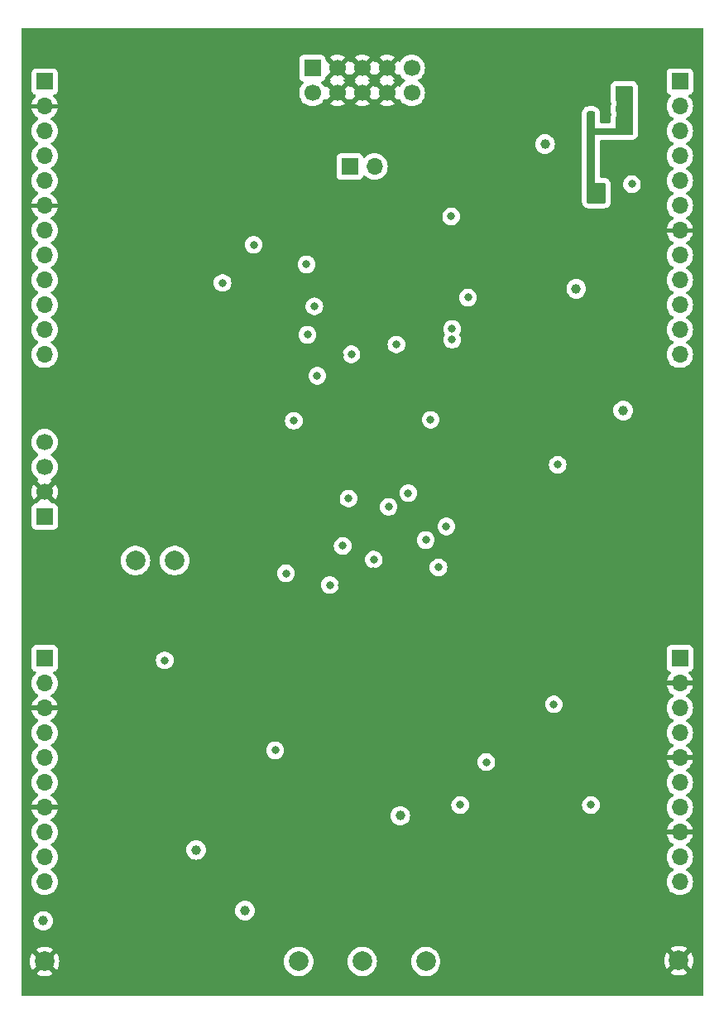
<source format=gbr>
%TF.GenerationSoftware,KiCad,Pcbnew,8.0.1*%
%TF.CreationDate,2024-04-24T14:52:54+01:00*%
%TF.ProjectId,Kishoof_Components,4b697368-6f6f-4665-9f43-6f6d706f6e65,rev?*%
%TF.SameCoordinates,Original*%
%TF.FileFunction,Copper,L3,Inr*%
%TF.FilePolarity,Positive*%
%FSLAX46Y46*%
G04 Gerber Fmt 4.6, Leading zero omitted, Abs format (unit mm)*
G04 Created by KiCad (PCBNEW 8.0.1) date 2024-04-24 14:52:54*
%MOMM*%
%LPD*%
G01*
G04 APERTURE LIST*
%TA.AperFunction,ComponentPad*%
%ADD10R,1.700000X1.700000*%
%TD*%
%TA.AperFunction,ComponentPad*%
%ADD11O,1.700000X1.700000*%
%TD*%
%TA.AperFunction,ComponentPad*%
%ADD12C,2.000000*%
%TD*%
%TA.AperFunction,ComponentPad*%
%ADD13C,1.700000*%
%TD*%
%TA.AperFunction,ViaPad*%
%ADD14C,0.800000*%
%TD*%
%TA.AperFunction,ViaPad*%
%ADD15C,1.000000*%
%TD*%
G04 APERTURE END LIST*
D10*
%TO.N,/LCD_Backlight*%
%TO.C,J2*%
X123000000Y-45000000D03*
D11*
%TO.N,/Octave_Up*%
X123000000Y-47540000D03*
%TO.N,/Octave_Down*%
X123000000Y-50080000D03*
%TO.N,/LCD_DC*%
X123000000Y-52620000D03*
%TO.N,/LCD_RESET*%
X123000000Y-55160000D03*
%TO.N,/Mode*%
X123000000Y-57700000D03*
%TO.N,GND*%
X123000000Y-60240000D03*
%TO.N,/Warp_Polarity_Btn*%
X123000000Y-62780000D03*
%TO.N,/Encoder_Btn*%
X123000000Y-65320000D03*
%TO.N,/Warp_Amt_Trm*%
X123000000Y-67860000D03*
%TO.N,/Warp_Amt_Pot*%
X123000000Y-70400000D03*
%TO.N,/Wavetable_Pos_B_Pot*%
X123000000Y-72940000D03*
%TD*%
D10*
%TO.N,/Wavetable_Pos_A_Trm*%
%TO.C,J4*%
X123000000Y-104000000D03*
D11*
%TO.N,GND*%
X123000000Y-106540000D03*
%TO.N,/Ext_Audio_In*%
X123000000Y-109080000D03*
%TO.N,/Warp_CV_In*%
X123000000Y-111620000D03*
%TO.N,GND*%
X123000000Y-114160000D03*
%TO.N,/Wavetable_Pos_A_CV_In*%
X123000000Y-116700000D03*
%TO.N,/Pitch_CV_In*%
X123000000Y-119240000D03*
%TO.N,GND*%
X123000000Y-121780000D03*
%TO.N,/Wavetable_Pos_B_CV_In*%
X123000000Y-124320000D03*
%TO.N,/VCA_CV_In*%
X123000000Y-126860000D03*
%TD*%
D10*
%TO.N,/LCD_SPI3_MOSI*%
%TO.C,J1*%
X58000000Y-45000000D03*
D11*
%TO.N,GND*%
X58000000Y-47540000D03*
%TO.N,/LCD_SPI3_SCK*%
X58000000Y-50080000D03*
%TO.N,/LCD_SPI3_SS*%
X58000000Y-52620000D03*
%TO.N,/USB_DP*%
X58000000Y-55160000D03*
%TO.N,GND*%
X58000000Y-57700000D03*
%TO.N,/USB_DM*%
X58000000Y-60240000D03*
%TO.N,/USB_VBUS*%
X58000000Y-62780000D03*
%TO.N,/Encoder_Down*%
X58000000Y-65320000D03*
%TO.N,/Encoder_Up*%
X58000000Y-67860000D03*
%TO.N,/LED_Oct_B_Out*%
X58000000Y-70400000D03*
%TO.N,/B_Octave_Btn*%
X58000000Y-72940000D03*
%TD*%
D10*
%TO.N,/ChB_RM*%
%TO.C,J3*%
X58000000Y-104000000D03*
D11*
%TO.N,/Wavetable_Pos_A_Pot*%
X58000000Y-106540000D03*
%TO.N,GND*%
X58000000Y-109080000D03*
%TO.N,/ChB_Mix*%
X58000000Y-111620000D03*
%TO.N,+3.3V*%
X58000000Y-114160000D03*
%TO.N,+3.3VA*%
X58000000Y-116700000D03*
%TO.N,GND*%
X58000000Y-119240000D03*
%TO.N,/Audio_Out_L*%
X58000000Y-121780000D03*
%TO.N,/Audio_Out_R*%
X58000000Y-124320000D03*
%TO.N,/Warp_Type_Pot*%
X58000000Y-126860000D03*
%TD*%
D12*
%TO.N,GND*%
%TO.C,TP8*%
X122900000Y-134900000D03*
%TD*%
%TO.N,+3.3VA*%
%TO.C,TP6*%
X67300000Y-94000000D03*
%TD*%
%TO.N,+3.3V*%
%TO.C,TP5*%
X71300000Y-94000000D03*
%TD*%
D10*
%TO.N,/UART_TX*%
%TO.C,J7*%
X89225000Y-53700000D03*
D11*
%TO.N,/UART_RX*%
X91765000Y-53700000D03*
%TD*%
D12*
%TO.N,+12V*%
%TO.C,TP2*%
X90500000Y-135000000D03*
%TD*%
%TO.N,-12V*%
%TO.C,TP3*%
X84000000Y-135000000D03*
%TD*%
%TO.N,/-5V_REF*%
%TO.C,TP7*%
X97000000Y-135000000D03*
%TD*%
D10*
%TO.N,/-12V_IN*%
%TO.C,J5*%
X85400000Y-43625000D03*
D13*
X85400000Y-46165000D03*
%TO.N,GND*%
X87940000Y-43625000D03*
X87940000Y-46165000D03*
X90480000Y-43625000D03*
X90480000Y-46165000D03*
X93020000Y-43625000D03*
X93020000Y-46165000D03*
%TO.N,/+12V_IN*%
X95560000Y-43625000D03*
X95560000Y-46165000D03*
%TD*%
D12*
%TO.N,GND*%
%TO.C,TP4*%
X58000000Y-135000000D03*
%TD*%
D10*
%TO.N,+3.3V*%
%TO.C,J6*%
X58000000Y-89500000D03*
D13*
%TO.N,GND*%
X58000000Y-86960000D03*
%TO.N,/SWIO*%
X58000000Y-84420000D03*
%TO.N,/SWCLK*%
X58000000Y-81880000D03*
%TD*%
D14*
%TO.N,GND*%
X102300000Y-71300000D03*
X109700000Y-65600000D03*
X117200000Y-76700000D03*
X114500000Y-65500000D03*
X120400000Y-66000000D03*
X121400000Y-76100000D03*
X101800000Y-113600000D03*
X112100000Y-122900000D03*
X104300000Y-122700000D03*
X107800000Y-115100000D03*
D15*
%TO.N,+12V*%
X78500000Y-129800000D03*
X109200000Y-51399998D03*
X117200000Y-78650000D03*
X112400000Y-66200000D03*
D14*
%TO.N,GND*%
X93500000Y-87000000D03*
X110200000Y-110400000D03*
X90500000Y-113100000D03*
X120500000Y-85700000D03*
X67787500Y-112100000D03*
X75400000Y-45100000D03*
X75400000Y-127300000D03*
X91132788Y-75575000D03*
X67787500Y-107100000D03*
X111300000Y-44800000D03*
X76300000Y-75000000D03*
X81200000Y-95400000D03*
X88600000Y-89000000D03*
X83200000Y-61600000D03*
X101800000Y-107400000D03*
X90200000Y-71400000D03*
X88200000Y-73000000D03*
X105800000Y-81000000D03*
X97200000Y-77744436D03*
X66100000Y-127400000D03*
X97625000Y-81410460D03*
X79000000Y-92500000D03*
X107500000Y-53600000D03*
X81587500Y-107900000D03*
X111700000Y-57400000D03*
X114900000Y-107700000D03*
X103000000Y-76400000D03*
X107200000Y-73100000D03*
X97900000Y-121700000D03*
X76800000Y-124800000D03*
X99900000Y-96000000D03*
X91600000Y-95100000D03*
X85400000Y-54600000D03*
X115600000Y-48350000D03*
X73400000Y-87300000D03*
X84600000Y-99100000D03*
X66500000Y-56000000D03*
X110900000Y-49000000D03*
X74200000Y-96000000D03*
X65600000Y-75800000D03*
X81100000Y-90900000D03*
X67787500Y-105500000D03*
X85700000Y-86300000D03*
X80900000Y-63700000D03*
X103900000Y-75400000D03*
X82500000Y-85300000D03*
X116200000Y-83300000D03*
X91800000Y-63900000D03*
X60100000Y-55600000D03*
X119600000Y-89200000D03*
X73700000Y-83700000D03*
X101900000Y-110000000D03*
X77584740Y-110738449D03*
X96700000Y-89200000D03*
X124600000Y-78700000D03*
X77900000Y-62000000D03*
X121400000Y-58300000D03*
X57800000Y-100400000D03*
X99100000Y-115800000D03*
X86900000Y-67500000D03*
X94800000Y-84000000D03*
X58400000Y-129100000D03*
X84500000Y-82100000D03*
X116100000Y-58000000D03*
X99200000Y-57100000D03*
X64900000Y-84000000D03*
X119400000Y-97100000D03*
X88200000Y-99100000D03*
X77100000Y-63700000D03*
X100600000Y-92300000D03*
X67787500Y-108900000D03*
X98200000Y-92200000D03*
X95900000Y-66700000D03*
X115200000Y-113100000D03*
X65200000Y-91400000D03*
X85265620Y-73079949D03*
X74000000Y-43000000D03*
X64700000Y-64300000D03*
X112500000Y-78800000D03*
X93700000Y-70600000D03*
X112300000Y-89300000D03*
X97100000Y-95300000D03*
X86537742Y-70202464D03*
X115488603Y-43838603D03*
X87300000Y-135000000D03*
X90500000Y-118300000D03*
X76000000Y-119400000D03*
X57400000Y-78500000D03*
X90500000Y-116100000D03*
X70600000Y-54600000D03*
X103400000Y-65275000D03*
X88200000Y-93800000D03*
X74100000Y-91500000D03*
X124600000Y-85000000D03*
X59400000Y-74600000D03*
X91900000Y-99000000D03*
X78100000Y-116600000D03*
X100800000Y-99700000D03*
X79100000Y-80000000D03*
X115600000Y-47250000D03*
X106800000Y-128000000D03*
X88400000Y-96500000D03*
X113200000Y-83300000D03*
X115300000Y-123800000D03*
X82300000Y-99100000D03*
X87100000Y-116200000D03*
X60200000Y-80800000D03*
X96400000Y-72300000D03*
X74100000Y-116500000D03*
X116000000Y-53150000D03*
X114000000Y-96800000D03*
X124300000Y-100400000D03*
X86100000Y-63500000D03*
X81600000Y-102100000D03*
X100744839Y-88270107D03*
X121500000Y-41900000D03*
X74387500Y-110300000D03*
X94000000Y-135100000D03*
X69200000Y-121700000D03*
X108800000Y-40100000D03*
X90500000Y-121600000D03*
X90400000Y-127900000D03*
X94600000Y-69100000D03*
X113300000Y-76200000D03*
X94500000Y-59900000D03*
X79000000Y-95500000D03*
X124100000Y-74900000D03*
X87400000Y-121800000D03*
X108300002Y-69199998D03*
X105500000Y-44925000D03*
X116036397Y-51386397D03*
X107000000Y-43200000D03*
X97800000Y-61600000D03*
X60000000Y-83200000D03*
X95200000Y-57100000D03*
X61100000Y-43900000D03*
X88300000Y-75500000D03*
X84100000Y-90300000D03*
X107700000Y-82400000D03*
X74387500Y-106100000D03*
X65800000Y-101900000D03*
X62600000Y-112000000D03*
X113200000Y-72600000D03*
X78887500Y-105000000D03*
X101600000Y-78800000D03*
X65200000Y-87600000D03*
X109200000Y-88400000D03*
X86100000Y-82200000D03*
X63500000Y-73400000D03*
X64200000Y-98300000D03*
D15*
%TO.N,-12V*%
X94400000Y-120100000D03*
X73500000Y-123600000D03*
X57850001Y-130850001D03*
D14*
%TO.N,+3.3VA*%
X70287500Y-104200000D03*
X110500000Y-84200000D03*
X110100000Y-108700000D03*
X103200000Y-114600000D03*
%TO.N,/VSW*%
X114100000Y-56850000D03*
X117232353Y-47232353D03*
X113900000Y-50050000D03*
X114100000Y-55900000D03*
%TO.N,+3.3V*%
X81587500Y-113400000D03*
X99600000Y-58800000D03*
X99100000Y-90500000D03*
X83500000Y-79700000D03*
X101325000Y-67100000D03*
X97500000Y-79600000D03*
X118100000Y-55500000D03*
X79400000Y-61700000D03*
X82700000Y-95300000D03*
%TO.N,/OCTOSPIM_P1_IO6*%
X88500000Y-92499998D03*
X97000000Y-91900000D03*
%TO.N,/Wavetable_Pos_A_Pot*%
X85899999Y-75099999D03*
%TO.N,/OCTOSPIM_P1_IO3*%
X87200000Y-96500000D03*
X84900000Y-70900000D03*
%TO.N,/OCTOSPIM_P1_IO4*%
X91683290Y-93900545D03*
X98300000Y-94700000D03*
%TO.N,/SWCLK*%
X84800000Y-63700000D03*
%TO.N,/OCTOSPIM_P1_IO0*%
X85600000Y-68000000D03*
X93200000Y-88500000D03*
%TO.N,/OCTOSPIM_P1_IO2*%
X95200000Y-87100000D03*
X94000000Y-71900000D03*
%TO.N,/SWIO*%
X76200000Y-65600000D03*
%TO.N,/OCTOSPIM_P1_IO1*%
X89100000Y-87649999D03*
X89399998Y-72900000D03*
%TO.N,/-5V_REF*%
X113900000Y-119000000D03*
X100525000Y-119000000D03*
%TO.N,/Warp_Amt_Pot*%
X99700000Y-71400000D03*
%TO.N,/Warp_Amt_Trm*%
X99700000Y-70300000D03*
%TD*%
%TA.AperFunction,Conductor*%
%TO.N,GND*%
G36*
X92554075Y-43817993D02*
G01*
X92619901Y-43932007D01*
X92712993Y-44025099D01*
X92827007Y-44090925D01*
X92890590Y-44107962D01*
X92258625Y-44739925D01*
X92335031Y-44793425D01*
X92378655Y-44848002D01*
X92385848Y-44917501D01*
X92354326Y-44979855D01*
X92335029Y-44996576D01*
X92258625Y-45050072D01*
X92890590Y-45682037D01*
X92827007Y-45699075D01*
X92712993Y-45764901D01*
X92619901Y-45857993D01*
X92554075Y-45972007D01*
X92537037Y-46035590D01*
X91905072Y-45403625D01*
X91905072Y-45403626D01*
X91851574Y-45480030D01*
X91796998Y-45523655D01*
X91727499Y-45530849D01*
X91665144Y-45499326D01*
X91648424Y-45480030D01*
X91594925Y-45403626D01*
X91594925Y-45403625D01*
X90962962Y-46035589D01*
X90945925Y-45972007D01*
X90880099Y-45857993D01*
X90787007Y-45764901D01*
X90672993Y-45699075D01*
X90609410Y-45682037D01*
X91241373Y-45050073D01*
X91164969Y-44996576D01*
X91121344Y-44941999D01*
X91114150Y-44872501D01*
X91145672Y-44810146D01*
X91164968Y-44793425D01*
X91241373Y-44739925D01*
X90609409Y-44107962D01*
X90672993Y-44090925D01*
X90787007Y-44025099D01*
X90880099Y-43932007D01*
X90945925Y-43817993D01*
X90962962Y-43754410D01*
X91594925Y-44386373D01*
X91648425Y-44309968D01*
X91703002Y-44266344D01*
X91772501Y-44259151D01*
X91834855Y-44290673D01*
X91851576Y-44309969D01*
X91905073Y-44386372D01*
X92537037Y-43754409D01*
X92554075Y-43817993D01*
G37*
%TD.AperFunction*%
%TA.AperFunction,Conductor*%
G36*
X87474075Y-43817993D02*
G01*
X87539901Y-43932007D01*
X87632993Y-44025099D01*
X87747007Y-44090925D01*
X87810590Y-44107962D01*
X87178625Y-44739925D01*
X87255031Y-44793425D01*
X87298655Y-44848002D01*
X87305848Y-44917501D01*
X87274326Y-44979855D01*
X87255029Y-44996576D01*
X87178625Y-45050072D01*
X87810590Y-45682037D01*
X87747007Y-45699075D01*
X87632993Y-45764901D01*
X87539901Y-45857993D01*
X87474075Y-45972007D01*
X87457037Y-46035589D01*
X86825073Y-45403626D01*
X86771881Y-45479594D01*
X86717304Y-45523219D01*
X86647806Y-45530413D01*
X86585451Y-45498891D01*
X86568730Y-45479594D01*
X86438496Y-45293600D01*
X86438493Y-45293597D01*
X86316567Y-45171671D01*
X86283084Y-45110351D01*
X86288068Y-45040659D01*
X86329939Y-44984725D01*
X86360915Y-44967810D01*
X86492331Y-44918796D01*
X86607546Y-44832546D01*
X86693796Y-44717331D01*
X86744091Y-44582483D01*
X86750500Y-44522873D01*
X86750499Y-44512314D01*
X86770179Y-44445277D01*
X86786818Y-44424628D01*
X87457037Y-43754409D01*
X87474075Y-43817993D01*
G37*
%TD.AperFunction*%
%TA.AperFunction,Conductor*%
G36*
X90014075Y-43817993D02*
G01*
X90079901Y-43932007D01*
X90172993Y-44025099D01*
X90287007Y-44090925D01*
X90350590Y-44107962D01*
X89718625Y-44739925D01*
X89795031Y-44793425D01*
X89838655Y-44848002D01*
X89845848Y-44917501D01*
X89814326Y-44979855D01*
X89795029Y-44996576D01*
X89718625Y-45050072D01*
X90350590Y-45682037D01*
X90287007Y-45699075D01*
X90172993Y-45764901D01*
X90079901Y-45857993D01*
X90014075Y-45972007D01*
X89997037Y-46035589D01*
X89365073Y-45403625D01*
X89365072Y-45403626D01*
X89311574Y-45480030D01*
X89256998Y-45523655D01*
X89187499Y-45530849D01*
X89125144Y-45499326D01*
X89108424Y-45480030D01*
X89054925Y-45403626D01*
X89054925Y-45403625D01*
X88422962Y-46035589D01*
X88405925Y-45972007D01*
X88340099Y-45857993D01*
X88247007Y-45764901D01*
X88132993Y-45699075D01*
X88069410Y-45682037D01*
X88701373Y-45050073D01*
X88624969Y-44996576D01*
X88581344Y-44941999D01*
X88574150Y-44872501D01*
X88605672Y-44810146D01*
X88624968Y-44793425D01*
X88701373Y-44739925D01*
X88069409Y-44107962D01*
X88132993Y-44090925D01*
X88247007Y-44025099D01*
X88340099Y-43932007D01*
X88405925Y-43817993D01*
X88422962Y-43754410D01*
X89054925Y-44386373D01*
X89108425Y-44309968D01*
X89163002Y-44266344D01*
X89232501Y-44259151D01*
X89294855Y-44290673D01*
X89311576Y-44309969D01*
X89365073Y-44386372D01*
X89997037Y-43754409D01*
X90014075Y-43817993D01*
G37*
%TD.AperFunction*%
%TA.AperFunction,Conductor*%
G36*
X94134925Y-44386373D02*
G01*
X94188119Y-44310405D01*
X94242696Y-44266781D01*
X94312195Y-44259588D01*
X94374549Y-44291110D01*
X94391269Y-44310405D01*
X94521505Y-44496401D01*
X94521506Y-44496402D01*
X94688597Y-44663493D01*
X94688603Y-44663498D01*
X94874158Y-44793425D01*
X94917783Y-44848002D01*
X94924977Y-44917500D01*
X94893454Y-44979855D01*
X94874158Y-44996575D01*
X94688597Y-45126505D01*
X94521505Y-45293597D01*
X94391269Y-45479595D01*
X94336692Y-45523220D01*
X94267194Y-45530414D01*
X94204839Y-45498891D01*
X94188119Y-45479595D01*
X94134925Y-45403626D01*
X94134925Y-45403625D01*
X93502962Y-46035589D01*
X93485925Y-45972007D01*
X93420099Y-45857993D01*
X93327007Y-45764901D01*
X93212993Y-45699075D01*
X93149410Y-45682037D01*
X93781373Y-45050073D01*
X93704969Y-44996576D01*
X93661344Y-44941999D01*
X93654150Y-44872501D01*
X93685672Y-44810146D01*
X93704968Y-44793425D01*
X93781373Y-44739925D01*
X93149409Y-44107962D01*
X93212993Y-44090925D01*
X93327007Y-44025099D01*
X93420099Y-43932007D01*
X93485925Y-43817993D01*
X93502962Y-43754410D01*
X94134925Y-44386373D01*
G37*
%TD.AperFunction*%
%TA.AperFunction,Conductor*%
G36*
X125342539Y-39520185D02*
G01*
X125388294Y-39572989D01*
X125399500Y-39624500D01*
X125399500Y-138375500D01*
X125379815Y-138442539D01*
X125327011Y-138488294D01*
X125275500Y-138499500D01*
X55724500Y-138499500D01*
X55657461Y-138479815D01*
X55611706Y-138427011D01*
X55600500Y-138375500D01*
X55600500Y-135000005D01*
X56494859Y-135000005D01*
X56515385Y-135247729D01*
X56515387Y-135247738D01*
X56576412Y-135488717D01*
X56676266Y-135716364D01*
X56776564Y-135869882D01*
X57398958Y-135247488D01*
X57423978Y-135307890D01*
X57495112Y-135414351D01*
X57585649Y-135504888D01*
X57692110Y-135576022D01*
X57752511Y-135601041D01*
X57129942Y-136223609D01*
X57176768Y-136260055D01*
X57176770Y-136260056D01*
X57395385Y-136378364D01*
X57395396Y-136378369D01*
X57630506Y-136459083D01*
X57875707Y-136500000D01*
X58124293Y-136500000D01*
X58369493Y-136459083D01*
X58604603Y-136378369D01*
X58604614Y-136378364D01*
X58823228Y-136260057D01*
X58823231Y-136260055D01*
X58870056Y-136223609D01*
X58247488Y-135601041D01*
X58307890Y-135576022D01*
X58414351Y-135504888D01*
X58504888Y-135414351D01*
X58576022Y-135307890D01*
X58601041Y-135247488D01*
X59223434Y-135869882D01*
X59323731Y-135716369D01*
X59423587Y-135488717D01*
X59484612Y-135247738D01*
X59484614Y-135247729D01*
X59505141Y-135000005D01*
X82494357Y-135000005D01*
X82514890Y-135247812D01*
X82514892Y-135247824D01*
X82575936Y-135488881D01*
X82675826Y-135716606D01*
X82811833Y-135924782D01*
X82811836Y-135924785D01*
X82980256Y-136107738D01*
X83176491Y-136260474D01*
X83176493Y-136260475D01*
X83394332Y-136378364D01*
X83395190Y-136378828D01*
X83614141Y-136453994D01*
X83628964Y-136459083D01*
X83630386Y-136459571D01*
X83875665Y-136500500D01*
X84124335Y-136500500D01*
X84369614Y-136459571D01*
X84604810Y-136378828D01*
X84823509Y-136260474D01*
X85019744Y-136107738D01*
X85188164Y-135924785D01*
X85324173Y-135716607D01*
X85424063Y-135488881D01*
X85485108Y-135247821D01*
X85488417Y-135207890D01*
X85505643Y-135000005D01*
X88994357Y-135000005D01*
X89014890Y-135247812D01*
X89014892Y-135247824D01*
X89075936Y-135488881D01*
X89175826Y-135716606D01*
X89311833Y-135924782D01*
X89311836Y-135924785D01*
X89480256Y-136107738D01*
X89676491Y-136260474D01*
X89676493Y-136260475D01*
X89894332Y-136378364D01*
X89895190Y-136378828D01*
X90114141Y-136453994D01*
X90128964Y-136459083D01*
X90130386Y-136459571D01*
X90375665Y-136500500D01*
X90624335Y-136500500D01*
X90869614Y-136459571D01*
X91104810Y-136378828D01*
X91323509Y-136260474D01*
X91519744Y-136107738D01*
X91688164Y-135924785D01*
X91824173Y-135716607D01*
X91924063Y-135488881D01*
X91985108Y-135247821D01*
X91988417Y-135207890D01*
X92005643Y-135000005D01*
X95494357Y-135000005D01*
X95514890Y-135247812D01*
X95514892Y-135247824D01*
X95575936Y-135488881D01*
X95675826Y-135716606D01*
X95811833Y-135924782D01*
X95811836Y-135924785D01*
X95980256Y-136107738D01*
X96176491Y-136260474D01*
X96176493Y-136260475D01*
X96394332Y-136378364D01*
X96395190Y-136378828D01*
X96614141Y-136453994D01*
X96628964Y-136459083D01*
X96630386Y-136459571D01*
X96875665Y-136500500D01*
X97124335Y-136500500D01*
X97369614Y-136459571D01*
X97604810Y-136378828D01*
X97823509Y-136260474D01*
X98019744Y-136107738D01*
X98188164Y-135924785D01*
X98324173Y-135716607D01*
X98424063Y-135488881D01*
X98485108Y-135247821D01*
X98488417Y-135207890D01*
X98505643Y-135000005D01*
X98505643Y-134999994D01*
X98497358Y-134900005D01*
X121394859Y-134900005D01*
X121415385Y-135147729D01*
X121415387Y-135147738D01*
X121476412Y-135388717D01*
X121576266Y-135616364D01*
X121676564Y-135769882D01*
X122298958Y-135147488D01*
X122323978Y-135207890D01*
X122395112Y-135314351D01*
X122485649Y-135404888D01*
X122592110Y-135476022D01*
X122652511Y-135501041D01*
X122029942Y-136123609D01*
X122076768Y-136160055D01*
X122076770Y-136160056D01*
X122295385Y-136278364D01*
X122295396Y-136278369D01*
X122530506Y-136359083D01*
X122775707Y-136400000D01*
X123024293Y-136400000D01*
X123269493Y-136359083D01*
X123504603Y-136278369D01*
X123504614Y-136278364D01*
X123723228Y-136160057D01*
X123723231Y-136160055D01*
X123770056Y-136123609D01*
X123147488Y-135501041D01*
X123207890Y-135476022D01*
X123314351Y-135404888D01*
X123404888Y-135314351D01*
X123476022Y-135207890D01*
X123501041Y-135147489D01*
X124123434Y-135769882D01*
X124223731Y-135616369D01*
X124323587Y-135388717D01*
X124384612Y-135147738D01*
X124384614Y-135147729D01*
X124405141Y-134900005D01*
X124405141Y-134899994D01*
X124384614Y-134652270D01*
X124384612Y-134652261D01*
X124323587Y-134411282D01*
X124223731Y-134183630D01*
X124123434Y-134030116D01*
X123501041Y-134652510D01*
X123476022Y-134592110D01*
X123404888Y-134485649D01*
X123314351Y-134395112D01*
X123207890Y-134323978D01*
X123147489Y-134298958D01*
X123770057Y-133676390D01*
X123770056Y-133676389D01*
X123723229Y-133639943D01*
X123504614Y-133521635D01*
X123504603Y-133521630D01*
X123269493Y-133440916D01*
X123024293Y-133400000D01*
X122775707Y-133400000D01*
X122530506Y-133440916D01*
X122295396Y-133521630D01*
X122295390Y-133521632D01*
X122076761Y-133639949D01*
X122029942Y-133676388D01*
X122029942Y-133676390D01*
X122652511Y-134298958D01*
X122592110Y-134323978D01*
X122485649Y-134395112D01*
X122395112Y-134485649D01*
X122323978Y-134592110D01*
X122298958Y-134652510D01*
X121676564Y-134030116D01*
X121576267Y-134183632D01*
X121476412Y-134411282D01*
X121415387Y-134652261D01*
X121415385Y-134652270D01*
X121394859Y-134899994D01*
X121394859Y-134900005D01*
X98497358Y-134900005D01*
X98485109Y-134752187D01*
X98485107Y-134752175D01*
X98424063Y-134511118D01*
X98324173Y-134283393D01*
X98188166Y-134075217D01*
X98146647Y-134030116D01*
X98019744Y-133892262D01*
X97823509Y-133739526D01*
X97823507Y-133739525D01*
X97823506Y-133739524D01*
X97604811Y-133621172D01*
X97604802Y-133621169D01*
X97369616Y-133540429D01*
X97124335Y-133499500D01*
X96875665Y-133499500D01*
X96630383Y-133540429D01*
X96395197Y-133621169D01*
X96395188Y-133621172D01*
X96176493Y-133739524D01*
X95980257Y-133892261D01*
X95811833Y-134075217D01*
X95675826Y-134283393D01*
X95575936Y-134511118D01*
X95514892Y-134752175D01*
X95514890Y-134752187D01*
X95494357Y-134999994D01*
X95494357Y-135000005D01*
X92005643Y-135000005D01*
X92005643Y-134999994D01*
X91985109Y-134752187D01*
X91985107Y-134752175D01*
X91924063Y-134511118D01*
X91824173Y-134283393D01*
X91688166Y-134075217D01*
X91646647Y-134030116D01*
X91519744Y-133892262D01*
X91323509Y-133739526D01*
X91323507Y-133739525D01*
X91323506Y-133739524D01*
X91104811Y-133621172D01*
X91104802Y-133621169D01*
X90869616Y-133540429D01*
X90624335Y-133499500D01*
X90375665Y-133499500D01*
X90130383Y-133540429D01*
X89895197Y-133621169D01*
X89895188Y-133621172D01*
X89676493Y-133739524D01*
X89480257Y-133892261D01*
X89311833Y-134075217D01*
X89175826Y-134283393D01*
X89075936Y-134511118D01*
X89014892Y-134752175D01*
X89014890Y-134752187D01*
X88994357Y-134999994D01*
X88994357Y-135000005D01*
X85505643Y-135000005D01*
X85505643Y-134999994D01*
X85485109Y-134752187D01*
X85485107Y-134752175D01*
X85424063Y-134511118D01*
X85324173Y-134283393D01*
X85188166Y-134075217D01*
X85146647Y-134030116D01*
X85019744Y-133892262D01*
X84823509Y-133739526D01*
X84823507Y-133739525D01*
X84823506Y-133739524D01*
X84604811Y-133621172D01*
X84604802Y-133621169D01*
X84369616Y-133540429D01*
X84124335Y-133499500D01*
X83875665Y-133499500D01*
X83630383Y-133540429D01*
X83395197Y-133621169D01*
X83395188Y-133621172D01*
X83176493Y-133739524D01*
X82980257Y-133892261D01*
X82811833Y-134075217D01*
X82675826Y-134283393D01*
X82575936Y-134511118D01*
X82514892Y-134752175D01*
X82514890Y-134752187D01*
X82494357Y-134999994D01*
X82494357Y-135000005D01*
X59505141Y-135000005D01*
X59505141Y-134999994D01*
X59484614Y-134752270D01*
X59484612Y-134752261D01*
X59423587Y-134511282D01*
X59323731Y-134283630D01*
X59223434Y-134130116D01*
X58601041Y-134752510D01*
X58576022Y-134692110D01*
X58504888Y-134585649D01*
X58414351Y-134495112D01*
X58307890Y-134423978D01*
X58247489Y-134398958D01*
X58870057Y-133776390D01*
X58870056Y-133776389D01*
X58823229Y-133739943D01*
X58604614Y-133621635D01*
X58604603Y-133621630D01*
X58369493Y-133540916D01*
X58124293Y-133500000D01*
X57875707Y-133500000D01*
X57630506Y-133540916D01*
X57395396Y-133621630D01*
X57395390Y-133621632D01*
X57176761Y-133739949D01*
X57129942Y-133776388D01*
X57129942Y-133776390D01*
X57752511Y-134398958D01*
X57692110Y-134423978D01*
X57585649Y-134495112D01*
X57495112Y-134585649D01*
X57423978Y-134692110D01*
X57398958Y-134752510D01*
X56776564Y-134130116D01*
X56676267Y-134283632D01*
X56576412Y-134511282D01*
X56515387Y-134752261D01*
X56515385Y-134752270D01*
X56494859Y-134999994D01*
X56494859Y-135000005D01*
X55600500Y-135000005D01*
X55600500Y-130850001D01*
X56844660Y-130850001D01*
X56863976Y-131046130D01*
X56921189Y-131234734D01*
X57014087Y-131408533D01*
X57014091Y-131408540D01*
X57139117Y-131560884D01*
X57291461Y-131685910D01*
X57291468Y-131685914D01*
X57465267Y-131778812D01*
X57465270Y-131778812D01*
X57465274Y-131778815D01*
X57653869Y-131836025D01*
X57850001Y-131855342D01*
X58046133Y-131836025D01*
X58234728Y-131778815D01*
X58408539Y-131685911D01*
X58560884Y-131560884D01*
X58685911Y-131408539D01*
X58778815Y-131234728D01*
X58836025Y-131046133D01*
X58855342Y-130850001D01*
X58836025Y-130653869D01*
X58778815Y-130465274D01*
X58778812Y-130465270D01*
X58778812Y-130465267D01*
X58685914Y-130291468D01*
X58685910Y-130291461D01*
X58560884Y-130139117D01*
X58408540Y-130014091D01*
X58408533Y-130014087D01*
X58234734Y-129921189D01*
X58234728Y-129921187D01*
X58046133Y-129863977D01*
X58046130Y-129863976D01*
X57850001Y-129844660D01*
X57653871Y-129863976D01*
X57465267Y-129921189D01*
X57291468Y-130014087D01*
X57291461Y-130014091D01*
X57139117Y-130139117D01*
X57014091Y-130291461D01*
X57014087Y-130291468D01*
X56921189Y-130465267D01*
X56863976Y-130653871D01*
X56844660Y-130850001D01*
X55600500Y-130850001D01*
X55600500Y-129800000D01*
X77494659Y-129800000D01*
X77513975Y-129996129D01*
X77571188Y-130184733D01*
X77664086Y-130358532D01*
X77664090Y-130358539D01*
X77789116Y-130510883D01*
X77941460Y-130635909D01*
X77941467Y-130635913D01*
X78115266Y-130728811D01*
X78115269Y-130728811D01*
X78115273Y-130728814D01*
X78303868Y-130786024D01*
X78500000Y-130805341D01*
X78696132Y-130786024D01*
X78884727Y-130728814D01*
X79058538Y-130635910D01*
X79210883Y-130510883D01*
X79335910Y-130358538D01*
X79428814Y-130184727D01*
X79486024Y-129996132D01*
X79505341Y-129800000D01*
X79486024Y-129603868D01*
X79428814Y-129415273D01*
X79428811Y-129415269D01*
X79428811Y-129415266D01*
X79335913Y-129241467D01*
X79335909Y-129241460D01*
X79210883Y-129089116D01*
X79058539Y-128964090D01*
X79058532Y-128964086D01*
X78884733Y-128871188D01*
X78884727Y-128871186D01*
X78696132Y-128813976D01*
X78696129Y-128813975D01*
X78500000Y-128794659D01*
X78303870Y-128813975D01*
X78115266Y-128871188D01*
X77941467Y-128964086D01*
X77941460Y-128964090D01*
X77789116Y-129089116D01*
X77664090Y-129241460D01*
X77664086Y-129241467D01*
X77571188Y-129415266D01*
X77513975Y-129603870D01*
X77494659Y-129800000D01*
X55600500Y-129800000D01*
X55600500Y-126860000D01*
X56644341Y-126860000D01*
X56664936Y-127095403D01*
X56664938Y-127095413D01*
X56726094Y-127323655D01*
X56726096Y-127323659D01*
X56726097Y-127323663D01*
X56825965Y-127537830D01*
X56825967Y-127537834D01*
X56934281Y-127692521D01*
X56961505Y-127731401D01*
X57128599Y-127898495D01*
X57225384Y-127966265D01*
X57322165Y-128034032D01*
X57322167Y-128034033D01*
X57322170Y-128034035D01*
X57536337Y-128133903D01*
X57764592Y-128195063D01*
X57952918Y-128211539D01*
X57999999Y-128215659D01*
X58000000Y-128215659D01*
X58000001Y-128215659D01*
X58039234Y-128212226D01*
X58235408Y-128195063D01*
X58463663Y-128133903D01*
X58677830Y-128034035D01*
X58871401Y-127898495D01*
X59038495Y-127731401D01*
X59174035Y-127537830D01*
X59273903Y-127323663D01*
X59335063Y-127095408D01*
X59355659Y-126860000D01*
X121644341Y-126860000D01*
X121664936Y-127095403D01*
X121664938Y-127095413D01*
X121726094Y-127323655D01*
X121726096Y-127323659D01*
X121726097Y-127323663D01*
X121825965Y-127537830D01*
X121825967Y-127537834D01*
X121934281Y-127692521D01*
X121961505Y-127731401D01*
X122128599Y-127898495D01*
X122225384Y-127966265D01*
X122322165Y-128034032D01*
X122322167Y-128034033D01*
X122322170Y-128034035D01*
X122536337Y-128133903D01*
X122764592Y-128195063D01*
X122952918Y-128211539D01*
X122999999Y-128215659D01*
X123000000Y-128215659D01*
X123000001Y-128215659D01*
X123039234Y-128212226D01*
X123235408Y-128195063D01*
X123463663Y-128133903D01*
X123677830Y-128034035D01*
X123871401Y-127898495D01*
X124038495Y-127731401D01*
X124174035Y-127537830D01*
X124273903Y-127323663D01*
X124335063Y-127095408D01*
X124355659Y-126860000D01*
X124335063Y-126624592D01*
X124273903Y-126396337D01*
X124174035Y-126182171D01*
X124038495Y-125988599D01*
X124038494Y-125988597D01*
X123871402Y-125821506D01*
X123871396Y-125821501D01*
X123685842Y-125691575D01*
X123642217Y-125636998D01*
X123635023Y-125567500D01*
X123666546Y-125505145D01*
X123685842Y-125488425D01*
X123708026Y-125472891D01*
X123871401Y-125358495D01*
X124038495Y-125191401D01*
X124174035Y-124997830D01*
X124273903Y-124783663D01*
X124335063Y-124555408D01*
X124355659Y-124320000D01*
X124335063Y-124084592D01*
X124273903Y-123856337D01*
X124174035Y-123642171D01*
X124038495Y-123448599D01*
X124038494Y-123448597D01*
X123871402Y-123281506D01*
X123871401Y-123281505D01*
X123685405Y-123151269D01*
X123641781Y-123096692D01*
X123634588Y-123027193D01*
X123666110Y-122964839D01*
X123685405Y-122948119D01*
X123871082Y-122818105D01*
X124038105Y-122651082D01*
X124173600Y-122457578D01*
X124273429Y-122243492D01*
X124273432Y-122243486D01*
X124330636Y-122030000D01*
X123433012Y-122030000D01*
X123465925Y-121972993D01*
X123500000Y-121845826D01*
X123500000Y-121714174D01*
X123465925Y-121587007D01*
X123433012Y-121530000D01*
X124330636Y-121530000D01*
X124330635Y-121529999D01*
X124273432Y-121316513D01*
X124273429Y-121316507D01*
X124173600Y-121102422D01*
X124173599Y-121102420D01*
X124038113Y-120908926D01*
X124038108Y-120908920D01*
X123871078Y-120741890D01*
X123685405Y-120611879D01*
X123641780Y-120557302D01*
X123634588Y-120487804D01*
X123666110Y-120425449D01*
X123685406Y-120408730D01*
X123686279Y-120408119D01*
X123871401Y-120278495D01*
X124038495Y-120111401D01*
X124174035Y-119917830D01*
X124273903Y-119703663D01*
X124335063Y-119475408D01*
X124355659Y-119240000D01*
X124335063Y-119004592D01*
X124273903Y-118776337D01*
X124174035Y-118562171D01*
X124107946Y-118467785D01*
X124038494Y-118368597D01*
X123871402Y-118201506D01*
X123871396Y-118201501D01*
X123685842Y-118071575D01*
X123642217Y-118016998D01*
X123635023Y-117947500D01*
X123666546Y-117885145D01*
X123685842Y-117868425D01*
X123708026Y-117852891D01*
X123871401Y-117738495D01*
X124038495Y-117571401D01*
X124174035Y-117377830D01*
X124273903Y-117163663D01*
X124335063Y-116935408D01*
X124355659Y-116700000D01*
X124335063Y-116464592D01*
X124273903Y-116236337D01*
X124174035Y-116022171D01*
X124038495Y-115828599D01*
X124038494Y-115828597D01*
X123871402Y-115661506D01*
X123871401Y-115661505D01*
X123685405Y-115531269D01*
X123641781Y-115476692D01*
X123634588Y-115407193D01*
X123666110Y-115344839D01*
X123685405Y-115328119D01*
X123871082Y-115198105D01*
X124038105Y-115031082D01*
X124173600Y-114837578D01*
X124273429Y-114623492D01*
X124273432Y-114623486D01*
X124330636Y-114410000D01*
X123433012Y-114410000D01*
X123465925Y-114352993D01*
X123500000Y-114225826D01*
X123500000Y-114094174D01*
X123465925Y-113967007D01*
X123433012Y-113910000D01*
X124330636Y-113910000D01*
X124330635Y-113909999D01*
X124273432Y-113696513D01*
X124273429Y-113696507D01*
X124173600Y-113482422D01*
X124173599Y-113482420D01*
X124038113Y-113288926D01*
X124038108Y-113288920D01*
X123871078Y-113121890D01*
X123685405Y-112991879D01*
X123641780Y-112937302D01*
X123634588Y-112867804D01*
X123666110Y-112805449D01*
X123685406Y-112788730D01*
X123685842Y-112788425D01*
X123871401Y-112658495D01*
X124038495Y-112491401D01*
X124174035Y-112297830D01*
X124273903Y-112083663D01*
X124335063Y-111855408D01*
X124355659Y-111620000D01*
X124335063Y-111384592D01*
X124273903Y-111156337D01*
X124174035Y-110942171D01*
X124038495Y-110748599D01*
X124038494Y-110748597D01*
X123871402Y-110581506D01*
X123871396Y-110581501D01*
X123685842Y-110451575D01*
X123642217Y-110396998D01*
X123635023Y-110327500D01*
X123666546Y-110265145D01*
X123685842Y-110248425D01*
X123708026Y-110232891D01*
X123871401Y-110118495D01*
X124038495Y-109951401D01*
X124174035Y-109757830D01*
X124273903Y-109543663D01*
X124335063Y-109315408D01*
X124355659Y-109080000D01*
X124335063Y-108844592D01*
X124273903Y-108616337D01*
X124174035Y-108402171D01*
X124124707Y-108331722D01*
X124038494Y-108208597D01*
X123871402Y-108041506D01*
X123871401Y-108041505D01*
X123691944Y-107915848D01*
X123685405Y-107911269D01*
X123641781Y-107856692D01*
X123634588Y-107787193D01*
X123666110Y-107724839D01*
X123685405Y-107708119D01*
X123871082Y-107578105D01*
X124038105Y-107411082D01*
X124173600Y-107217578D01*
X124273429Y-107003492D01*
X124273432Y-107003486D01*
X124330636Y-106790000D01*
X123433012Y-106790000D01*
X123465925Y-106732993D01*
X123500000Y-106605826D01*
X123500000Y-106474174D01*
X123465925Y-106347007D01*
X123433012Y-106290000D01*
X124330636Y-106290000D01*
X124330635Y-106289999D01*
X124273432Y-106076513D01*
X124273429Y-106076507D01*
X124173600Y-105862422D01*
X124173599Y-105862420D01*
X124038113Y-105668926D01*
X124038108Y-105668920D01*
X123916053Y-105546865D01*
X123882568Y-105485542D01*
X123887552Y-105415850D01*
X123929424Y-105359917D01*
X123960400Y-105343002D01*
X124092331Y-105293796D01*
X124207546Y-105207546D01*
X124293796Y-105092331D01*
X124344091Y-104957483D01*
X124350500Y-104897873D01*
X124350499Y-103102128D01*
X124344091Y-103042517D01*
X124293796Y-102907669D01*
X124293795Y-102907668D01*
X124293793Y-102907664D01*
X124207547Y-102792455D01*
X124207544Y-102792452D01*
X124092335Y-102706206D01*
X124092328Y-102706202D01*
X123957482Y-102655908D01*
X123957483Y-102655908D01*
X123897883Y-102649501D01*
X123897881Y-102649500D01*
X123897873Y-102649500D01*
X123897864Y-102649500D01*
X122102129Y-102649500D01*
X122102123Y-102649501D01*
X122042516Y-102655908D01*
X121907671Y-102706202D01*
X121907664Y-102706206D01*
X121792455Y-102792452D01*
X121792452Y-102792455D01*
X121706206Y-102907664D01*
X121706202Y-102907671D01*
X121655908Y-103042517D01*
X121649501Y-103102116D01*
X121649501Y-103102123D01*
X121649500Y-103102135D01*
X121649500Y-104897870D01*
X121649501Y-104897876D01*
X121655908Y-104957483D01*
X121706202Y-105092328D01*
X121706206Y-105092335D01*
X121792452Y-105207544D01*
X121792455Y-105207547D01*
X121907664Y-105293793D01*
X121907671Y-105293797D01*
X121907674Y-105293798D01*
X122039598Y-105343002D01*
X122095531Y-105384873D01*
X122119949Y-105450337D01*
X122105098Y-105518610D01*
X122083947Y-105546865D01*
X121961886Y-105668926D01*
X121826400Y-105862420D01*
X121826399Y-105862422D01*
X121726570Y-106076507D01*
X121726567Y-106076513D01*
X121669364Y-106289999D01*
X121669364Y-106290000D01*
X122566988Y-106290000D01*
X122534075Y-106347007D01*
X122500000Y-106474174D01*
X122500000Y-106605826D01*
X122534075Y-106732993D01*
X122566988Y-106790000D01*
X121669364Y-106790000D01*
X121726567Y-107003486D01*
X121726570Y-107003492D01*
X121826399Y-107217578D01*
X121961894Y-107411082D01*
X122128917Y-107578105D01*
X122314595Y-107708119D01*
X122358219Y-107762696D01*
X122365412Y-107832195D01*
X122333890Y-107894549D01*
X122314595Y-107911269D01*
X122128594Y-108041508D01*
X121961505Y-108208597D01*
X121825965Y-108402169D01*
X121825964Y-108402171D01*
X121726098Y-108616335D01*
X121726094Y-108616344D01*
X121664938Y-108844586D01*
X121664936Y-108844596D01*
X121644341Y-109079999D01*
X121644341Y-109080000D01*
X121664936Y-109315403D01*
X121664938Y-109315413D01*
X121726094Y-109543655D01*
X121726096Y-109543659D01*
X121726097Y-109543663D01*
X121752601Y-109600500D01*
X121825965Y-109757830D01*
X121825967Y-109757834D01*
X121961501Y-109951395D01*
X121961506Y-109951402D01*
X122128597Y-110118493D01*
X122128603Y-110118498D01*
X122314158Y-110248425D01*
X122357783Y-110303002D01*
X122364977Y-110372500D01*
X122333454Y-110434855D01*
X122314158Y-110451575D01*
X122128597Y-110581505D01*
X121961505Y-110748597D01*
X121825965Y-110942169D01*
X121825964Y-110942171D01*
X121726098Y-111156335D01*
X121726094Y-111156344D01*
X121664938Y-111384586D01*
X121664936Y-111384596D01*
X121644341Y-111619999D01*
X121644341Y-111620000D01*
X121664936Y-111855403D01*
X121664938Y-111855413D01*
X121726094Y-112083655D01*
X121726096Y-112083659D01*
X121726097Y-112083663D01*
X121825965Y-112297830D01*
X121825967Y-112297834D01*
X121961501Y-112491395D01*
X121961506Y-112491402D01*
X122128597Y-112658493D01*
X122128603Y-112658498D01*
X122314594Y-112788730D01*
X122358219Y-112843307D01*
X122365413Y-112912805D01*
X122333890Y-112975160D01*
X122314595Y-112991880D01*
X122128922Y-113121890D01*
X122128920Y-113121891D01*
X121961891Y-113288920D01*
X121961886Y-113288926D01*
X121826400Y-113482420D01*
X121826399Y-113482422D01*
X121726570Y-113696507D01*
X121726567Y-113696513D01*
X121669364Y-113909999D01*
X121669364Y-113910000D01*
X122566988Y-113910000D01*
X122534075Y-113967007D01*
X122500000Y-114094174D01*
X122500000Y-114225826D01*
X122534075Y-114352993D01*
X122566988Y-114410000D01*
X121669364Y-114410000D01*
X121726567Y-114623486D01*
X121726570Y-114623492D01*
X121826399Y-114837578D01*
X121961894Y-115031082D01*
X122128917Y-115198105D01*
X122314595Y-115328119D01*
X122358219Y-115382696D01*
X122365412Y-115452195D01*
X122333890Y-115514549D01*
X122314595Y-115531269D01*
X122128594Y-115661508D01*
X121961505Y-115828597D01*
X121825965Y-116022169D01*
X121825964Y-116022171D01*
X121726098Y-116236335D01*
X121726094Y-116236344D01*
X121664938Y-116464586D01*
X121664936Y-116464596D01*
X121644341Y-116699999D01*
X121644341Y-116700000D01*
X121664936Y-116935403D01*
X121664938Y-116935413D01*
X121726094Y-117163655D01*
X121726096Y-117163659D01*
X121726097Y-117163663D01*
X121825965Y-117377830D01*
X121825967Y-117377834D01*
X121961501Y-117571395D01*
X121961506Y-117571402D01*
X122128597Y-117738493D01*
X122128603Y-117738498D01*
X122314158Y-117868425D01*
X122357783Y-117923002D01*
X122364977Y-117992500D01*
X122333454Y-118054855D01*
X122314158Y-118071575D01*
X122128597Y-118201505D01*
X121961505Y-118368597D01*
X121825965Y-118562169D01*
X121825964Y-118562171D01*
X121726098Y-118776335D01*
X121726094Y-118776344D01*
X121664938Y-119004586D01*
X121664936Y-119004596D01*
X121644341Y-119239999D01*
X121644341Y-119240000D01*
X121664936Y-119475403D01*
X121664938Y-119475413D01*
X121726094Y-119703655D01*
X121726096Y-119703659D01*
X121726097Y-119703663D01*
X121799531Y-119861142D01*
X121825965Y-119917830D01*
X121825967Y-119917834D01*
X121961501Y-120111395D01*
X121961506Y-120111402D01*
X122128597Y-120278493D01*
X122128603Y-120278498D01*
X122314594Y-120408730D01*
X122358219Y-120463307D01*
X122365413Y-120532805D01*
X122333890Y-120595160D01*
X122314595Y-120611880D01*
X122128922Y-120741890D01*
X122128920Y-120741891D01*
X121961891Y-120908920D01*
X121961886Y-120908926D01*
X121826400Y-121102420D01*
X121826399Y-121102422D01*
X121726570Y-121316507D01*
X121726567Y-121316513D01*
X121669364Y-121529999D01*
X121669364Y-121530000D01*
X122566988Y-121530000D01*
X122534075Y-121587007D01*
X122500000Y-121714174D01*
X122500000Y-121845826D01*
X122534075Y-121972993D01*
X122566988Y-122030000D01*
X121669364Y-122030000D01*
X121726567Y-122243486D01*
X121726570Y-122243492D01*
X121826399Y-122457578D01*
X121961894Y-122651082D01*
X122128917Y-122818105D01*
X122314595Y-122948119D01*
X122358219Y-123002696D01*
X122365412Y-123072195D01*
X122333890Y-123134549D01*
X122314595Y-123151269D01*
X122128594Y-123281508D01*
X121961505Y-123448597D01*
X121825965Y-123642169D01*
X121825964Y-123642171D01*
X121726098Y-123856335D01*
X121726094Y-123856344D01*
X121664938Y-124084586D01*
X121664936Y-124084596D01*
X121644341Y-124319999D01*
X121644341Y-124320000D01*
X121664936Y-124555403D01*
X121664938Y-124555413D01*
X121726094Y-124783655D01*
X121726096Y-124783659D01*
X121726097Y-124783663D01*
X121825965Y-124997830D01*
X121825967Y-124997834D01*
X121961501Y-125191395D01*
X121961506Y-125191402D01*
X122128597Y-125358493D01*
X122128603Y-125358498D01*
X122314158Y-125488425D01*
X122357783Y-125543002D01*
X122364977Y-125612500D01*
X122333454Y-125674855D01*
X122314158Y-125691575D01*
X122128597Y-125821505D01*
X121961505Y-125988597D01*
X121825965Y-126182169D01*
X121825964Y-126182171D01*
X121726098Y-126396335D01*
X121726094Y-126396344D01*
X121664938Y-126624586D01*
X121664936Y-126624596D01*
X121644341Y-126859999D01*
X121644341Y-126860000D01*
X59355659Y-126860000D01*
X59335063Y-126624592D01*
X59273903Y-126396337D01*
X59174035Y-126182171D01*
X59038495Y-125988599D01*
X59038494Y-125988597D01*
X58871402Y-125821506D01*
X58871396Y-125821501D01*
X58685842Y-125691575D01*
X58642217Y-125636998D01*
X58635023Y-125567500D01*
X58666546Y-125505145D01*
X58685842Y-125488425D01*
X58708026Y-125472891D01*
X58871401Y-125358495D01*
X59038495Y-125191401D01*
X59174035Y-124997830D01*
X59273903Y-124783663D01*
X59335063Y-124555408D01*
X59355659Y-124320000D01*
X59335063Y-124084592D01*
X59273903Y-123856337D01*
X59174035Y-123642171D01*
X59144507Y-123600000D01*
X72494659Y-123600000D01*
X72513975Y-123796129D01*
X72571188Y-123984733D01*
X72664086Y-124158532D01*
X72664090Y-124158539D01*
X72789116Y-124310883D01*
X72941460Y-124435909D01*
X72941467Y-124435913D01*
X73115266Y-124528811D01*
X73115269Y-124528811D01*
X73115273Y-124528814D01*
X73303868Y-124586024D01*
X73500000Y-124605341D01*
X73696132Y-124586024D01*
X73884727Y-124528814D01*
X74058538Y-124435910D01*
X74210883Y-124310883D01*
X74335910Y-124158538D01*
X74428814Y-123984727D01*
X74486024Y-123796132D01*
X74505341Y-123600000D01*
X74486024Y-123403868D01*
X74428814Y-123215273D01*
X74428811Y-123215269D01*
X74428811Y-123215266D01*
X74335913Y-123041467D01*
X74335909Y-123041460D01*
X74210883Y-122889116D01*
X74058539Y-122764090D01*
X74058532Y-122764086D01*
X73884733Y-122671188D01*
X73884727Y-122671186D01*
X73696132Y-122613976D01*
X73696129Y-122613975D01*
X73500000Y-122594659D01*
X73303870Y-122613975D01*
X73115266Y-122671188D01*
X72941467Y-122764086D01*
X72941460Y-122764090D01*
X72789116Y-122889116D01*
X72664090Y-123041460D01*
X72664086Y-123041467D01*
X72571188Y-123215266D01*
X72513975Y-123403870D01*
X72494659Y-123600000D01*
X59144507Y-123600000D01*
X59038495Y-123448599D01*
X59038494Y-123448597D01*
X58871402Y-123281506D01*
X58871396Y-123281501D01*
X58685842Y-123151575D01*
X58642217Y-123096998D01*
X58635023Y-123027500D01*
X58666546Y-122965145D01*
X58685842Y-122948425D01*
X58770544Y-122889116D01*
X58871401Y-122818495D01*
X59038495Y-122651401D01*
X59174035Y-122457830D01*
X59273903Y-122243663D01*
X59335063Y-122015408D01*
X59355659Y-121780000D01*
X59335063Y-121544592D01*
X59273903Y-121316337D01*
X59174035Y-121102171D01*
X59057621Y-120935913D01*
X59038494Y-120908597D01*
X58871402Y-120741506D01*
X58871401Y-120741505D01*
X58703844Y-120624180D01*
X58685405Y-120611269D01*
X58641781Y-120556692D01*
X58634588Y-120487193D01*
X58666110Y-120424839D01*
X58685405Y-120408119D01*
X58871082Y-120278105D01*
X59038105Y-120111082D01*
X59045865Y-120100000D01*
X93394659Y-120100000D01*
X93413975Y-120296129D01*
X93471188Y-120484733D01*
X93564086Y-120658532D01*
X93564090Y-120658539D01*
X93689116Y-120810883D01*
X93841460Y-120935909D01*
X93841467Y-120935913D01*
X94015266Y-121028811D01*
X94015269Y-121028811D01*
X94015273Y-121028814D01*
X94203868Y-121086024D01*
X94400000Y-121105341D01*
X94596132Y-121086024D01*
X94784727Y-121028814D01*
X94958538Y-120935910D01*
X95110883Y-120810883D01*
X95235910Y-120658538D01*
X95313219Y-120513903D01*
X95328811Y-120484733D01*
X95328811Y-120484732D01*
X95328814Y-120484727D01*
X95386024Y-120296132D01*
X95405341Y-120100000D01*
X95386024Y-119903868D01*
X95328814Y-119715273D01*
X95328811Y-119715269D01*
X95328811Y-119715266D01*
X95235913Y-119541467D01*
X95235909Y-119541460D01*
X95110883Y-119389116D01*
X94958539Y-119264090D01*
X94958532Y-119264086D01*
X94784733Y-119171188D01*
X94784727Y-119171186D01*
X94596132Y-119113976D01*
X94596129Y-119113975D01*
X94400000Y-119094659D01*
X94203870Y-119113975D01*
X94015266Y-119171188D01*
X93841467Y-119264086D01*
X93841460Y-119264090D01*
X93689116Y-119389116D01*
X93564090Y-119541460D01*
X93564086Y-119541467D01*
X93471188Y-119715266D01*
X93413975Y-119903870D01*
X93394659Y-120100000D01*
X59045865Y-120100000D01*
X59173600Y-119917578D01*
X59273429Y-119703492D01*
X59273432Y-119703486D01*
X59330636Y-119490000D01*
X58433012Y-119490000D01*
X58465925Y-119432993D01*
X58500000Y-119305826D01*
X58500000Y-119174174D01*
X58465925Y-119047007D01*
X58438786Y-119000000D01*
X99619540Y-119000000D01*
X99639326Y-119188256D01*
X99639327Y-119188259D01*
X99697818Y-119368277D01*
X99697821Y-119368284D01*
X99792467Y-119532216D01*
X99889606Y-119640099D01*
X99919129Y-119672888D01*
X100072265Y-119784148D01*
X100072270Y-119784151D01*
X100245192Y-119861142D01*
X100245197Y-119861144D01*
X100430354Y-119900500D01*
X100430355Y-119900500D01*
X100619644Y-119900500D01*
X100619646Y-119900500D01*
X100804803Y-119861144D01*
X100977730Y-119784151D01*
X101130871Y-119672888D01*
X101257533Y-119532216D01*
X101352179Y-119368284D01*
X101410674Y-119188256D01*
X101430460Y-119000000D01*
X112994540Y-119000000D01*
X113014326Y-119188256D01*
X113014327Y-119188259D01*
X113072818Y-119368277D01*
X113072821Y-119368284D01*
X113167467Y-119532216D01*
X113264606Y-119640099D01*
X113294129Y-119672888D01*
X113447265Y-119784148D01*
X113447270Y-119784151D01*
X113620192Y-119861142D01*
X113620197Y-119861144D01*
X113805354Y-119900500D01*
X113805355Y-119900500D01*
X113994644Y-119900500D01*
X113994646Y-119900500D01*
X114179803Y-119861144D01*
X114352730Y-119784151D01*
X114505871Y-119672888D01*
X114632533Y-119532216D01*
X114727179Y-119368284D01*
X114785674Y-119188256D01*
X114805460Y-119000000D01*
X114785674Y-118811744D01*
X114727179Y-118631716D01*
X114632533Y-118467784D01*
X114505871Y-118327112D01*
X114505870Y-118327111D01*
X114352734Y-118215851D01*
X114352729Y-118215848D01*
X114179807Y-118138857D01*
X114179802Y-118138855D01*
X114034001Y-118107865D01*
X113994646Y-118099500D01*
X113805354Y-118099500D01*
X113772897Y-118106398D01*
X113620197Y-118138855D01*
X113620192Y-118138857D01*
X113447270Y-118215848D01*
X113447265Y-118215851D01*
X113294129Y-118327111D01*
X113167466Y-118467785D01*
X113072821Y-118631715D01*
X113072818Y-118631722D01*
X113025828Y-118776344D01*
X113014326Y-118811744D01*
X112994540Y-119000000D01*
X101430460Y-119000000D01*
X101410674Y-118811744D01*
X101352179Y-118631716D01*
X101257533Y-118467784D01*
X101130871Y-118327112D01*
X101130870Y-118327111D01*
X100977734Y-118215851D01*
X100977729Y-118215848D01*
X100804807Y-118138857D01*
X100804802Y-118138855D01*
X100659001Y-118107865D01*
X100619646Y-118099500D01*
X100430354Y-118099500D01*
X100397897Y-118106398D01*
X100245197Y-118138855D01*
X100245192Y-118138857D01*
X100072270Y-118215848D01*
X100072265Y-118215851D01*
X99919129Y-118327111D01*
X99792466Y-118467785D01*
X99697821Y-118631715D01*
X99697818Y-118631722D01*
X99650828Y-118776344D01*
X99639326Y-118811744D01*
X99619540Y-119000000D01*
X58438786Y-119000000D01*
X58433012Y-118990000D01*
X59330636Y-118990000D01*
X59330635Y-118989999D01*
X59273432Y-118776513D01*
X59273429Y-118776507D01*
X59173600Y-118562422D01*
X59173599Y-118562420D01*
X59038113Y-118368926D01*
X59038108Y-118368920D01*
X58871078Y-118201890D01*
X58685405Y-118071879D01*
X58641780Y-118017302D01*
X58634588Y-117947804D01*
X58666110Y-117885449D01*
X58685406Y-117868730D01*
X58685842Y-117868425D01*
X58871401Y-117738495D01*
X59038495Y-117571401D01*
X59174035Y-117377830D01*
X59273903Y-117163663D01*
X59335063Y-116935408D01*
X59355659Y-116700000D01*
X59335063Y-116464592D01*
X59273903Y-116236337D01*
X59174035Y-116022171D01*
X59038495Y-115828599D01*
X59038494Y-115828597D01*
X58871402Y-115661506D01*
X58871396Y-115661501D01*
X58685842Y-115531575D01*
X58642217Y-115476998D01*
X58635023Y-115407500D01*
X58666546Y-115345145D01*
X58685842Y-115328425D01*
X58765157Y-115272888D01*
X58871401Y-115198495D01*
X59038495Y-115031401D01*
X59174035Y-114837830D01*
X59273903Y-114623663D01*
X59280243Y-114600000D01*
X102294540Y-114600000D01*
X102314326Y-114788256D01*
X102314327Y-114788259D01*
X102372818Y-114968277D01*
X102372821Y-114968284D01*
X102467467Y-115132216D01*
X102527145Y-115198495D01*
X102594129Y-115272888D01*
X102747265Y-115384148D01*
X102747270Y-115384151D01*
X102920192Y-115461142D01*
X102920197Y-115461144D01*
X103105354Y-115500500D01*
X103105355Y-115500500D01*
X103294644Y-115500500D01*
X103294646Y-115500500D01*
X103479803Y-115461144D01*
X103652730Y-115384151D01*
X103805871Y-115272888D01*
X103932533Y-115132216D01*
X104027179Y-114968284D01*
X104085674Y-114788256D01*
X104105460Y-114600000D01*
X104085674Y-114411744D01*
X104027179Y-114231716D01*
X103932533Y-114067784D01*
X103805871Y-113927112D01*
X103802403Y-113924592D01*
X103652734Y-113815851D01*
X103652729Y-113815848D01*
X103479807Y-113738857D01*
X103479802Y-113738855D01*
X103334001Y-113707865D01*
X103294646Y-113699500D01*
X103105354Y-113699500D01*
X103072897Y-113706398D01*
X102920197Y-113738855D01*
X102920192Y-113738857D01*
X102747270Y-113815848D01*
X102747265Y-113815851D01*
X102594129Y-113927111D01*
X102467466Y-114067785D01*
X102372821Y-114231715D01*
X102372818Y-114231722D01*
X102314327Y-114411740D01*
X102314326Y-114411744D01*
X102294540Y-114600000D01*
X59280243Y-114600000D01*
X59335063Y-114395408D01*
X59355659Y-114160000D01*
X59335063Y-113924592D01*
X59273903Y-113696337D01*
X59174035Y-113482171D01*
X59116499Y-113400000D01*
X80682040Y-113400000D01*
X80701826Y-113588256D01*
X80701827Y-113588259D01*
X80760318Y-113768277D01*
X80760321Y-113768284D01*
X80854967Y-113932216D01*
X80977033Y-114067784D01*
X80981629Y-114072888D01*
X81134765Y-114184148D01*
X81134770Y-114184151D01*
X81307692Y-114261142D01*
X81307697Y-114261144D01*
X81492854Y-114300500D01*
X81492855Y-114300500D01*
X81682144Y-114300500D01*
X81682146Y-114300500D01*
X81867303Y-114261144D01*
X82040230Y-114184151D01*
X82193371Y-114072888D01*
X82320033Y-113932216D01*
X82414679Y-113768284D01*
X82473174Y-113588256D01*
X82492960Y-113400000D01*
X82473174Y-113211744D01*
X82414679Y-113031716D01*
X82320033Y-112867784D01*
X82193371Y-112727112D01*
X82098932Y-112658498D01*
X82040234Y-112615851D01*
X82040229Y-112615848D01*
X81867307Y-112538857D01*
X81867302Y-112538855D01*
X81721501Y-112507865D01*
X81682146Y-112499500D01*
X81492854Y-112499500D01*
X81460397Y-112506398D01*
X81307697Y-112538855D01*
X81307692Y-112538857D01*
X81134770Y-112615848D01*
X81134765Y-112615851D01*
X80981629Y-112727111D01*
X80854966Y-112867785D01*
X80760321Y-113031715D01*
X80760318Y-113031722D01*
X80731021Y-113121891D01*
X80701826Y-113211744D01*
X80682040Y-113400000D01*
X59116499Y-113400000D01*
X59038494Y-113288597D01*
X58871402Y-113121506D01*
X58871396Y-113121501D01*
X58685842Y-112991575D01*
X58642217Y-112936998D01*
X58635023Y-112867500D01*
X58666546Y-112805145D01*
X58685842Y-112788425D01*
X58773407Y-112727111D01*
X58871401Y-112658495D01*
X59038495Y-112491401D01*
X59174035Y-112297830D01*
X59273903Y-112083663D01*
X59335063Y-111855408D01*
X59355659Y-111620000D01*
X59335063Y-111384592D01*
X59273903Y-111156337D01*
X59174035Y-110942171D01*
X59038495Y-110748599D01*
X59038494Y-110748597D01*
X58871402Y-110581506D01*
X58871401Y-110581505D01*
X58685405Y-110451269D01*
X58641781Y-110396692D01*
X58634588Y-110327193D01*
X58666110Y-110264839D01*
X58685405Y-110248119D01*
X58871082Y-110118105D01*
X59038105Y-109951082D01*
X59173600Y-109757578D01*
X59273429Y-109543492D01*
X59273432Y-109543486D01*
X59330636Y-109330000D01*
X58433012Y-109330000D01*
X58465925Y-109272993D01*
X58500000Y-109145826D01*
X58500000Y-109014174D01*
X58465925Y-108887007D01*
X58433012Y-108830000D01*
X59330636Y-108830000D01*
X59330635Y-108829999D01*
X59295802Y-108700000D01*
X109194540Y-108700000D01*
X109214326Y-108888256D01*
X109214327Y-108888259D01*
X109272818Y-109068277D01*
X109272821Y-109068284D01*
X109367467Y-109232216D01*
X109494129Y-109372888D01*
X109647265Y-109484148D01*
X109647270Y-109484151D01*
X109820192Y-109561142D01*
X109820197Y-109561144D01*
X110005354Y-109600500D01*
X110005355Y-109600500D01*
X110194644Y-109600500D01*
X110194646Y-109600500D01*
X110379803Y-109561144D01*
X110552730Y-109484151D01*
X110705871Y-109372888D01*
X110832533Y-109232216D01*
X110927179Y-109068284D01*
X110985674Y-108888256D01*
X111005460Y-108700000D01*
X110985674Y-108511744D01*
X110927179Y-108331716D01*
X110832533Y-108167784D01*
X110705871Y-108027112D01*
X110705870Y-108027111D01*
X110552734Y-107915851D01*
X110552729Y-107915848D01*
X110379807Y-107838857D01*
X110379802Y-107838855D01*
X110234001Y-107807865D01*
X110194646Y-107799500D01*
X110005354Y-107799500D01*
X109974317Y-107806097D01*
X109820197Y-107838855D01*
X109820192Y-107838857D01*
X109647270Y-107915848D01*
X109647265Y-107915851D01*
X109494129Y-108027111D01*
X109367466Y-108167785D01*
X109272821Y-108331715D01*
X109272818Y-108331722D01*
X109214327Y-108511740D01*
X109214326Y-108511744D01*
X109194540Y-108700000D01*
X59295802Y-108700000D01*
X59273432Y-108616513D01*
X59273429Y-108616507D01*
X59173600Y-108402422D01*
X59173599Y-108402420D01*
X59038113Y-108208926D01*
X59038108Y-108208920D01*
X58871078Y-108041890D01*
X58685405Y-107911879D01*
X58641780Y-107857302D01*
X58634588Y-107787804D01*
X58666110Y-107725449D01*
X58685406Y-107708730D01*
X58686279Y-107708119D01*
X58871401Y-107578495D01*
X59038495Y-107411401D01*
X59174035Y-107217830D01*
X59273903Y-107003663D01*
X59335063Y-106775408D01*
X59355659Y-106540000D01*
X59335063Y-106304592D01*
X59273903Y-106076337D01*
X59174035Y-105862171D01*
X59038495Y-105668599D01*
X58916567Y-105546671D01*
X58883084Y-105485351D01*
X58888068Y-105415659D01*
X58929939Y-105359725D01*
X58960915Y-105342810D01*
X59092331Y-105293796D01*
X59207546Y-105207546D01*
X59293796Y-105092331D01*
X59344091Y-104957483D01*
X59350500Y-104897873D01*
X59350500Y-104200000D01*
X69382040Y-104200000D01*
X69401826Y-104388256D01*
X69401827Y-104388259D01*
X69460318Y-104568277D01*
X69460321Y-104568284D01*
X69554967Y-104732216D01*
X69681629Y-104872888D01*
X69834765Y-104984148D01*
X69834770Y-104984151D01*
X70007692Y-105061142D01*
X70007697Y-105061144D01*
X70192854Y-105100500D01*
X70192855Y-105100500D01*
X70382144Y-105100500D01*
X70382146Y-105100500D01*
X70567303Y-105061144D01*
X70740230Y-104984151D01*
X70893371Y-104872888D01*
X71020033Y-104732216D01*
X71114679Y-104568284D01*
X71173174Y-104388256D01*
X71192960Y-104200000D01*
X71173174Y-104011744D01*
X71114679Y-103831716D01*
X71020033Y-103667784D01*
X70893371Y-103527112D01*
X70893370Y-103527111D01*
X70740234Y-103415851D01*
X70740229Y-103415848D01*
X70567307Y-103338857D01*
X70567302Y-103338855D01*
X70421501Y-103307865D01*
X70382146Y-103299500D01*
X70192854Y-103299500D01*
X70160397Y-103306398D01*
X70007697Y-103338855D01*
X70007692Y-103338857D01*
X69834770Y-103415848D01*
X69834765Y-103415851D01*
X69681629Y-103527111D01*
X69554966Y-103667785D01*
X69460321Y-103831715D01*
X69460318Y-103831722D01*
X69401827Y-104011740D01*
X69401826Y-104011744D01*
X69382040Y-104200000D01*
X59350500Y-104200000D01*
X59350499Y-103102128D01*
X59344091Y-103042517D01*
X59293796Y-102907669D01*
X59293795Y-102907668D01*
X59293793Y-102907664D01*
X59207547Y-102792455D01*
X59207544Y-102792452D01*
X59092335Y-102706206D01*
X59092328Y-102706202D01*
X58957482Y-102655908D01*
X58957483Y-102655908D01*
X58897883Y-102649501D01*
X58897881Y-102649500D01*
X58897873Y-102649500D01*
X58897864Y-102649500D01*
X57102129Y-102649500D01*
X57102123Y-102649501D01*
X57042516Y-102655908D01*
X56907671Y-102706202D01*
X56907664Y-102706206D01*
X56792455Y-102792452D01*
X56792452Y-102792455D01*
X56706206Y-102907664D01*
X56706202Y-102907671D01*
X56655908Y-103042517D01*
X56649501Y-103102116D01*
X56649501Y-103102123D01*
X56649500Y-103102135D01*
X56649500Y-104897870D01*
X56649501Y-104897876D01*
X56655908Y-104957483D01*
X56706202Y-105092328D01*
X56706206Y-105092335D01*
X56792452Y-105207544D01*
X56792455Y-105207547D01*
X56907664Y-105293793D01*
X56907671Y-105293797D01*
X57039081Y-105342810D01*
X57095015Y-105384681D01*
X57119432Y-105450145D01*
X57104580Y-105518418D01*
X57083430Y-105546673D01*
X56961503Y-105668600D01*
X56825965Y-105862169D01*
X56825964Y-105862171D01*
X56726098Y-106076335D01*
X56726094Y-106076344D01*
X56664938Y-106304586D01*
X56664936Y-106304596D01*
X56644341Y-106539999D01*
X56644341Y-106540000D01*
X56664936Y-106775403D01*
X56664938Y-106775413D01*
X56726094Y-107003655D01*
X56726096Y-107003659D01*
X56726097Y-107003663D01*
X56825847Y-107217578D01*
X56825965Y-107217830D01*
X56825967Y-107217834D01*
X56961501Y-107411395D01*
X56961506Y-107411402D01*
X57128597Y-107578493D01*
X57128603Y-107578498D01*
X57314594Y-107708730D01*
X57358219Y-107763307D01*
X57365413Y-107832805D01*
X57333890Y-107895160D01*
X57314595Y-107911880D01*
X57128922Y-108041890D01*
X57128920Y-108041891D01*
X56961891Y-108208920D01*
X56961886Y-108208926D01*
X56826400Y-108402420D01*
X56826399Y-108402422D01*
X56726570Y-108616507D01*
X56726567Y-108616513D01*
X56669364Y-108829999D01*
X56669364Y-108830000D01*
X57566988Y-108830000D01*
X57534075Y-108887007D01*
X57500000Y-109014174D01*
X57500000Y-109145826D01*
X57534075Y-109272993D01*
X57566988Y-109330000D01*
X56669364Y-109330000D01*
X56726567Y-109543486D01*
X56726570Y-109543492D01*
X56826399Y-109757578D01*
X56961894Y-109951082D01*
X57128917Y-110118105D01*
X57314595Y-110248119D01*
X57358219Y-110302696D01*
X57365412Y-110372195D01*
X57333890Y-110434549D01*
X57314595Y-110451269D01*
X57128594Y-110581508D01*
X56961505Y-110748597D01*
X56825965Y-110942169D01*
X56825964Y-110942171D01*
X56726098Y-111156335D01*
X56726094Y-111156344D01*
X56664938Y-111384586D01*
X56664936Y-111384596D01*
X56644341Y-111619999D01*
X56644341Y-111620000D01*
X56664936Y-111855403D01*
X56664938Y-111855413D01*
X56726094Y-112083655D01*
X56726096Y-112083659D01*
X56726097Y-112083663D01*
X56825965Y-112297830D01*
X56825967Y-112297834D01*
X56961501Y-112491395D01*
X56961506Y-112491402D01*
X57128597Y-112658493D01*
X57128603Y-112658498D01*
X57314158Y-112788425D01*
X57357783Y-112843002D01*
X57364977Y-112912500D01*
X57333454Y-112974855D01*
X57314158Y-112991575D01*
X57128597Y-113121505D01*
X56961505Y-113288597D01*
X56825965Y-113482169D01*
X56825964Y-113482171D01*
X56726098Y-113696335D01*
X56726094Y-113696344D01*
X56664938Y-113924586D01*
X56664936Y-113924596D01*
X56644341Y-114159999D01*
X56644341Y-114160000D01*
X56664936Y-114395403D01*
X56664938Y-114395413D01*
X56726094Y-114623655D01*
X56726096Y-114623659D01*
X56726097Y-114623663D01*
X56802848Y-114788256D01*
X56825965Y-114837830D01*
X56825967Y-114837834D01*
X56961501Y-115031395D01*
X56961506Y-115031402D01*
X57128597Y-115198493D01*
X57128603Y-115198498D01*
X57314158Y-115328425D01*
X57357783Y-115383002D01*
X57364977Y-115452500D01*
X57333454Y-115514855D01*
X57314158Y-115531575D01*
X57128597Y-115661505D01*
X56961505Y-115828597D01*
X56825965Y-116022169D01*
X56825964Y-116022171D01*
X56726098Y-116236335D01*
X56726094Y-116236344D01*
X56664938Y-116464586D01*
X56664936Y-116464596D01*
X56644341Y-116699999D01*
X56644341Y-116700000D01*
X56664936Y-116935403D01*
X56664938Y-116935413D01*
X56726094Y-117163655D01*
X56726096Y-117163659D01*
X56726097Y-117163663D01*
X56825965Y-117377830D01*
X56825967Y-117377834D01*
X56961501Y-117571395D01*
X56961506Y-117571402D01*
X57128597Y-117738493D01*
X57128603Y-117738498D01*
X57314594Y-117868730D01*
X57358219Y-117923307D01*
X57365413Y-117992805D01*
X57333890Y-118055160D01*
X57314595Y-118071880D01*
X57128922Y-118201890D01*
X57128920Y-118201891D01*
X56961891Y-118368920D01*
X56961886Y-118368926D01*
X56826400Y-118562420D01*
X56826399Y-118562422D01*
X56726570Y-118776507D01*
X56726567Y-118776513D01*
X56669364Y-118989999D01*
X56669364Y-118990000D01*
X57566988Y-118990000D01*
X57534075Y-119047007D01*
X57500000Y-119174174D01*
X57500000Y-119305826D01*
X57534075Y-119432993D01*
X57566988Y-119490000D01*
X56669364Y-119490000D01*
X56726567Y-119703486D01*
X56726570Y-119703492D01*
X56826399Y-119917578D01*
X56961894Y-120111082D01*
X57128917Y-120278105D01*
X57314595Y-120408119D01*
X57358219Y-120462696D01*
X57365412Y-120532195D01*
X57333890Y-120594549D01*
X57314595Y-120611269D01*
X57128594Y-120741508D01*
X56961505Y-120908597D01*
X56825965Y-121102169D01*
X56825964Y-121102171D01*
X56726098Y-121316335D01*
X56726094Y-121316344D01*
X56664938Y-121544586D01*
X56664936Y-121544596D01*
X56644341Y-121779999D01*
X56644341Y-121780000D01*
X56664936Y-122015403D01*
X56664938Y-122015413D01*
X56726094Y-122243655D01*
X56726096Y-122243659D01*
X56726097Y-122243663D01*
X56825847Y-122457578D01*
X56825965Y-122457830D01*
X56825967Y-122457834D01*
X56961501Y-122651395D01*
X56961506Y-122651402D01*
X57128597Y-122818493D01*
X57128603Y-122818498D01*
X57314158Y-122948425D01*
X57357783Y-123003002D01*
X57364977Y-123072500D01*
X57333454Y-123134855D01*
X57314158Y-123151575D01*
X57128597Y-123281505D01*
X56961505Y-123448597D01*
X56825965Y-123642169D01*
X56825964Y-123642171D01*
X56726098Y-123856335D01*
X56726094Y-123856344D01*
X56664938Y-124084586D01*
X56664936Y-124084596D01*
X56644341Y-124319999D01*
X56644341Y-124320000D01*
X56664936Y-124555403D01*
X56664938Y-124555413D01*
X56726094Y-124783655D01*
X56726096Y-124783659D01*
X56726097Y-124783663D01*
X56825965Y-124997830D01*
X56825967Y-124997834D01*
X56961501Y-125191395D01*
X56961506Y-125191402D01*
X57128597Y-125358493D01*
X57128603Y-125358498D01*
X57314158Y-125488425D01*
X57357783Y-125543002D01*
X57364977Y-125612500D01*
X57333454Y-125674855D01*
X57314158Y-125691575D01*
X57128597Y-125821505D01*
X56961505Y-125988597D01*
X56825965Y-126182169D01*
X56825964Y-126182171D01*
X56726098Y-126396335D01*
X56726094Y-126396344D01*
X56664938Y-126624586D01*
X56664936Y-126624596D01*
X56644341Y-126859999D01*
X56644341Y-126860000D01*
X55600500Y-126860000D01*
X55600500Y-96500000D01*
X86294540Y-96500000D01*
X86314326Y-96688256D01*
X86314327Y-96688259D01*
X86372818Y-96868277D01*
X86372821Y-96868284D01*
X86467467Y-97032216D01*
X86594129Y-97172888D01*
X86747265Y-97284148D01*
X86747270Y-97284151D01*
X86920192Y-97361142D01*
X86920197Y-97361144D01*
X87105354Y-97400500D01*
X87105355Y-97400500D01*
X87294644Y-97400500D01*
X87294646Y-97400500D01*
X87479803Y-97361144D01*
X87652730Y-97284151D01*
X87805871Y-97172888D01*
X87932533Y-97032216D01*
X88027179Y-96868284D01*
X88085674Y-96688256D01*
X88105460Y-96500000D01*
X88085674Y-96311744D01*
X88027179Y-96131716D01*
X87932533Y-95967784D01*
X87805871Y-95827112D01*
X87805870Y-95827111D01*
X87652734Y-95715851D01*
X87652729Y-95715848D01*
X87479807Y-95638857D01*
X87479802Y-95638855D01*
X87334001Y-95607865D01*
X87294646Y-95599500D01*
X87105354Y-95599500D01*
X87072897Y-95606398D01*
X86920197Y-95638855D01*
X86920192Y-95638857D01*
X86747270Y-95715848D01*
X86747265Y-95715851D01*
X86594129Y-95827111D01*
X86467466Y-95967785D01*
X86372821Y-96131715D01*
X86372818Y-96131722D01*
X86314327Y-96311740D01*
X86314326Y-96311744D01*
X86294540Y-96500000D01*
X55600500Y-96500000D01*
X55600500Y-94000005D01*
X65794357Y-94000005D01*
X65814890Y-94247812D01*
X65814892Y-94247824D01*
X65875936Y-94488881D01*
X65975826Y-94716606D01*
X66111833Y-94924782D01*
X66118216Y-94931716D01*
X66280256Y-95107738D01*
X66476491Y-95260474D01*
X66695190Y-95378828D01*
X66930386Y-95459571D01*
X67175665Y-95500500D01*
X67424335Y-95500500D01*
X67669614Y-95459571D01*
X67904810Y-95378828D01*
X68123509Y-95260474D01*
X68319744Y-95107738D01*
X68488164Y-94924785D01*
X68624173Y-94716607D01*
X68724063Y-94488881D01*
X68785108Y-94247821D01*
X68798285Y-94088801D01*
X68805643Y-94000005D01*
X69794357Y-94000005D01*
X69814890Y-94247812D01*
X69814892Y-94247824D01*
X69875936Y-94488881D01*
X69975826Y-94716606D01*
X70111833Y-94924782D01*
X70118216Y-94931716D01*
X70280256Y-95107738D01*
X70476491Y-95260474D01*
X70695190Y-95378828D01*
X70930386Y-95459571D01*
X71175665Y-95500500D01*
X71424335Y-95500500D01*
X71669614Y-95459571D01*
X71904810Y-95378828D01*
X72050471Y-95300000D01*
X81794540Y-95300000D01*
X81814326Y-95488256D01*
X81814327Y-95488259D01*
X81872818Y-95668277D01*
X81872821Y-95668284D01*
X81967467Y-95832216D01*
X82089533Y-95967784D01*
X82094129Y-95972888D01*
X82247265Y-96084148D01*
X82247270Y-96084151D01*
X82420192Y-96161142D01*
X82420197Y-96161144D01*
X82605354Y-96200500D01*
X82605355Y-96200500D01*
X82794644Y-96200500D01*
X82794646Y-96200500D01*
X82979803Y-96161144D01*
X83152730Y-96084151D01*
X83305871Y-95972888D01*
X83432533Y-95832216D01*
X83527179Y-95668284D01*
X83585674Y-95488256D01*
X83605460Y-95300000D01*
X83585674Y-95111744D01*
X83527179Y-94931716D01*
X83432533Y-94767784D01*
X83305871Y-94627112D01*
X83305870Y-94627111D01*
X83152734Y-94515851D01*
X83152729Y-94515848D01*
X82979807Y-94438857D01*
X82979802Y-94438855D01*
X82834001Y-94407865D01*
X82794646Y-94399500D01*
X82605354Y-94399500D01*
X82572897Y-94406398D01*
X82420197Y-94438855D01*
X82420192Y-94438857D01*
X82247270Y-94515848D01*
X82247265Y-94515851D01*
X82094129Y-94627111D01*
X81967466Y-94767785D01*
X81872821Y-94931715D01*
X81872818Y-94931722D01*
X81814327Y-95111740D01*
X81814326Y-95111744D01*
X81794540Y-95300000D01*
X72050471Y-95300000D01*
X72123509Y-95260474D01*
X72319744Y-95107738D01*
X72488164Y-94924785D01*
X72624173Y-94716607D01*
X72724063Y-94488881D01*
X72785108Y-94247821D01*
X72798285Y-94088801D01*
X72805643Y-94000005D01*
X72805643Y-93999994D01*
X72797402Y-93900545D01*
X90777830Y-93900545D01*
X90797616Y-94088801D01*
X90797617Y-94088804D01*
X90856108Y-94268822D01*
X90856111Y-94268829D01*
X90950757Y-94432761D01*
X91021874Y-94511744D01*
X91077419Y-94573433D01*
X91230555Y-94684693D01*
X91230560Y-94684696D01*
X91403482Y-94761687D01*
X91403487Y-94761689D01*
X91588644Y-94801045D01*
X91588645Y-94801045D01*
X91777934Y-94801045D01*
X91777936Y-94801045D01*
X91963093Y-94761689D01*
X92101647Y-94700000D01*
X97394540Y-94700000D01*
X97414326Y-94888256D01*
X97414327Y-94888259D01*
X97472818Y-95068277D01*
X97472821Y-95068284D01*
X97567467Y-95232216D01*
X97694129Y-95372888D01*
X97847265Y-95484148D01*
X97847270Y-95484151D01*
X98020192Y-95561142D01*
X98020197Y-95561144D01*
X98205354Y-95600500D01*
X98205355Y-95600500D01*
X98394644Y-95600500D01*
X98394646Y-95600500D01*
X98579803Y-95561144D01*
X98752730Y-95484151D01*
X98905871Y-95372888D01*
X99032533Y-95232216D01*
X99127179Y-95068284D01*
X99185674Y-94888256D01*
X99205460Y-94700000D01*
X99185674Y-94511744D01*
X99127179Y-94331716D01*
X99032533Y-94167784D01*
X98905871Y-94027112D01*
X98905870Y-94027111D01*
X98752734Y-93915851D01*
X98752729Y-93915848D01*
X98579807Y-93838857D01*
X98579802Y-93838855D01*
X98434001Y-93807865D01*
X98394646Y-93799500D01*
X98205354Y-93799500D01*
X98172897Y-93806398D01*
X98020197Y-93838855D01*
X98020192Y-93838857D01*
X97847270Y-93915848D01*
X97847265Y-93915851D01*
X97694129Y-94027111D01*
X97567466Y-94167785D01*
X97472821Y-94331715D01*
X97472818Y-94331722D01*
X97414327Y-94511740D01*
X97414326Y-94511744D01*
X97394540Y-94700000D01*
X92101647Y-94700000D01*
X92136020Y-94684696D01*
X92289161Y-94573433D01*
X92415823Y-94432761D01*
X92510469Y-94268829D01*
X92568964Y-94088801D01*
X92588750Y-93900545D01*
X92568964Y-93712289D01*
X92510469Y-93532261D01*
X92415823Y-93368329D01*
X92289161Y-93227657D01*
X92289160Y-93227656D01*
X92136024Y-93116396D01*
X92136019Y-93116393D01*
X91963097Y-93039402D01*
X91963092Y-93039400D01*
X91817291Y-93008410D01*
X91777936Y-93000045D01*
X91588644Y-93000045D01*
X91556187Y-93006943D01*
X91403487Y-93039400D01*
X91403482Y-93039402D01*
X91230560Y-93116393D01*
X91230555Y-93116396D01*
X91077419Y-93227656D01*
X90950756Y-93368330D01*
X90856111Y-93532260D01*
X90856108Y-93532267D01*
X90797617Y-93712285D01*
X90797616Y-93712289D01*
X90777830Y-93900545D01*
X72797402Y-93900545D01*
X72785109Y-93752187D01*
X72785107Y-93752175D01*
X72724063Y-93511118D01*
X72624173Y-93283393D01*
X72488166Y-93075217D01*
X72418965Y-93000045D01*
X72319744Y-92892262D01*
X72123509Y-92739526D01*
X72123507Y-92739525D01*
X72123506Y-92739524D01*
X71904811Y-92621172D01*
X71904802Y-92621169D01*
X71669616Y-92540429D01*
X71427319Y-92499998D01*
X87594540Y-92499998D01*
X87614326Y-92688254D01*
X87614327Y-92688257D01*
X87672818Y-92868275D01*
X87672821Y-92868282D01*
X87767467Y-93032214D01*
X87843265Y-93116396D01*
X87894129Y-93172886D01*
X88047265Y-93284146D01*
X88047270Y-93284149D01*
X88220192Y-93361140D01*
X88220197Y-93361142D01*
X88405354Y-93400498D01*
X88405355Y-93400498D01*
X88594644Y-93400498D01*
X88594646Y-93400498D01*
X88779803Y-93361142D01*
X88952730Y-93284149D01*
X89105871Y-93172886D01*
X89232533Y-93032214D01*
X89327179Y-92868282D01*
X89385674Y-92688254D01*
X89405460Y-92499998D01*
X89385674Y-92311742D01*
X89327179Y-92131714D01*
X89232533Y-91967782D01*
X89171502Y-91900000D01*
X96094540Y-91900000D01*
X96114326Y-92088256D01*
X96114327Y-92088259D01*
X96172818Y-92268277D01*
X96172821Y-92268284D01*
X96267467Y-92432216D01*
X96364903Y-92540429D01*
X96394129Y-92572888D01*
X96547265Y-92684148D01*
X96547270Y-92684151D01*
X96720192Y-92761142D01*
X96720197Y-92761144D01*
X96905354Y-92800500D01*
X96905355Y-92800500D01*
X97094644Y-92800500D01*
X97094646Y-92800500D01*
X97279803Y-92761144D01*
X97452730Y-92684151D01*
X97605871Y-92572888D01*
X97732533Y-92432216D01*
X97827179Y-92268284D01*
X97885674Y-92088256D01*
X97905460Y-91900000D01*
X97885674Y-91711744D01*
X97827179Y-91531716D01*
X97732533Y-91367784D01*
X97605871Y-91227112D01*
X97605870Y-91227111D01*
X97452734Y-91115851D01*
X97452729Y-91115848D01*
X97279807Y-91038857D01*
X97279802Y-91038855D01*
X97134001Y-91007865D01*
X97094646Y-90999500D01*
X96905354Y-90999500D01*
X96872897Y-91006398D01*
X96720197Y-91038855D01*
X96720192Y-91038857D01*
X96547270Y-91115848D01*
X96547265Y-91115851D01*
X96394129Y-91227111D01*
X96267466Y-91367785D01*
X96172821Y-91531715D01*
X96172818Y-91531722D01*
X96138009Y-91638855D01*
X96114326Y-91711744D01*
X96094540Y-91900000D01*
X89171502Y-91900000D01*
X89105871Y-91827110D01*
X89105870Y-91827109D01*
X88952734Y-91715849D01*
X88952729Y-91715846D01*
X88779807Y-91638855D01*
X88779802Y-91638853D01*
X88634001Y-91607863D01*
X88594646Y-91599498D01*
X88405354Y-91599498D01*
X88372897Y-91606396D01*
X88220197Y-91638853D01*
X88220192Y-91638855D01*
X88047270Y-91715846D01*
X88047265Y-91715849D01*
X87894129Y-91827109D01*
X87767466Y-91967783D01*
X87672821Y-92131713D01*
X87672818Y-92131720D01*
X87628446Y-92268284D01*
X87614326Y-92311742D01*
X87594540Y-92499998D01*
X71427319Y-92499998D01*
X71424335Y-92499500D01*
X71175665Y-92499500D01*
X70930383Y-92540429D01*
X70695197Y-92621169D01*
X70695188Y-92621172D01*
X70476493Y-92739524D01*
X70280257Y-92892261D01*
X70111833Y-93075217D01*
X69975826Y-93283393D01*
X69875936Y-93511118D01*
X69814892Y-93752175D01*
X69814890Y-93752187D01*
X69794357Y-93999994D01*
X69794357Y-94000005D01*
X68805643Y-94000005D01*
X68805643Y-93999994D01*
X68785109Y-93752187D01*
X68785107Y-93752175D01*
X68724063Y-93511118D01*
X68624173Y-93283393D01*
X68488166Y-93075217D01*
X68418965Y-93000045D01*
X68319744Y-92892262D01*
X68123509Y-92739526D01*
X68123507Y-92739525D01*
X68123506Y-92739524D01*
X67904811Y-92621172D01*
X67904802Y-92621169D01*
X67669616Y-92540429D01*
X67424335Y-92499500D01*
X67175665Y-92499500D01*
X66930383Y-92540429D01*
X66695197Y-92621169D01*
X66695188Y-92621172D01*
X66476493Y-92739524D01*
X66280257Y-92892261D01*
X66111833Y-93075217D01*
X65975826Y-93283393D01*
X65875936Y-93511118D01*
X65814892Y-93752175D01*
X65814890Y-93752187D01*
X65794357Y-93999994D01*
X65794357Y-94000005D01*
X55600500Y-94000005D01*
X55600500Y-84420000D01*
X56644341Y-84420000D01*
X56664936Y-84655403D01*
X56664938Y-84655413D01*
X56726094Y-84883655D01*
X56726096Y-84883659D01*
X56726097Y-84883663D01*
X56808857Y-85061142D01*
X56825965Y-85097830D01*
X56825967Y-85097834D01*
X56934281Y-85252521D01*
X56961505Y-85291401D01*
X57128599Y-85458495D01*
X57314594Y-85588730D01*
X57358218Y-85643307D01*
X57365411Y-85712806D01*
X57333889Y-85775160D01*
X57314593Y-85791880D01*
X57238626Y-85845072D01*
X57238625Y-85845072D01*
X57870590Y-86477037D01*
X57807007Y-86494075D01*
X57692993Y-86559901D01*
X57599901Y-86652993D01*
X57534075Y-86767007D01*
X57517037Y-86830590D01*
X56885072Y-86198625D01*
X56826401Y-86282419D01*
X56726570Y-86496507D01*
X56726566Y-86496516D01*
X56665432Y-86724673D01*
X56665430Y-86724684D01*
X56644843Y-86959998D01*
X56644843Y-86960001D01*
X56665430Y-87195315D01*
X56665432Y-87195326D01*
X56726566Y-87423483D01*
X56726570Y-87423492D01*
X56826400Y-87637579D01*
X56826402Y-87637583D01*
X56885072Y-87721373D01*
X56885073Y-87721373D01*
X57517037Y-87089409D01*
X57534075Y-87152993D01*
X57599901Y-87267007D01*
X57692993Y-87360099D01*
X57807007Y-87425925D01*
X57870590Y-87442962D01*
X57200369Y-88113181D01*
X57139046Y-88146666D01*
X57112697Y-88149500D01*
X57102134Y-88149500D01*
X57102123Y-88149501D01*
X57042516Y-88155908D01*
X56907671Y-88206202D01*
X56907664Y-88206206D01*
X56792455Y-88292452D01*
X56792452Y-88292455D01*
X56706206Y-88407664D01*
X56706202Y-88407671D01*
X56655908Y-88542517D01*
X56649501Y-88602116D01*
X56649501Y-88602123D01*
X56649500Y-88602135D01*
X56649500Y-90397870D01*
X56649501Y-90397876D01*
X56655908Y-90457483D01*
X56706202Y-90592328D01*
X56706206Y-90592335D01*
X56792452Y-90707544D01*
X56792455Y-90707547D01*
X56907664Y-90793793D01*
X56907671Y-90793797D01*
X57042517Y-90844091D01*
X57042516Y-90844091D01*
X57049444Y-90844835D01*
X57102127Y-90850500D01*
X58897872Y-90850499D01*
X58957483Y-90844091D01*
X59092331Y-90793796D01*
X59207546Y-90707546D01*
X59293796Y-90592331D01*
X59328233Y-90500000D01*
X98194540Y-90500000D01*
X98214326Y-90688256D01*
X98214327Y-90688259D01*
X98272818Y-90868277D01*
X98272821Y-90868284D01*
X98367467Y-91032216D01*
X98373446Y-91038856D01*
X98494129Y-91172888D01*
X98647265Y-91284148D01*
X98647270Y-91284151D01*
X98820192Y-91361142D01*
X98820197Y-91361144D01*
X99005354Y-91400500D01*
X99005355Y-91400500D01*
X99194644Y-91400500D01*
X99194646Y-91400500D01*
X99379803Y-91361144D01*
X99552730Y-91284151D01*
X99705871Y-91172888D01*
X99832533Y-91032216D01*
X99927179Y-90868284D01*
X99985674Y-90688256D01*
X100005460Y-90500000D01*
X99985674Y-90311744D01*
X99927179Y-90131716D01*
X99832533Y-89967784D01*
X99705871Y-89827112D01*
X99705870Y-89827111D01*
X99552734Y-89715851D01*
X99552729Y-89715848D01*
X99379807Y-89638857D01*
X99379802Y-89638855D01*
X99234001Y-89607865D01*
X99194646Y-89599500D01*
X99005354Y-89599500D01*
X98972897Y-89606398D01*
X98820197Y-89638855D01*
X98820192Y-89638857D01*
X98647270Y-89715848D01*
X98647265Y-89715851D01*
X98494129Y-89827111D01*
X98367466Y-89967785D01*
X98272821Y-90131715D01*
X98272818Y-90131722D01*
X98214327Y-90311740D01*
X98214326Y-90311744D01*
X98194540Y-90500000D01*
X59328233Y-90500000D01*
X59344091Y-90457483D01*
X59350500Y-90397873D01*
X59350499Y-88602128D01*
X59344091Y-88542517D01*
X59332389Y-88511143D01*
X59293797Y-88407671D01*
X59293793Y-88407664D01*
X59207547Y-88292455D01*
X59207544Y-88292452D01*
X59092335Y-88206206D01*
X59092328Y-88206202D01*
X58957482Y-88155908D01*
X58957483Y-88155908D01*
X58897883Y-88149501D01*
X58897881Y-88149500D01*
X58897873Y-88149500D01*
X58897865Y-88149500D01*
X58887310Y-88149500D01*
X58820271Y-88129815D01*
X58799629Y-88113181D01*
X58129409Y-87442962D01*
X58192993Y-87425925D01*
X58307007Y-87360099D01*
X58400099Y-87267007D01*
X58465925Y-87152993D01*
X58482962Y-87089410D01*
X59114925Y-87721373D01*
X59114926Y-87721373D01*
X59164903Y-87649999D01*
X88194540Y-87649999D01*
X88214326Y-87838255D01*
X88214327Y-87838258D01*
X88272818Y-88018276D01*
X88272821Y-88018283D01*
X88367467Y-88182215D01*
X88389069Y-88206206D01*
X88494129Y-88322887D01*
X88647265Y-88434147D01*
X88647270Y-88434150D01*
X88820192Y-88511141D01*
X88820197Y-88511143D01*
X89005354Y-88550499D01*
X89005355Y-88550499D01*
X89194644Y-88550499D01*
X89194646Y-88550499D01*
X89379803Y-88511143D01*
X89404830Y-88500000D01*
X92294540Y-88500000D01*
X92314326Y-88688256D01*
X92314327Y-88688259D01*
X92372818Y-88868277D01*
X92372821Y-88868284D01*
X92467467Y-89032216D01*
X92594129Y-89172888D01*
X92747265Y-89284148D01*
X92747270Y-89284151D01*
X92920192Y-89361142D01*
X92920197Y-89361144D01*
X93105354Y-89400500D01*
X93105355Y-89400500D01*
X93294644Y-89400500D01*
X93294646Y-89400500D01*
X93479803Y-89361144D01*
X93652730Y-89284151D01*
X93805871Y-89172888D01*
X93932533Y-89032216D01*
X94027179Y-88868284D01*
X94085674Y-88688256D01*
X94105460Y-88500000D01*
X94085674Y-88311744D01*
X94027179Y-88131716D01*
X93932533Y-87967784D01*
X93805871Y-87827112D01*
X93805870Y-87827111D01*
X93652734Y-87715851D01*
X93652729Y-87715848D01*
X93479807Y-87638857D01*
X93479802Y-87638855D01*
X93334001Y-87607865D01*
X93294646Y-87599500D01*
X93105354Y-87599500D01*
X93072897Y-87606398D01*
X92920197Y-87638855D01*
X92920192Y-87638857D01*
X92747270Y-87715848D01*
X92747265Y-87715851D01*
X92594129Y-87827111D01*
X92467466Y-87967785D01*
X92372821Y-88131715D01*
X92372818Y-88131722D01*
X92320593Y-88292455D01*
X92314326Y-88311744D01*
X92294540Y-88500000D01*
X89404830Y-88500000D01*
X89552730Y-88434150D01*
X89705871Y-88322887D01*
X89832533Y-88182215D01*
X89927179Y-88018283D01*
X89985674Y-87838255D01*
X90005460Y-87649999D01*
X89985674Y-87461743D01*
X89927179Y-87281715D01*
X89832533Y-87117783D01*
X89816521Y-87100000D01*
X94294540Y-87100000D01*
X94314326Y-87288256D01*
X94314327Y-87288259D01*
X94372818Y-87468277D01*
X94372821Y-87468284D01*
X94467467Y-87632216D01*
X94542770Y-87715848D01*
X94594129Y-87772888D01*
X94747265Y-87884148D01*
X94747270Y-87884151D01*
X94920192Y-87961142D01*
X94920197Y-87961144D01*
X95105354Y-88000500D01*
X95105355Y-88000500D01*
X95294644Y-88000500D01*
X95294646Y-88000500D01*
X95479803Y-87961144D01*
X95652730Y-87884151D01*
X95805871Y-87772888D01*
X95932533Y-87632216D01*
X96027179Y-87468284D01*
X96085674Y-87288256D01*
X96105460Y-87100000D01*
X96085674Y-86911744D01*
X96027179Y-86731716D01*
X95932533Y-86567784D01*
X95805871Y-86427112D01*
X95805870Y-86427111D01*
X95652734Y-86315851D01*
X95652729Y-86315848D01*
X95479807Y-86238857D01*
X95479802Y-86238855D01*
X95334001Y-86207865D01*
X95294646Y-86199500D01*
X95105354Y-86199500D01*
X95072897Y-86206398D01*
X94920197Y-86238855D01*
X94920192Y-86238857D01*
X94747270Y-86315848D01*
X94747265Y-86315851D01*
X94594129Y-86427111D01*
X94467466Y-86567785D01*
X94372821Y-86731715D01*
X94372818Y-86731722D01*
X94320035Y-86894174D01*
X94314326Y-86911744D01*
X94294540Y-87100000D01*
X89816521Y-87100000D01*
X89705871Y-86977111D01*
X89705870Y-86977110D01*
X89552734Y-86865850D01*
X89552729Y-86865847D01*
X89379807Y-86788856D01*
X89379802Y-86788854D01*
X89234001Y-86757864D01*
X89194646Y-86749499D01*
X89005354Y-86749499D01*
X88972897Y-86756397D01*
X88820197Y-86788854D01*
X88820192Y-86788856D01*
X88647270Y-86865847D01*
X88647265Y-86865850D01*
X88494129Y-86977110D01*
X88367466Y-87117784D01*
X88272821Y-87281714D01*
X88272818Y-87281721D01*
X88225964Y-87425925D01*
X88214326Y-87461743D01*
X88194540Y-87649999D01*
X59164903Y-87649999D01*
X59173598Y-87637582D01*
X59173600Y-87637578D01*
X59273429Y-87423492D01*
X59273433Y-87423483D01*
X59334567Y-87195326D01*
X59334569Y-87195315D01*
X59355157Y-86960001D01*
X59355157Y-86959998D01*
X59334569Y-86724684D01*
X59334567Y-86724673D01*
X59273433Y-86496516D01*
X59273429Y-86496507D01*
X59173600Y-86282423D01*
X59173599Y-86282421D01*
X59114925Y-86198626D01*
X59114925Y-86198625D01*
X58482962Y-86830589D01*
X58465925Y-86767007D01*
X58400099Y-86652993D01*
X58307007Y-86559901D01*
X58192993Y-86494075D01*
X58129410Y-86477037D01*
X58761373Y-85845073D01*
X58761373Y-85845072D01*
X58685405Y-85791880D01*
X58641780Y-85737304D01*
X58634586Y-85667805D01*
X58666108Y-85605451D01*
X58685399Y-85588734D01*
X58871401Y-85458495D01*
X59038495Y-85291401D01*
X59174035Y-85097830D01*
X59273903Y-84883663D01*
X59335063Y-84655408D01*
X59355659Y-84420000D01*
X59336411Y-84200000D01*
X109594540Y-84200000D01*
X109614326Y-84388256D01*
X109614327Y-84388259D01*
X109672818Y-84568277D01*
X109672821Y-84568284D01*
X109767467Y-84732216D01*
X109894129Y-84872888D01*
X110047265Y-84984148D01*
X110047270Y-84984151D01*
X110220192Y-85061142D01*
X110220197Y-85061144D01*
X110405354Y-85100500D01*
X110405355Y-85100500D01*
X110594644Y-85100500D01*
X110594646Y-85100500D01*
X110779803Y-85061144D01*
X110952730Y-84984151D01*
X111105871Y-84872888D01*
X111232533Y-84732216D01*
X111327179Y-84568284D01*
X111385674Y-84388256D01*
X111405460Y-84200000D01*
X111385674Y-84011744D01*
X111327179Y-83831716D01*
X111232533Y-83667784D01*
X111105871Y-83527112D01*
X111105870Y-83527111D01*
X110952734Y-83415851D01*
X110952729Y-83415848D01*
X110779807Y-83338857D01*
X110779802Y-83338855D01*
X110634001Y-83307865D01*
X110594646Y-83299500D01*
X110405354Y-83299500D01*
X110372897Y-83306398D01*
X110220197Y-83338855D01*
X110220192Y-83338857D01*
X110047270Y-83415848D01*
X110047265Y-83415851D01*
X109894129Y-83527111D01*
X109767466Y-83667785D01*
X109672821Y-83831715D01*
X109672818Y-83831722D01*
X109614327Y-84011740D01*
X109614326Y-84011744D01*
X109594540Y-84200000D01*
X59336411Y-84200000D01*
X59335063Y-84184592D01*
X59273903Y-83956337D01*
X59174035Y-83742171D01*
X59038495Y-83548599D01*
X59038494Y-83548597D01*
X58871402Y-83381506D01*
X58871396Y-83381501D01*
X58685842Y-83251575D01*
X58642217Y-83196998D01*
X58635023Y-83127500D01*
X58666546Y-83065145D01*
X58685842Y-83048425D01*
X58708026Y-83032891D01*
X58871401Y-82918495D01*
X59038495Y-82751401D01*
X59174035Y-82557830D01*
X59273903Y-82343663D01*
X59335063Y-82115408D01*
X59355659Y-81880000D01*
X59335063Y-81644592D01*
X59273903Y-81416337D01*
X59174035Y-81202171D01*
X59038495Y-81008599D01*
X59038494Y-81008597D01*
X58871402Y-80841506D01*
X58871395Y-80841501D01*
X58677834Y-80705967D01*
X58677830Y-80705965D01*
X58677828Y-80705964D01*
X58463663Y-80606097D01*
X58463659Y-80606096D01*
X58463655Y-80606094D01*
X58235413Y-80544938D01*
X58235403Y-80544936D01*
X58000001Y-80524341D01*
X57999999Y-80524341D01*
X57764596Y-80544936D01*
X57764586Y-80544938D01*
X57536344Y-80606094D01*
X57536335Y-80606098D01*
X57322171Y-80705964D01*
X57322169Y-80705965D01*
X57128597Y-80841505D01*
X56961505Y-81008597D01*
X56825965Y-81202169D01*
X56825964Y-81202171D01*
X56726098Y-81416335D01*
X56726094Y-81416344D01*
X56664938Y-81644586D01*
X56664936Y-81644596D01*
X56644341Y-81879999D01*
X56644341Y-81880000D01*
X56664936Y-82115403D01*
X56664938Y-82115413D01*
X56726094Y-82343655D01*
X56726096Y-82343659D01*
X56726097Y-82343663D01*
X56825965Y-82557830D01*
X56825967Y-82557834D01*
X56961501Y-82751395D01*
X56961506Y-82751402D01*
X57128597Y-82918493D01*
X57128603Y-82918498D01*
X57314158Y-83048425D01*
X57357783Y-83103002D01*
X57364977Y-83172500D01*
X57333454Y-83234855D01*
X57314158Y-83251575D01*
X57128597Y-83381505D01*
X56961505Y-83548597D01*
X56825965Y-83742169D01*
X56825964Y-83742171D01*
X56726098Y-83956335D01*
X56726094Y-83956344D01*
X56664938Y-84184586D01*
X56664936Y-84184596D01*
X56644341Y-84419999D01*
X56644341Y-84420000D01*
X55600500Y-84420000D01*
X55600500Y-79700000D01*
X82594540Y-79700000D01*
X82614326Y-79888256D01*
X82614327Y-79888259D01*
X82672818Y-80068277D01*
X82672821Y-80068284D01*
X82767467Y-80232216D01*
X82894129Y-80372888D01*
X83047265Y-80484148D01*
X83047270Y-80484151D01*
X83220192Y-80561142D01*
X83220197Y-80561144D01*
X83405354Y-80600500D01*
X83405355Y-80600500D01*
X83594644Y-80600500D01*
X83594646Y-80600500D01*
X83779803Y-80561144D01*
X83952730Y-80484151D01*
X84105871Y-80372888D01*
X84232533Y-80232216D01*
X84327179Y-80068284D01*
X84385674Y-79888256D01*
X84405460Y-79700000D01*
X84394950Y-79600000D01*
X96594540Y-79600000D01*
X96614326Y-79788256D01*
X96614327Y-79788259D01*
X96672818Y-79968277D01*
X96672821Y-79968284D01*
X96767467Y-80132216D01*
X96857506Y-80232214D01*
X96894129Y-80272888D01*
X97047265Y-80384148D01*
X97047270Y-80384151D01*
X97220192Y-80461142D01*
X97220197Y-80461144D01*
X97405354Y-80500500D01*
X97405355Y-80500500D01*
X97594644Y-80500500D01*
X97594646Y-80500500D01*
X97779803Y-80461144D01*
X97952730Y-80384151D01*
X98105871Y-80272888D01*
X98232533Y-80132216D01*
X98327179Y-79968284D01*
X98385674Y-79788256D01*
X98405460Y-79600000D01*
X98385674Y-79411744D01*
X98327179Y-79231716D01*
X98232533Y-79067784D01*
X98105871Y-78927112D01*
X98090369Y-78915849D01*
X97952734Y-78815851D01*
X97952729Y-78815848D01*
X97779807Y-78738857D01*
X97779802Y-78738855D01*
X97634001Y-78707865D01*
X97594646Y-78699500D01*
X97405354Y-78699500D01*
X97372897Y-78706398D01*
X97220197Y-78738855D01*
X97220192Y-78738857D01*
X97047270Y-78815848D01*
X97047265Y-78815851D01*
X96894129Y-78927111D01*
X96767466Y-79067785D01*
X96672821Y-79231715D01*
X96672818Y-79231722D01*
X96614327Y-79411740D01*
X96614326Y-79411744D01*
X96594540Y-79600000D01*
X84394950Y-79600000D01*
X84385674Y-79511744D01*
X84327179Y-79331716D01*
X84232533Y-79167784D01*
X84105871Y-79027112D01*
X84105870Y-79027111D01*
X83952734Y-78915851D01*
X83952729Y-78915848D01*
X83779807Y-78838857D01*
X83779802Y-78838855D01*
X83634001Y-78807865D01*
X83594646Y-78799500D01*
X83405354Y-78799500D01*
X83372897Y-78806398D01*
X83220197Y-78838855D01*
X83220192Y-78838857D01*
X83047270Y-78915848D01*
X83047265Y-78915851D01*
X82894129Y-79027111D01*
X82767466Y-79167785D01*
X82672821Y-79331715D01*
X82672818Y-79331722D01*
X82622720Y-79485909D01*
X82614326Y-79511744D01*
X82594540Y-79700000D01*
X55600500Y-79700000D01*
X55600500Y-78650000D01*
X116194659Y-78650000D01*
X116213975Y-78846129D01*
X116271188Y-79034733D01*
X116364086Y-79208532D01*
X116364090Y-79208539D01*
X116489116Y-79360883D01*
X116641460Y-79485909D01*
X116641467Y-79485913D01*
X116815266Y-79578811D01*
X116815269Y-79578811D01*
X116815273Y-79578814D01*
X117003868Y-79636024D01*
X117200000Y-79655341D01*
X117396132Y-79636024D01*
X117584727Y-79578814D01*
X117758538Y-79485910D01*
X117910883Y-79360883D01*
X118035910Y-79208538D01*
X118128814Y-79034727D01*
X118186024Y-78846132D01*
X118205341Y-78650000D01*
X118186024Y-78453868D01*
X118128814Y-78265273D01*
X118128811Y-78265269D01*
X118128811Y-78265266D01*
X118035913Y-78091467D01*
X118035909Y-78091460D01*
X117910883Y-77939116D01*
X117758539Y-77814090D01*
X117758532Y-77814086D01*
X117584733Y-77721188D01*
X117584727Y-77721186D01*
X117396132Y-77663976D01*
X117396129Y-77663975D01*
X117200000Y-77644659D01*
X117003870Y-77663975D01*
X116815266Y-77721188D01*
X116641467Y-77814086D01*
X116641460Y-77814090D01*
X116489116Y-77939116D01*
X116364090Y-78091460D01*
X116364086Y-78091467D01*
X116271188Y-78265266D01*
X116213975Y-78453870D01*
X116194659Y-78650000D01*
X55600500Y-78650000D01*
X55600500Y-75099999D01*
X84994539Y-75099999D01*
X85014325Y-75288255D01*
X85014326Y-75288258D01*
X85072817Y-75468276D01*
X85072820Y-75468283D01*
X85167466Y-75632215D01*
X85294128Y-75772887D01*
X85447264Y-75884147D01*
X85447269Y-75884150D01*
X85620191Y-75961141D01*
X85620196Y-75961143D01*
X85805353Y-76000499D01*
X85805354Y-76000499D01*
X85994643Y-76000499D01*
X85994645Y-76000499D01*
X86179802Y-75961143D01*
X86352729Y-75884150D01*
X86505870Y-75772887D01*
X86632532Y-75632215D01*
X86727178Y-75468283D01*
X86785673Y-75288255D01*
X86805459Y-75099999D01*
X86785673Y-74911743D01*
X86727178Y-74731715D01*
X86632532Y-74567783D01*
X86505870Y-74427111D01*
X86505869Y-74427110D01*
X86352733Y-74315850D01*
X86352728Y-74315847D01*
X86179806Y-74238856D01*
X86179801Y-74238854D01*
X86034000Y-74207864D01*
X85994645Y-74199499D01*
X85805353Y-74199499D01*
X85772896Y-74206397D01*
X85620196Y-74238854D01*
X85620191Y-74238856D01*
X85447269Y-74315847D01*
X85447264Y-74315850D01*
X85294128Y-74427110D01*
X85167465Y-74567784D01*
X85072820Y-74731714D01*
X85072817Y-74731721D01*
X85014326Y-74911739D01*
X85014325Y-74911743D01*
X84994539Y-75099999D01*
X55600500Y-75099999D01*
X55600500Y-72940000D01*
X56644341Y-72940000D01*
X56664936Y-73175403D01*
X56664938Y-73175413D01*
X56726094Y-73403655D01*
X56726096Y-73403659D01*
X56726097Y-73403663D01*
X56739411Y-73432214D01*
X56825965Y-73617830D01*
X56825967Y-73617834D01*
X56926313Y-73761142D01*
X56961505Y-73811401D01*
X57128599Y-73978495D01*
X57225384Y-74046265D01*
X57322165Y-74114032D01*
X57322167Y-74114033D01*
X57322170Y-74114035D01*
X57536337Y-74213903D01*
X57764592Y-74275063D01*
X57952918Y-74291539D01*
X57999999Y-74295659D01*
X58000000Y-74295659D01*
X58000001Y-74295659D01*
X58039234Y-74292226D01*
X58235408Y-74275063D01*
X58463663Y-74213903D01*
X58677830Y-74114035D01*
X58871401Y-73978495D01*
X59038495Y-73811401D01*
X59174035Y-73617830D01*
X59273903Y-73403663D01*
X59335063Y-73175408D01*
X59355659Y-72940000D01*
X59352159Y-72900000D01*
X88494538Y-72900000D01*
X88514324Y-73088256D01*
X88514325Y-73088259D01*
X88572816Y-73268277D01*
X88572819Y-73268284D01*
X88667465Y-73432216D01*
X88794127Y-73572888D01*
X88947263Y-73684148D01*
X88947268Y-73684151D01*
X89120190Y-73761142D01*
X89120195Y-73761144D01*
X89305352Y-73800500D01*
X89305353Y-73800500D01*
X89494642Y-73800500D01*
X89494644Y-73800500D01*
X89679801Y-73761144D01*
X89852728Y-73684151D01*
X90005869Y-73572888D01*
X90132531Y-73432216D01*
X90227177Y-73268284D01*
X90285672Y-73088256D01*
X90301254Y-72940000D01*
X121644341Y-72940000D01*
X121664936Y-73175403D01*
X121664938Y-73175413D01*
X121726094Y-73403655D01*
X121726096Y-73403659D01*
X121726097Y-73403663D01*
X121739411Y-73432214D01*
X121825965Y-73617830D01*
X121825967Y-73617834D01*
X121926313Y-73761142D01*
X121961505Y-73811401D01*
X122128599Y-73978495D01*
X122225384Y-74046265D01*
X122322165Y-74114032D01*
X122322167Y-74114033D01*
X122322170Y-74114035D01*
X122536337Y-74213903D01*
X122764592Y-74275063D01*
X122952918Y-74291539D01*
X122999999Y-74295659D01*
X123000000Y-74295659D01*
X123000001Y-74295659D01*
X123039234Y-74292226D01*
X123235408Y-74275063D01*
X123463663Y-74213903D01*
X123677830Y-74114035D01*
X123871401Y-73978495D01*
X124038495Y-73811401D01*
X124174035Y-73617830D01*
X124273903Y-73403663D01*
X124335063Y-73175408D01*
X124355659Y-72940000D01*
X124335063Y-72704592D01*
X124273903Y-72476337D01*
X124174035Y-72262171D01*
X124173315Y-72261142D01*
X124038494Y-72068597D01*
X123871402Y-71901506D01*
X123871396Y-71901501D01*
X123685842Y-71771575D01*
X123642217Y-71716998D01*
X123635023Y-71647500D01*
X123666546Y-71585145D01*
X123685842Y-71568425D01*
X123738269Y-71531715D01*
X123871401Y-71438495D01*
X124038495Y-71271401D01*
X124174035Y-71077830D01*
X124273903Y-70863663D01*
X124335063Y-70635408D01*
X124355659Y-70400000D01*
X124352840Y-70367785D01*
X124335063Y-70164596D01*
X124335063Y-70164592D01*
X124273903Y-69936337D01*
X124174035Y-69722171D01*
X124107475Y-69627112D01*
X124038494Y-69528597D01*
X123871402Y-69361506D01*
X123871396Y-69361501D01*
X123685842Y-69231575D01*
X123642217Y-69176998D01*
X123635023Y-69107500D01*
X123666546Y-69045145D01*
X123685842Y-69028425D01*
X123708026Y-69012891D01*
X123871401Y-68898495D01*
X124038495Y-68731401D01*
X124174035Y-68537830D01*
X124273903Y-68323663D01*
X124335063Y-68095408D01*
X124355659Y-67860000D01*
X124335063Y-67624592D01*
X124273903Y-67396337D01*
X124174035Y-67182171D01*
X124143707Y-67138857D01*
X124038494Y-66988597D01*
X123871402Y-66821506D01*
X123871396Y-66821501D01*
X123685842Y-66691575D01*
X123642217Y-66636998D01*
X123635023Y-66567500D01*
X123666546Y-66505145D01*
X123685842Y-66488425D01*
X123773407Y-66427111D01*
X123871401Y-66358495D01*
X124038495Y-66191401D01*
X124174035Y-65997830D01*
X124273903Y-65783663D01*
X124335063Y-65555408D01*
X124355659Y-65320000D01*
X124335063Y-65084592D01*
X124273903Y-64856337D01*
X124174035Y-64642171D01*
X124117299Y-64561142D01*
X124038494Y-64448597D01*
X123871402Y-64281506D01*
X123871396Y-64281501D01*
X123685842Y-64151575D01*
X123642217Y-64096998D01*
X123635023Y-64027500D01*
X123666546Y-63965145D01*
X123685842Y-63948425D01*
X123708026Y-63932891D01*
X123871401Y-63818495D01*
X124038495Y-63651401D01*
X124174035Y-63457830D01*
X124273903Y-63243663D01*
X124335063Y-63015408D01*
X124355659Y-62780000D01*
X124335063Y-62544592D01*
X124273903Y-62316337D01*
X124174035Y-62102171D01*
X124150308Y-62068284D01*
X124038494Y-61908597D01*
X123871402Y-61741506D01*
X123871401Y-61741505D01*
X123685405Y-61611269D01*
X123641781Y-61556692D01*
X123634588Y-61487193D01*
X123666110Y-61424839D01*
X123685405Y-61408119D01*
X123871082Y-61278105D01*
X124038105Y-61111082D01*
X124173600Y-60917578D01*
X124273429Y-60703492D01*
X124273432Y-60703486D01*
X124330636Y-60490000D01*
X123433012Y-60490000D01*
X123465925Y-60432993D01*
X123500000Y-60305826D01*
X123500000Y-60174174D01*
X123465925Y-60047007D01*
X123433012Y-59990000D01*
X124330636Y-59990000D01*
X124330635Y-59989999D01*
X124273432Y-59776513D01*
X124273429Y-59776507D01*
X124173600Y-59562422D01*
X124173599Y-59562420D01*
X124038113Y-59368926D01*
X124038108Y-59368920D01*
X123871078Y-59201890D01*
X123685405Y-59071879D01*
X123641780Y-59017302D01*
X123634588Y-58947804D01*
X123666110Y-58885449D01*
X123685406Y-58868730D01*
X123686279Y-58868119D01*
X123871401Y-58738495D01*
X124038495Y-58571401D01*
X124174035Y-58377830D01*
X124273903Y-58163663D01*
X124335063Y-57935408D01*
X124355659Y-57700000D01*
X124335063Y-57464592D01*
X124273903Y-57236337D01*
X124174035Y-57022171D01*
X124038495Y-56828599D01*
X124038494Y-56828597D01*
X123871402Y-56661506D01*
X123871396Y-56661501D01*
X123685842Y-56531575D01*
X123642217Y-56476998D01*
X123635023Y-56407500D01*
X123666546Y-56345145D01*
X123685842Y-56328425D01*
X123708026Y-56312891D01*
X123871401Y-56198495D01*
X124038495Y-56031401D01*
X124174035Y-55837830D01*
X124273903Y-55623663D01*
X124335063Y-55395408D01*
X124355659Y-55160000D01*
X124335063Y-54924592D01*
X124273903Y-54696337D01*
X124174035Y-54482171D01*
X124038495Y-54288599D01*
X124038494Y-54288597D01*
X123871402Y-54121506D01*
X123871396Y-54121501D01*
X123685842Y-53991575D01*
X123642217Y-53936998D01*
X123635023Y-53867500D01*
X123666546Y-53805145D01*
X123685842Y-53788425D01*
X123708026Y-53772891D01*
X123871401Y-53658495D01*
X124038495Y-53491401D01*
X124174035Y-53297830D01*
X124273903Y-53083663D01*
X124335063Y-52855408D01*
X124355659Y-52620000D01*
X124335063Y-52384592D01*
X124273903Y-52156337D01*
X124174035Y-51942171D01*
X124038495Y-51748599D01*
X124038494Y-51748597D01*
X123871402Y-51581506D01*
X123871396Y-51581501D01*
X123685842Y-51451575D01*
X123642217Y-51396998D01*
X123635023Y-51327500D01*
X123666546Y-51265145D01*
X123685842Y-51248425D01*
X123749479Y-51203866D01*
X123871401Y-51118495D01*
X124038495Y-50951401D01*
X124174035Y-50757830D01*
X124273903Y-50543663D01*
X124335063Y-50315408D01*
X124355659Y-50080000D01*
X124335063Y-49844592D01*
X124273903Y-49616337D01*
X124174035Y-49402171D01*
X124058032Y-49236500D01*
X124038494Y-49208597D01*
X123871402Y-49041506D01*
X123871396Y-49041501D01*
X123685842Y-48911575D01*
X123642217Y-48856998D01*
X123635023Y-48787500D01*
X123666546Y-48725145D01*
X123685842Y-48708425D01*
X123813261Y-48619205D01*
X123871401Y-48578495D01*
X124038495Y-48411401D01*
X124174035Y-48217830D01*
X124273903Y-48003663D01*
X124335063Y-47775408D01*
X124355659Y-47540000D01*
X124352121Y-47499567D01*
X124338038Y-47338598D01*
X124335063Y-47304592D01*
X124273903Y-47076337D01*
X124174035Y-46862171D01*
X124165796Y-46850405D01*
X124038496Y-46668600D01*
X123998551Y-46628655D01*
X123916567Y-46546671D01*
X123883084Y-46485351D01*
X123888068Y-46415659D01*
X123929939Y-46359725D01*
X123960915Y-46342810D01*
X124092331Y-46293796D01*
X124207546Y-46207546D01*
X124293796Y-46092331D01*
X124344091Y-45957483D01*
X124350500Y-45897873D01*
X124350499Y-44102128D01*
X124344091Y-44042517D01*
X124302873Y-43932007D01*
X124293797Y-43907671D01*
X124293793Y-43907664D01*
X124207547Y-43792455D01*
X124207544Y-43792452D01*
X124092335Y-43706206D01*
X124092328Y-43706202D01*
X123957482Y-43655908D01*
X123957483Y-43655908D01*
X123897883Y-43649501D01*
X123897881Y-43649500D01*
X123897873Y-43649500D01*
X123897864Y-43649500D01*
X122102129Y-43649500D01*
X122102123Y-43649501D01*
X122042516Y-43655908D01*
X121907671Y-43706202D01*
X121907664Y-43706206D01*
X121792455Y-43792452D01*
X121792452Y-43792455D01*
X121706206Y-43907664D01*
X121706202Y-43907671D01*
X121655908Y-44042517D01*
X121650947Y-44088664D01*
X121649501Y-44102123D01*
X121649500Y-44102135D01*
X121649500Y-45897870D01*
X121649501Y-45897876D01*
X121655908Y-45957483D01*
X121706202Y-46092328D01*
X121706206Y-46092335D01*
X121792452Y-46207544D01*
X121792455Y-46207547D01*
X121907664Y-46293793D01*
X121907671Y-46293797D01*
X122039081Y-46342810D01*
X122095015Y-46384681D01*
X122119432Y-46450145D01*
X122104580Y-46518418D01*
X122083430Y-46546673D01*
X121961503Y-46668600D01*
X121825965Y-46862169D01*
X121825964Y-46862171D01*
X121726098Y-47076335D01*
X121726094Y-47076344D01*
X121664938Y-47304586D01*
X121664936Y-47304596D01*
X121644341Y-47539999D01*
X121644341Y-47540000D01*
X121664936Y-47775403D01*
X121664938Y-47775413D01*
X121726094Y-48003655D01*
X121726096Y-48003659D01*
X121726097Y-48003663D01*
X121806458Y-48175997D01*
X121825965Y-48217830D01*
X121825967Y-48217834D01*
X121961501Y-48411395D01*
X121961506Y-48411402D01*
X122128597Y-48578493D01*
X122128603Y-48578498D01*
X122314158Y-48708425D01*
X122357783Y-48763002D01*
X122364977Y-48832500D01*
X122333454Y-48894855D01*
X122314158Y-48911575D01*
X122128597Y-49041505D01*
X121961505Y-49208597D01*
X121825965Y-49402169D01*
X121825964Y-49402171D01*
X121726098Y-49616335D01*
X121726094Y-49616344D01*
X121664938Y-49844586D01*
X121664936Y-49844596D01*
X121644341Y-50079999D01*
X121644341Y-50080000D01*
X121664936Y-50315403D01*
X121664938Y-50315413D01*
X121726094Y-50543655D01*
X121726096Y-50543659D01*
X121726097Y-50543663D01*
X121784889Y-50669743D01*
X121825965Y-50757830D01*
X121825967Y-50757834D01*
X121961501Y-50951395D01*
X121961506Y-50951402D01*
X122128597Y-51118493D01*
X122128603Y-51118498D01*
X122314158Y-51248425D01*
X122357783Y-51303002D01*
X122364977Y-51372500D01*
X122333454Y-51434855D01*
X122314158Y-51451575D01*
X122128597Y-51581505D01*
X121961505Y-51748597D01*
X121825965Y-51942169D01*
X121825964Y-51942171D01*
X121726098Y-52156335D01*
X121726094Y-52156344D01*
X121664938Y-52384586D01*
X121664936Y-52384596D01*
X121644341Y-52619999D01*
X121644341Y-52620000D01*
X121664936Y-52855403D01*
X121664938Y-52855413D01*
X121726094Y-53083655D01*
X121726096Y-53083659D01*
X121726097Y-53083663D01*
X121797289Y-53236335D01*
X121825965Y-53297830D01*
X121825967Y-53297834D01*
X121961501Y-53491395D01*
X121961506Y-53491402D01*
X122128597Y-53658493D01*
X122128603Y-53658498D01*
X122314158Y-53788425D01*
X122357783Y-53843002D01*
X122364977Y-53912500D01*
X122333454Y-53974855D01*
X122314158Y-53991575D01*
X122128597Y-54121505D01*
X121961505Y-54288597D01*
X121825965Y-54482169D01*
X121825964Y-54482171D01*
X121726098Y-54696335D01*
X121726094Y-54696344D01*
X121664938Y-54924586D01*
X121664936Y-54924596D01*
X121644341Y-55159999D01*
X121644341Y-55160000D01*
X121664936Y-55395403D01*
X121664938Y-55395413D01*
X121726094Y-55623655D01*
X121726096Y-55623659D01*
X121726097Y-55623663D01*
X121756219Y-55688259D01*
X121825965Y-55837830D01*
X121825967Y-55837834D01*
X121961501Y-56031395D01*
X121961506Y-56031402D01*
X122128597Y-56198493D01*
X122128603Y-56198498D01*
X122314158Y-56328425D01*
X122357783Y-56383002D01*
X122364977Y-56452500D01*
X122333454Y-56514855D01*
X122314158Y-56531575D01*
X122128597Y-56661505D01*
X121961505Y-56828597D01*
X121825965Y-57022169D01*
X121825964Y-57022171D01*
X121726098Y-57236335D01*
X121726094Y-57236344D01*
X121664938Y-57464586D01*
X121664936Y-57464596D01*
X121644341Y-57699999D01*
X121644341Y-57700000D01*
X121664936Y-57935403D01*
X121664938Y-57935413D01*
X121726094Y-58163655D01*
X121726096Y-58163659D01*
X121726097Y-58163663D01*
X121774650Y-58267784D01*
X121825965Y-58377830D01*
X121825967Y-58377834D01*
X121961501Y-58571395D01*
X121961506Y-58571402D01*
X122128597Y-58738493D01*
X122128603Y-58738498D01*
X122314594Y-58868730D01*
X122358219Y-58923307D01*
X122365413Y-58992805D01*
X122333890Y-59055160D01*
X122314595Y-59071880D01*
X122128922Y-59201890D01*
X122128920Y-59201891D01*
X121961891Y-59368920D01*
X121961886Y-59368926D01*
X121826400Y-59562420D01*
X121826399Y-59562422D01*
X121726570Y-59776507D01*
X121726567Y-59776513D01*
X121669364Y-59989999D01*
X121669364Y-59990000D01*
X122566988Y-59990000D01*
X122534075Y-60047007D01*
X122500000Y-60174174D01*
X122500000Y-60305826D01*
X122534075Y-60432993D01*
X122566988Y-60490000D01*
X121669364Y-60490000D01*
X121726567Y-60703486D01*
X121726570Y-60703492D01*
X121826399Y-60917578D01*
X121961894Y-61111082D01*
X122128917Y-61278105D01*
X122314595Y-61408119D01*
X122358219Y-61462696D01*
X122365412Y-61532195D01*
X122333890Y-61594549D01*
X122314595Y-61611269D01*
X122128594Y-61741508D01*
X121961505Y-61908597D01*
X121825965Y-62102169D01*
X121825964Y-62102171D01*
X121726098Y-62316335D01*
X121726094Y-62316344D01*
X121664938Y-62544586D01*
X121664936Y-62544596D01*
X121644341Y-62779999D01*
X121644341Y-62780000D01*
X121664936Y-63015403D01*
X121664938Y-63015413D01*
X121726094Y-63243655D01*
X121726096Y-63243659D01*
X121726097Y-63243663D01*
X121767157Y-63331716D01*
X121825965Y-63457830D01*
X121825967Y-63457834D01*
X121961501Y-63651395D01*
X121961506Y-63651402D01*
X122128597Y-63818493D01*
X122128603Y-63818498D01*
X122314158Y-63948425D01*
X122357783Y-64003002D01*
X122364977Y-64072500D01*
X122333454Y-64134855D01*
X122314158Y-64151575D01*
X122128597Y-64281505D01*
X121961505Y-64448597D01*
X121825965Y-64642169D01*
X121825964Y-64642171D01*
X121726098Y-64856335D01*
X121726094Y-64856344D01*
X121664938Y-65084586D01*
X121664936Y-65084596D01*
X121644341Y-65319999D01*
X121644341Y-65320000D01*
X121664936Y-65555403D01*
X121664938Y-65555413D01*
X121726094Y-65783655D01*
X121726096Y-65783659D01*
X121726097Y-65783663D01*
X121825965Y-65997830D01*
X121825967Y-65997834D01*
X121961501Y-66191395D01*
X121961506Y-66191402D01*
X122128597Y-66358493D01*
X122128603Y-66358498D01*
X122314158Y-66488425D01*
X122357783Y-66543002D01*
X122364977Y-66612500D01*
X122333454Y-66674855D01*
X122314158Y-66691575D01*
X122128597Y-66821505D01*
X121961505Y-66988597D01*
X121825965Y-67182169D01*
X121825964Y-67182171D01*
X121726098Y-67396335D01*
X121726094Y-67396344D01*
X121664938Y-67624586D01*
X121664936Y-67624596D01*
X121644341Y-67859999D01*
X121644341Y-67860000D01*
X121664936Y-68095403D01*
X121664938Y-68095413D01*
X121726094Y-68323655D01*
X121726096Y-68323659D01*
X121726097Y-68323663D01*
X121823346Y-68532214D01*
X121825965Y-68537830D01*
X121825967Y-68537834D01*
X121961501Y-68731395D01*
X121961506Y-68731402D01*
X122128597Y-68898493D01*
X122128603Y-68898498D01*
X122314158Y-69028425D01*
X122357783Y-69083002D01*
X122364977Y-69152500D01*
X122333454Y-69214855D01*
X122314158Y-69231575D01*
X122128597Y-69361505D01*
X121961505Y-69528597D01*
X121825965Y-69722169D01*
X121825964Y-69722171D01*
X121726098Y-69936335D01*
X121726094Y-69936344D01*
X121664938Y-70164586D01*
X121664936Y-70164596D01*
X121644341Y-70399999D01*
X121644341Y-70400000D01*
X121664936Y-70635403D01*
X121664938Y-70635413D01*
X121726094Y-70863655D01*
X121726096Y-70863659D01*
X121726097Y-70863663D01*
X121807791Y-71038855D01*
X121825965Y-71077830D01*
X121825967Y-71077834D01*
X121919730Y-71211740D01*
X121959322Y-71268284D01*
X121961501Y-71271395D01*
X121961506Y-71271402D01*
X122128597Y-71438493D01*
X122128603Y-71438498D01*
X122314158Y-71568425D01*
X122357783Y-71623002D01*
X122364977Y-71692500D01*
X122333454Y-71754855D01*
X122314158Y-71771575D01*
X122128597Y-71901505D01*
X121961505Y-72068597D01*
X121825965Y-72262169D01*
X121825964Y-72262171D01*
X121726098Y-72476335D01*
X121726094Y-72476344D01*
X121664938Y-72704586D01*
X121664936Y-72704596D01*
X121644341Y-72939999D01*
X121644341Y-72940000D01*
X90301254Y-72940000D01*
X90305458Y-72900000D01*
X90285672Y-72711744D01*
X90227177Y-72531716D01*
X90132531Y-72367784D01*
X90005869Y-72227112D01*
X90005868Y-72227111D01*
X89852732Y-72115851D01*
X89852727Y-72115848D01*
X89679805Y-72038857D01*
X89679800Y-72038855D01*
X89533999Y-72007865D01*
X89494644Y-71999500D01*
X89305352Y-71999500D01*
X89272895Y-72006398D01*
X89120195Y-72038855D01*
X89120190Y-72038857D01*
X88947268Y-72115848D01*
X88947263Y-72115851D01*
X88794127Y-72227111D01*
X88667464Y-72367785D01*
X88572819Y-72531715D01*
X88572816Y-72531722D01*
X88514325Y-72711740D01*
X88514324Y-72711744D01*
X88494538Y-72900000D01*
X59352159Y-72900000D01*
X59335063Y-72704592D01*
X59273903Y-72476337D01*
X59174035Y-72262171D01*
X59173315Y-72261142D01*
X59038494Y-72068597D01*
X58871402Y-71901506D01*
X58871396Y-71901501D01*
X58869252Y-71900000D01*
X93094540Y-71900000D01*
X93114326Y-72088256D01*
X93114327Y-72088259D01*
X93172818Y-72268277D01*
X93172821Y-72268284D01*
X93267467Y-72432216D01*
X93357063Y-72531722D01*
X93394129Y-72572888D01*
X93547265Y-72684148D01*
X93547270Y-72684151D01*
X93720192Y-72761142D01*
X93720197Y-72761144D01*
X93905354Y-72800500D01*
X93905355Y-72800500D01*
X94094644Y-72800500D01*
X94094646Y-72800500D01*
X94279803Y-72761144D01*
X94452730Y-72684151D01*
X94605871Y-72572888D01*
X94732533Y-72432216D01*
X94827179Y-72268284D01*
X94885674Y-72088256D01*
X94905460Y-71900000D01*
X94885674Y-71711744D01*
X94827179Y-71531716D01*
X94751133Y-71400000D01*
X98794540Y-71400000D01*
X98814326Y-71588256D01*
X98814327Y-71588259D01*
X98872818Y-71768277D01*
X98872821Y-71768284D01*
X98967467Y-71932216D01*
X99063487Y-72038857D01*
X99094129Y-72072888D01*
X99247265Y-72184148D01*
X99247270Y-72184151D01*
X99420192Y-72261142D01*
X99420197Y-72261144D01*
X99605354Y-72300500D01*
X99605355Y-72300500D01*
X99794644Y-72300500D01*
X99794646Y-72300500D01*
X99979803Y-72261144D01*
X100152730Y-72184151D01*
X100305871Y-72072888D01*
X100432533Y-71932216D01*
X100527179Y-71768284D01*
X100585674Y-71588256D01*
X100605460Y-71400000D01*
X100585674Y-71211744D01*
X100527179Y-71031716D01*
X100458060Y-70911999D01*
X100441588Y-70844100D01*
X100458061Y-70788000D01*
X100502087Y-70711744D01*
X100527179Y-70668284D01*
X100585674Y-70488256D01*
X100605460Y-70300000D01*
X100585674Y-70111744D01*
X100527179Y-69931716D01*
X100432533Y-69767784D01*
X100305871Y-69627112D01*
X100305870Y-69627111D01*
X100152734Y-69515851D01*
X100152729Y-69515848D01*
X99979807Y-69438857D01*
X99979802Y-69438855D01*
X99834001Y-69407865D01*
X99794646Y-69399500D01*
X99605354Y-69399500D01*
X99572897Y-69406398D01*
X99420197Y-69438855D01*
X99420192Y-69438857D01*
X99247270Y-69515848D01*
X99247265Y-69515851D01*
X99094129Y-69627111D01*
X98967466Y-69767785D01*
X98872821Y-69931715D01*
X98872818Y-69931722D01*
X98814327Y-70111740D01*
X98814326Y-70111744D01*
X98794540Y-70300000D01*
X98814326Y-70488256D01*
X98814327Y-70488259D01*
X98872818Y-70668277D01*
X98872821Y-70668284D01*
X98941939Y-70788000D01*
X98958412Y-70855900D01*
X98941939Y-70912000D01*
X98872821Y-71031715D01*
X98872818Y-71031722D01*
X98814327Y-71211740D01*
X98814326Y-71211744D01*
X98794540Y-71400000D01*
X94751133Y-71400000D01*
X94732533Y-71367784D01*
X94605871Y-71227112D01*
X94584719Y-71211744D01*
X94452734Y-71115851D01*
X94452729Y-71115848D01*
X94279807Y-71038857D01*
X94279802Y-71038855D01*
X94134001Y-71007865D01*
X94094646Y-70999500D01*
X93905354Y-70999500D01*
X93872897Y-71006398D01*
X93720197Y-71038855D01*
X93720192Y-71038857D01*
X93547270Y-71115848D01*
X93547265Y-71115851D01*
X93394129Y-71227111D01*
X93267466Y-71367785D01*
X93172821Y-71531715D01*
X93172818Y-71531722D01*
X93114327Y-71711740D01*
X93114326Y-71711744D01*
X93094540Y-71900000D01*
X58869252Y-71900000D01*
X58685842Y-71771575D01*
X58642217Y-71716998D01*
X58635023Y-71647500D01*
X58666546Y-71585145D01*
X58685842Y-71568425D01*
X58738269Y-71531715D01*
X58871401Y-71438495D01*
X59038495Y-71271401D01*
X59174035Y-71077830D01*
X59256959Y-70900000D01*
X83994540Y-70900000D01*
X84014326Y-71088256D01*
X84014327Y-71088259D01*
X84072818Y-71268277D01*
X84072821Y-71268284D01*
X84167467Y-71432216D01*
X84294129Y-71572888D01*
X84447265Y-71684148D01*
X84447270Y-71684151D01*
X84620192Y-71761142D01*
X84620197Y-71761144D01*
X84805354Y-71800500D01*
X84805355Y-71800500D01*
X84994644Y-71800500D01*
X84994646Y-71800500D01*
X85179803Y-71761144D01*
X85352730Y-71684151D01*
X85505871Y-71572888D01*
X85632533Y-71432216D01*
X85727179Y-71268284D01*
X85785674Y-71088256D01*
X85805460Y-70900000D01*
X85785674Y-70711744D01*
X85727179Y-70531716D01*
X85632533Y-70367784D01*
X85505871Y-70227112D01*
X85505870Y-70227111D01*
X85352734Y-70115851D01*
X85352729Y-70115848D01*
X85179807Y-70038857D01*
X85179802Y-70038855D01*
X85034001Y-70007865D01*
X84994646Y-69999500D01*
X84805354Y-69999500D01*
X84772897Y-70006398D01*
X84620197Y-70038855D01*
X84620192Y-70038857D01*
X84447270Y-70115848D01*
X84447265Y-70115851D01*
X84294129Y-70227111D01*
X84167466Y-70367785D01*
X84072821Y-70531715D01*
X84072818Y-70531722D01*
X84028449Y-70668277D01*
X84014326Y-70711744D01*
X83994540Y-70900000D01*
X59256959Y-70900000D01*
X59273903Y-70863663D01*
X59335063Y-70635408D01*
X59355659Y-70400000D01*
X59352840Y-70367785D01*
X59335063Y-70164596D01*
X59335063Y-70164592D01*
X59273903Y-69936337D01*
X59174035Y-69722171D01*
X59107475Y-69627112D01*
X59038494Y-69528597D01*
X58871402Y-69361506D01*
X58871396Y-69361501D01*
X58685842Y-69231575D01*
X58642217Y-69176998D01*
X58635023Y-69107500D01*
X58666546Y-69045145D01*
X58685842Y-69028425D01*
X58708026Y-69012891D01*
X58871401Y-68898495D01*
X59038495Y-68731401D01*
X59174035Y-68537830D01*
X59273903Y-68323663D01*
X59335063Y-68095408D01*
X59343410Y-68000000D01*
X84694540Y-68000000D01*
X84714326Y-68188256D01*
X84714327Y-68188259D01*
X84772818Y-68368277D01*
X84772821Y-68368284D01*
X84867467Y-68532216D01*
X84994129Y-68672888D01*
X85147265Y-68784148D01*
X85147270Y-68784151D01*
X85320192Y-68861142D01*
X85320197Y-68861144D01*
X85505354Y-68900500D01*
X85505355Y-68900500D01*
X85694644Y-68900500D01*
X85694646Y-68900500D01*
X85879803Y-68861144D01*
X86052730Y-68784151D01*
X86205871Y-68672888D01*
X86332533Y-68532216D01*
X86427179Y-68368284D01*
X86485674Y-68188256D01*
X86505460Y-68000000D01*
X86485674Y-67811744D01*
X86431112Y-67643823D01*
X86427181Y-67631722D01*
X86427180Y-67631721D01*
X86427179Y-67631716D01*
X86332533Y-67467784D01*
X86205871Y-67327112D01*
X86205870Y-67327111D01*
X86052734Y-67215851D01*
X86052729Y-67215848D01*
X85879807Y-67138857D01*
X85879802Y-67138855D01*
X85734001Y-67107865D01*
X85696998Y-67100000D01*
X100419540Y-67100000D01*
X100439326Y-67288256D01*
X100439327Y-67288259D01*
X100497818Y-67468277D01*
X100497821Y-67468284D01*
X100592467Y-67632216D01*
X100719129Y-67772888D01*
X100872265Y-67884148D01*
X100872270Y-67884151D01*
X101045192Y-67961142D01*
X101045197Y-67961144D01*
X101230354Y-68000500D01*
X101230355Y-68000500D01*
X101419644Y-68000500D01*
X101419646Y-68000500D01*
X101604803Y-67961144D01*
X101777730Y-67884151D01*
X101930871Y-67772888D01*
X102057533Y-67632216D01*
X102152179Y-67468284D01*
X102210674Y-67288256D01*
X102230460Y-67100000D01*
X102210674Y-66911744D01*
X102152179Y-66731716D01*
X102057533Y-66567784D01*
X101930871Y-66427112D01*
X101888231Y-66396132D01*
X101777734Y-66315851D01*
X101777729Y-66315848D01*
X101604807Y-66238857D01*
X101604802Y-66238855D01*
X101459001Y-66207865D01*
X101421998Y-66200000D01*
X111394659Y-66200000D01*
X111413975Y-66396129D01*
X111413976Y-66396132D01*
X111466046Y-66567784D01*
X111471188Y-66584733D01*
X111564086Y-66758532D01*
X111564090Y-66758539D01*
X111689116Y-66910883D01*
X111841460Y-67035909D01*
X111841467Y-67035913D01*
X112015266Y-67128811D01*
X112015269Y-67128811D01*
X112015273Y-67128814D01*
X112203868Y-67186024D01*
X112400000Y-67205341D01*
X112596132Y-67186024D01*
X112784727Y-67128814D01*
X112958538Y-67035910D01*
X113110883Y-66910883D01*
X113235910Y-66758538D01*
X113328814Y-66584727D01*
X113386024Y-66396132D01*
X113405341Y-66200000D01*
X113386024Y-66003868D01*
X113328814Y-65815273D01*
X113328811Y-65815269D01*
X113328811Y-65815266D01*
X113235913Y-65641467D01*
X113235909Y-65641460D01*
X113110883Y-65489116D01*
X112958539Y-65364090D01*
X112958532Y-65364086D01*
X112784733Y-65271188D01*
X112784727Y-65271186D01*
X112596132Y-65213976D01*
X112596129Y-65213975D01*
X112400000Y-65194659D01*
X112203870Y-65213975D01*
X112015266Y-65271188D01*
X111841467Y-65364086D01*
X111841460Y-65364090D01*
X111689116Y-65489116D01*
X111564090Y-65641460D01*
X111564086Y-65641467D01*
X111471188Y-65815266D01*
X111413975Y-66003870D01*
X111394659Y-66200000D01*
X101421998Y-66200000D01*
X101419646Y-66199500D01*
X101230354Y-66199500D01*
X101197897Y-66206398D01*
X101045197Y-66238855D01*
X101045192Y-66238857D01*
X100872270Y-66315848D01*
X100872265Y-66315851D01*
X100719129Y-66427111D01*
X100592466Y-66567785D01*
X100497821Y-66731715D01*
X100497818Y-66731722D01*
X100439327Y-66911740D01*
X100439326Y-66911744D01*
X100419540Y-67100000D01*
X85696998Y-67100000D01*
X85694646Y-67099500D01*
X85505354Y-67099500D01*
X85472897Y-67106398D01*
X85320197Y-67138855D01*
X85320192Y-67138857D01*
X85147270Y-67215848D01*
X85147265Y-67215851D01*
X84994129Y-67327111D01*
X84867466Y-67467785D01*
X84772821Y-67631715D01*
X84772818Y-67631722D01*
X84726951Y-67772888D01*
X84714326Y-67811744D01*
X84694540Y-68000000D01*
X59343410Y-68000000D01*
X59355659Y-67860000D01*
X59335063Y-67624592D01*
X59273903Y-67396337D01*
X59174035Y-67182171D01*
X59143707Y-67138857D01*
X59038494Y-66988597D01*
X58871402Y-66821506D01*
X58871396Y-66821501D01*
X58685842Y-66691575D01*
X58642217Y-66636998D01*
X58635023Y-66567500D01*
X58666546Y-66505145D01*
X58685842Y-66488425D01*
X58773407Y-66427111D01*
X58871401Y-66358495D01*
X59038495Y-66191401D01*
X59174035Y-65997830D01*
X59273903Y-65783663D01*
X59323115Y-65600000D01*
X75294540Y-65600000D01*
X75314326Y-65788256D01*
X75314327Y-65788259D01*
X75372818Y-65968277D01*
X75372821Y-65968284D01*
X75467467Y-66132216D01*
X75563487Y-66238857D01*
X75594129Y-66272888D01*
X75747265Y-66384148D01*
X75747270Y-66384151D01*
X75920192Y-66461142D01*
X75920197Y-66461144D01*
X76105354Y-66500500D01*
X76105355Y-66500500D01*
X76294644Y-66500500D01*
X76294646Y-66500500D01*
X76479803Y-66461144D01*
X76652730Y-66384151D01*
X76805871Y-66272888D01*
X76932533Y-66132216D01*
X77027179Y-65968284D01*
X77085674Y-65788256D01*
X77105460Y-65600000D01*
X77085674Y-65411744D01*
X77027179Y-65231716D01*
X76932533Y-65067784D01*
X76805871Y-64927112D01*
X76805870Y-64927111D01*
X76652734Y-64815851D01*
X76652729Y-64815848D01*
X76479807Y-64738857D01*
X76479802Y-64738855D01*
X76334001Y-64707865D01*
X76294646Y-64699500D01*
X76105354Y-64699500D01*
X76072897Y-64706398D01*
X75920197Y-64738855D01*
X75920192Y-64738857D01*
X75747270Y-64815848D01*
X75747265Y-64815851D01*
X75594129Y-64927111D01*
X75467466Y-65067785D01*
X75372821Y-65231715D01*
X75372818Y-65231722D01*
X75314327Y-65411740D01*
X75314326Y-65411744D01*
X75294540Y-65600000D01*
X59323115Y-65600000D01*
X59335063Y-65555408D01*
X59355659Y-65320000D01*
X59335063Y-65084592D01*
X59273903Y-64856337D01*
X59174035Y-64642171D01*
X59117299Y-64561142D01*
X59038494Y-64448597D01*
X58871402Y-64281506D01*
X58871396Y-64281501D01*
X58685842Y-64151575D01*
X58642217Y-64096998D01*
X58635023Y-64027500D01*
X58666546Y-63965145D01*
X58685842Y-63948425D01*
X58708026Y-63932891D01*
X58871401Y-63818495D01*
X58989896Y-63700000D01*
X83894540Y-63700000D01*
X83914326Y-63888256D01*
X83914327Y-63888259D01*
X83972818Y-64068277D01*
X83972821Y-64068284D01*
X84067467Y-64232216D01*
X84194129Y-64372888D01*
X84347265Y-64484148D01*
X84347270Y-64484151D01*
X84520192Y-64561142D01*
X84520197Y-64561144D01*
X84705354Y-64600500D01*
X84705355Y-64600500D01*
X84894644Y-64600500D01*
X84894646Y-64600500D01*
X85079803Y-64561144D01*
X85252730Y-64484151D01*
X85405871Y-64372888D01*
X85532533Y-64232216D01*
X85627179Y-64068284D01*
X85685674Y-63888256D01*
X85705460Y-63700000D01*
X85685674Y-63511744D01*
X85627179Y-63331716D01*
X85532533Y-63167784D01*
X85405871Y-63027112D01*
X85389755Y-63015403D01*
X85252734Y-62915851D01*
X85252729Y-62915848D01*
X85079807Y-62838857D01*
X85079802Y-62838855D01*
X84934001Y-62807865D01*
X84894646Y-62799500D01*
X84705354Y-62799500D01*
X84672897Y-62806398D01*
X84520197Y-62838855D01*
X84520192Y-62838857D01*
X84347270Y-62915848D01*
X84347265Y-62915851D01*
X84194129Y-63027111D01*
X84067466Y-63167785D01*
X83972821Y-63331715D01*
X83972818Y-63331722D01*
X83914327Y-63511740D01*
X83914326Y-63511744D01*
X83894540Y-63700000D01*
X58989896Y-63700000D01*
X59038495Y-63651401D01*
X59174035Y-63457830D01*
X59273903Y-63243663D01*
X59335063Y-63015408D01*
X59355659Y-62780000D01*
X59335063Y-62544592D01*
X59273903Y-62316337D01*
X59174035Y-62102171D01*
X59150308Y-62068284D01*
X59038494Y-61908597D01*
X58871402Y-61741506D01*
X58871396Y-61741501D01*
X58812126Y-61700000D01*
X78494540Y-61700000D01*
X78514326Y-61888256D01*
X78514327Y-61888259D01*
X78572818Y-62068277D01*
X78572821Y-62068284D01*
X78667467Y-62232216D01*
X78794129Y-62372888D01*
X78947265Y-62484148D01*
X78947270Y-62484151D01*
X79120192Y-62561142D01*
X79120197Y-62561144D01*
X79305354Y-62600500D01*
X79305355Y-62600500D01*
X79494644Y-62600500D01*
X79494646Y-62600500D01*
X79679803Y-62561144D01*
X79852730Y-62484151D01*
X80005871Y-62372888D01*
X80132533Y-62232216D01*
X80227179Y-62068284D01*
X80285674Y-61888256D01*
X80305460Y-61700000D01*
X80285674Y-61511744D01*
X80227179Y-61331716D01*
X80132533Y-61167784D01*
X80005871Y-61027112D01*
X80005870Y-61027111D01*
X79852734Y-60915851D01*
X79852729Y-60915848D01*
X79679807Y-60838857D01*
X79679802Y-60838855D01*
X79534001Y-60807865D01*
X79494646Y-60799500D01*
X79305354Y-60799500D01*
X79272897Y-60806398D01*
X79120197Y-60838855D01*
X79120192Y-60838857D01*
X78947270Y-60915848D01*
X78947265Y-60915851D01*
X78794129Y-61027111D01*
X78667466Y-61167785D01*
X78572821Y-61331715D01*
X78572818Y-61331722D01*
X78514327Y-61511740D01*
X78514326Y-61511744D01*
X78494540Y-61700000D01*
X58812126Y-61700000D01*
X58685842Y-61611575D01*
X58642217Y-61556998D01*
X58635023Y-61487500D01*
X58666546Y-61425145D01*
X58685842Y-61408425D01*
X58795385Y-61331722D01*
X58871401Y-61278495D01*
X59038495Y-61111401D01*
X59174035Y-60917830D01*
X59273903Y-60703663D01*
X59335063Y-60475408D01*
X59355659Y-60240000D01*
X59335063Y-60004592D01*
X59273903Y-59776337D01*
X59174035Y-59562171D01*
X59038495Y-59368599D01*
X59038494Y-59368597D01*
X58871402Y-59201506D01*
X58871401Y-59201505D01*
X58703844Y-59084180D01*
X58685405Y-59071269D01*
X58641781Y-59016692D01*
X58634588Y-58947193D01*
X58666110Y-58884839D01*
X58685405Y-58868119D01*
X58782688Y-58800000D01*
X98694540Y-58800000D01*
X98714326Y-58988256D01*
X98714327Y-58988259D01*
X98772818Y-59168277D01*
X98772821Y-59168284D01*
X98867467Y-59332216D01*
X98994129Y-59472888D01*
X99147265Y-59584148D01*
X99147270Y-59584151D01*
X99320192Y-59661142D01*
X99320197Y-59661144D01*
X99505354Y-59700500D01*
X99505355Y-59700500D01*
X99694644Y-59700500D01*
X99694646Y-59700500D01*
X99879803Y-59661144D01*
X100052730Y-59584151D01*
X100205871Y-59472888D01*
X100332533Y-59332216D01*
X100427179Y-59168284D01*
X100485674Y-58988256D01*
X100505460Y-58800000D01*
X100485674Y-58611744D01*
X100427179Y-58431716D01*
X100332533Y-58267784D01*
X100205871Y-58127112D01*
X100168691Y-58100099D01*
X100052734Y-58015851D01*
X100052729Y-58015848D01*
X99879807Y-57938857D01*
X99879802Y-57938855D01*
X99734001Y-57907865D01*
X99694646Y-57899500D01*
X99505354Y-57899500D01*
X99476138Y-57905710D01*
X99320197Y-57938855D01*
X99320192Y-57938857D01*
X99147270Y-58015848D01*
X99147265Y-58015851D01*
X98994129Y-58127111D01*
X98867466Y-58267785D01*
X98772821Y-58431715D01*
X98772818Y-58431722D01*
X98727436Y-58571395D01*
X98714326Y-58611744D01*
X98694540Y-58800000D01*
X58782688Y-58800000D01*
X58871082Y-58738105D01*
X59038105Y-58571082D01*
X59173600Y-58377578D01*
X59273429Y-58163492D01*
X59273432Y-58163486D01*
X59330636Y-57950000D01*
X58433012Y-57950000D01*
X58465925Y-57892993D01*
X58500000Y-57765826D01*
X58500000Y-57634174D01*
X58465925Y-57507007D01*
X58433012Y-57450000D01*
X59330636Y-57450000D01*
X59330635Y-57449999D01*
X59296874Y-57324002D01*
X112986500Y-57324002D01*
X112998234Y-57433150D01*
X113009620Y-57485492D01*
X113044288Y-57589653D01*
X113044289Y-57589655D01*
X113044290Y-57589657D01*
X113095758Y-57669743D01*
X113123310Y-57712615D01*
X113123313Y-57712618D01*
X113167614Y-57763745D01*
X113169400Y-57765922D01*
X113280256Y-57861979D01*
X113280259Y-57861980D01*
X113280261Y-57861982D01*
X113413210Y-57922698D01*
X113481331Y-57942700D01*
X113626000Y-57963500D01*
X113626003Y-57963500D01*
X115274000Y-57963500D01*
X115383149Y-57951766D01*
X115435491Y-57940380D01*
X115539657Y-57905710D01*
X115662612Y-57826692D01*
X115713745Y-57782385D01*
X115715925Y-57780595D01*
X115716268Y-57780198D01*
X115716270Y-57780198D01*
X115811982Y-57669739D01*
X115872698Y-57536790D01*
X115892700Y-57468669D01*
X115913500Y-57324000D01*
X115913500Y-55500000D01*
X117194540Y-55500000D01*
X117214326Y-55688256D01*
X117214327Y-55688259D01*
X117272818Y-55868277D01*
X117272821Y-55868284D01*
X117367467Y-56032216D01*
X117494129Y-56172888D01*
X117647265Y-56284148D01*
X117647270Y-56284151D01*
X117820192Y-56361142D01*
X117820197Y-56361144D01*
X118005354Y-56400500D01*
X118005355Y-56400500D01*
X118194644Y-56400500D01*
X118194646Y-56400500D01*
X118379803Y-56361144D01*
X118552730Y-56284151D01*
X118705871Y-56172888D01*
X118832533Y-56032216D01*
X118927179Y-55868284D01*
X118985674Y-55688256D01*
X119005460Y-55500000D01*
X118985674Y-55311744D01*
X118927179Y-55131716D01*
X118832533Y-54967784D01*
X118705871Y-54827112D01*
X118705870Y-54827111D01*
X118552734Y-54715851D01*
X118552729Y-54715848D01*
X118379807Y-54638857D01*
X118379802Y-54638855D01*
X118220446Y-54604984D01*
X118194646Y-54599500D01*
X118005354Y-54599500D01*
X117979554Y-54604984D01*
X117820197Y-54638855D01*
X117820192Y-54638857D01*
X117647270Y-54715848D01*
X117647265Y-54715851D01*
X117494129Y-54827111D01*
X117367466Y-54967785D01*
X117272821Y-55131715D01*
X117272818Y-55131722D01*
X117247273Y-55210343D01*
X117214326Y-55311744D01*
X117194540Y-55500000D01*
X115913500Y-55500000D01*
X115913500Y-55476000D01*
X115901766Y-55366851D01*
X115890380Y-55314509D01*
X115855710Y-55210343D01*
X115776692Y-55087388D01*
X115732381Y-55036251D01*
X115730595Y-55034074D01*
X115619743Y-54938020D01*
X115619737Y-54938017D01*
X115486792Y-54877303D01*
X115486790Y-54877302D01*
X115438914Y-54863244D01*
X115418673Y-54857301D01*
X115418661Y-54857298D01*
X115274000Y-54836500D01*
X114937500Y-54836500D01*
X114870461Y-54816815D01*
X114824706Y-54764011D01*
X114813500Y-54712500D01*
X114813500Y-51087500D01*
X114833185Y-51020461D01*
X114885989Y-50974706D01*
X114937500Y-50963500D01*
X118074000Y-50963500D01*
X118183149Y-50951766D01*
X118235491Y-50940380D01*
X118339657Y-50905710D01*
X118462612Y-50826692D01*
X118513745Y-50782385D01*
X118515925Y-50780595D01*
X118516268Y-50780198D01*
X118516270Y-50780198D01*
X118611982Y-50669739D01*
X118672698Y-50536790D01*
X118692700Y-50468669D01*
X118713500Y-50324000D01*
X118713500Y-45576000D01*
X118701766Y-45466851D01*
X118690380Y-45414509D01*
X118655710Y-45310343D01*
X118576692Y-45187388D01*
X118532381Y-45136251D01*
X118530595Y-45134074D01*
X118419743Y-45038020D01*
X118419737Y-45038017D01*
X118286792Y-44977303D01*
X118286790Y-44977302D01*
X118238914Y-44963244D01*
X118218673Y-44957301D01*
X118218661Y-44957298D01*
X118074000Y-44936500D01*
X116526000Y-44936500D01*
X116525997Y-44936500D01*
X116416849Y-44948234D01*
X116364507Y-44959620D01*
X116260346Y-44994288D01*
X116260343Y-44994290D01*
X116137388Y-45073308D01*
X116137387Y-45073309D01*
X116086254Y-45117615D01*
X116084077Y-45119400D01*
X115988020Y-45230256D01*
X115988017Y-45230262D01*
X115927303Y-45363207D01*
X115907301Y-45431326D01*
X115907298Y-45431338D01*
X115886500Y-45575999D01*
X115886500Y-46784879D01*
X115903996Y-46917781D01*
X115911559Y-46946005D01*
X115920876Y-46980778D01*
X115920877Y-46980782D01*
X115920878Y-46980783D01*
X115951372Y-47054407D01*
X115954741Y-47063538D01*
X115984468Y-47155025D01*
X115989858Y-47180384D01*
X115995812Y-47237039D01*
X115995812Y-47262959D01*
X115989858Y-47319616D01*
X115984468Y-47344975D01*
X115954745Y-47436450D01*
X115951376Y-47445581D01*
X115920881Y-47519205D01*
X115920880Y-47519209D01*
X115903999Y-47582206D01*
X115903999Y-47582207D01*
X115886500Y-47715119D01*
X115886500Y-47884879D01*
X115903996Y-48017781D01*
X115907626Y-48031326D01*
X115920876Y-48080778D01*
X115920877Y-48080782D01*
X115920878Y-48080783D01*
X115951374Y-48154412D01*
X115954743Y-48163543D01*
X115984468Y-48255025D01*
X115989858Y-48280384D01*
X115995812Y-48337039D01*
X115995812Y-48362959D01*
X115989858Y-48419616D01*
X115984468Y-48444975D01*
X115954745Y-48536450D01*
X115951376Y-48545581D01*
X115920881Y-48619205D01*
X115920880Y-48619209D01*
X115903999Y-48682206D01*
X115903999Y-48682207D01*
X115886500Y-48815119D01*
X115886500Y-49112500D01*
X115866815Y-49179539D01*
X115814011Y-49225294D01*
X115762500Y-49236500D01*
X114937500Y-49236500D01*
X114870461Y-49216815D01*
X114824706Y-49164011D01*
X114813500Y-49112500D01*
X114813500Y-48176000D01*
X114813500Y-48175999D01*
X114801766Y-48066851D01*
X114790380Y-48014509D01*
X114755710Y-47910343D01*
X114676692Y-47787388D01*
X114632381Y-47736251D01*
X114630595Y-47734074D01*
X114519743Y-47638020D01*
X114519737Y-47638017D01*
X114386792Y-47577303D01*
X114386790Y-47577302D01*
X114338914Y-47563244D01*
X114318673Y-47557301D01*
X114318661Y-47557298D01*
X114174000Y-47536500D01*
X113626000Y-47536500D01*
X113625997Y-47536500D01*
X113516849Y-47548234D01*
X113464507Y-47559620D01*
X113360346Y-47594288D01*
X113360343Y-47594290D01*
X113237388Y-47673308D01*
X113237387Y-47673309D01*
X113186254Y-47717615D01*
X113184077Y-47719400D01*
X113088020Y-47830256D01*
X113088017Y-47830262D01*
X113027303Y-47963207D01*
X113007301Y-48031326D01*
X113007298Y-48031338D01*
X112986500Y-48175999D01*
X112986500Y-57324002D01*
X59296874Y-57324002D01*
X59273432Y-57236513D01*
X59273429Y-57236507D01*
X59173600Y-57022422D01*
X59173599Y-57022420D01*
X59038113Y-56828926D01*
X59038108Y-56828920D01*
X58871078Y-56661890D01*
X58685405Y-56531879D01*
X58641780Y-56477302D01*
X58634588Y-56407804D01*
X58666110Y-56345449D01*
X58685406Y-56328730D01*
X58685842Y-56328425D01*
X58871401Y-56198495D01*
X59038495Y-56031401D01*
X59174035Y-55837830D01*
X59273903Y-55623663D01*
X59335063Y-55395408D01*
X59355659Y-55160000D01*
X59335063Y-54924592D01*
X59273903Y-54696337D01*
X59227987Y-54597870D01*
X87874500Y-54597870D01*
X87874501Y-54597876D01*
X87880908Y-54657483D01*
X87931202Y-54792328D01*
X87931206Y-54792335D01*
X88017452Y-54907544D01*
X88017455Y-54907547D01*
X88132664Y-54993793D01*
X88132671Y-54993797D01*
X88267517Y-55044091D01*
X88267516Y-55044091D01*
X88274444Y-55044835D01*
X88327127Y-55050500D01*
X90122872Y-55050499D01*
X90182483Y-55044091D01*
X90317331Y-54993796D01*
X90432546Y-54907546D01*
X90518796Y-54792331D01*
X90567810Y-54660916D01*
X90609681Y-54604984D01*
X90675145Y-54580566D01*
X90743418Y-54595417D01*
X90771673Y-54616569D01*
X90893599Y-54738495D01*
X90990384Y-54806265D01*
X91087165Y-54874032D01*
X91087167Y-54874033D01*
X91087170Y-54874035D01*
X91301337Y-54973903D01*
X91529592Y-55035063D01*
X91706034Y-55050500D01*
X91764999Y-55055659D01*
X91765000Y-55055659D01*
X91765001Y-55055659D01*
X91823966Y-55050500D01*
X92000408Y-55035063D01*
X92228663Y-54973903D01*
X92442830Y-54874035D01*
X92636401Y-54738495D01*
X92803495Y-54571401D01*
X92939035Y-54377830D01*
X93038903Y-54163663D01*
X93100063Y-53935408D01*
X93120659Y-53700000D01*
X93100063Y-53464592D01*
X93038903Y-53236337D01*
X92939035Y-53022171D01*
X92822271Y-52855413D01*
X92803494Y-52828597D01*
X92636402Y-52661506D01*
X92636395Y-52661501D01*
X92442834Y-52525967D01*
X92442830Y-52525965D01*
X92442828Y-52525964D01*
X92228663Y-52426097D01*
X92228659Y-52426096D01*
X92228655Y-52426094D01*
X92000413Y-52364938D01*
X92000403Y-52364936D01*
X91765001Y-52344341D01*
X91764999Y-52344341D01*
X91529596Y-52364936D01*
X91529586Y-52364938D01*
X91301344Y-52426094D01*
X91301335Y-52426098D01*
X91087171Y-52525964D01*
X91087169Y-52525965D01*
X90893600Y-52661503D01*
X90771673Y-52783430D01*
X90710350Y-52816914D01*
X90640658Y-52811930D01*
X90584725Y-52770058D01*
X90567810Y-52739081D01*
X90518797Y-52607671D01*
X90518793Y-52607664D01*
X90432547Y-52492455D01*
X90432544Y-52492452D01*
X90317335Y-52406206D01*
X90317328Y-52406202D01*
X90182482Y-52355908D01*
X90182483Y-52355908D01*
X90122883Y-52349501D01*
X90122881Y-52349500D01*
X90122873Y-52349500D01*
X90122864Y-52349500D01*
X88327129Y-52349500D01*
X88327123Y-52349501D01*
X88267516Y-52355908D01*
X88132671Y-52406202D01*
X88132664Y-52406206D01*
X88017455Y-52492452D01*
X88017452Y-52492455D01*
X87931206Y-52607664D01*
X87931202Y-52607671D01*
X87880908Y-52742517D01*
X87874501Y-52802116D01*
X87874500Y-52802135D01*
X87874500Y-54597870D01*
X59227987Y-54597870D01*
X59174035Y-54482171D01*
X59038495Y-54288599D01*
X59038494Y-54288597D01*
X58871402Y-54121506D01*
X58871396Y-54121501D01*
X58685842Y-53991575D01*
X58642217Y-53936998D01*
X58635023Y-53867500D01*
X58666546Y-53805145D01*
X58685842Y-53788425D01*
X58708026Y-53772891D01*
X58871401Y-53658495D01*
X59038495Y-53491401D01*
X59174035Y-53297830D01*
X59273903Y-53083663D01*
X59335063Y-52855408D01*
X59355659Y-52620000D01*
X59335063Y-52384592D01*
X59273903Y-52156337D01*
X59174035Y-51942171D01*
X59038495Y-51748599D01*
X59038494Y-51748597D01*
X58871402Y-51581506D01*
X58871396Y-51581501D01*
X58685842Y-51451575D01*
X58644615Y-51399998D01*
X108194659Y-51399998D01*
X108213975Y-51596127D01*
X108271188Y-51784731D01*
X108364086Y-51958530D01*
X108364090Y-51958537D01*
X108489116Y-52110881D01*
X108641460Y-52235907D01*
X108641467Y-52235911D01*
X108815266Y-52328809D01*
X108815269Y-52328809D01*
X108815273Y-52328812D01*
X109003868Y-52386022D01*
X109200000Y-52405339D01*
X109396132Y-52386022D01*
X109584727Y-52328812D01*
X109758538Y-52235908D01*
X109910883Y-52110881D01*
X110035910Y-51958536D01*
X110128814Y-51784725D01*
X110186024Y-51596130D01*
X110205341Y-51399998D01*
X110186024Y-51203866D01*
X110128814Y-51015271D01*
X110128811Y-51015267D01*
X110128811Y-51015264D01*
X110035913Y-50841465D01*
X110035909Y-50841458D01*
X109910883Y-50689114D01*
X109758539Y-50564088D01*
X109758532Y-50564084D01*
X109584733Y-50471186D01*
X109584727Y-50471184D01*
X109396132Y-50413974D01*
X109396129Y-50413973D01*
X109200000Y-50394657D01*
X109003870Y-50413973D01*
X108815266Y-50471186D01*
X108641467Y-50564084D01*
X108641460Y-50564088D01*
X108489116Y-50689114D01*
X108364090Y-50841458D01*
X108364086Y-50841465D01*
X108271188Y-51015264D01*
X108213975Y-51203868D01*
X108194659Y-51399998D01*
X58644615Y-51399998D01*
X58642217Y-51396998D01*
X58635023Y-51327500D01*
X58666546Y-51265145D01*
X58685842Y-51248425D01*
X58749479Y-51203866D01*
X58871401Y-51118495D01*
X59038495Y-50951401D01*
X59174035Y-50757830D01*
X59273903Y-50543663D01*
X59335063Y-50315408D01*
X59355659Y-50080000D01*
X59335063Y-49844592D01*
X59273903Y-49616337D01*
X59174035Y-49402171D01*
X59058032Y-49236500D01*
X59038494Y-49208597D01*
X58871402Y-49041506D01*
X58871401Y-49041505D01*
X58685405Y-48911269D01*
X58641781Y-48856692D01*
X58634588Y-48787193D01*
X58666110Y-48724839D01*
X58685405Y-48708119D01*
X58871082Y-48578105D01*
X59038105Y-48411082D01*
X59173600Y-48217578D01*
X59273429Y-48003492D01*
X59273432Y-48003486D01*
X59330636Y-47790000D01*
X58433012Y-47790000D01*
X58465925Y-47732993D01*
X58500000Y-47605826D01*
X58500000Y-47474174D01*
X58465925Y-47347007D01*
X58433012Y-47290000D01*
X59330636Y-47290000D01*
X59330635Y-47289999D01*
X59273432Y-47076513D01*
X59273429Y-47076507D01*
X59173600Y-46862422D01*
X59173599Y-46862420D01*
X59038113Y-46668926D01*
X59038108Y-46668920D01*
X58916053Y-46546865D01*
X58882568Y-46485542D01*
X58887552Y-46415850D01*
X58929424Y-46359917D01*
X58960400Y-46343002D01*
X59092331Y-46293796D01*
X59207546Y-46207546D01*
X59239396Y-46165000D01*
X84044341Y-46165000D01*
X84064936Y-46400403D01*
X84064938Y-46400413D01*
X84126094Y-46628655D01*
X84126096Y-46628659D01*
X84126097Y-46628663D01*
X84144872Y-46668926D01*
X84225965Y-46842830D01*
X84225967Y-46842834D01*
X84284462Y-46926373D01*
X84361505Y-47036401D01*
X84528599Y-47203495D01*
X84576505Y-47237039D01*
X84722165Y-47339032D01*
X84722167Y-47339033D01*
X84722170Y-47339035D01*
X84936337Y-47438903D01*
X85164592Y-47500063D01*
X85352918Y-47516539D01*
X85399999Y-47520659D01*
X85400000Y-47520659D01*
X85400001Y-47520659D01*
X85439234Y-47517226D01*
X85635408Y-47500063D01*
X85863663Y-47438903D01*
X86077830Y-47339035D01*
X86271401Y-47203495D01*
X86438495Y-47036401D01*
X86568732Y-46850403D01*
X86623307Y-46806780D01*
X86692805Y-46799586D01*
X86755160Y-46831109D01*
X86771880Y-46850405D01*
X86825073Y-46926373D01*
X87457037Y-46294409D01*
X87474075Y-46357993D01*
X87539901Y-46472007D01*
X87632993Y-46565099D01*
X87747007Y-46630925D01*
X87810590Y-46647962D01*
X87178625Y-47279925D01*
X87262421Y-47338599D01*
X87476507Y-47438429D01*
X87476516Y-47438433D01*
X87704673Y-47499567D01*
X87704684Y-47499569D01*
X87939998Y-47520157D01*
X87940002Y-47520157D01*
X88175315Y-47499569D01*
X88175326Y-47499567D01*
X88403483Y-47438433D01*
X88403492Y-47438429D01*
X88617578Y-47338600D01*
X88617582Y-47338598D01*
X88701373Y-47279926D01*
X88701373Y-47279925D01*
X88069409Y-46647962D01*
X88132993Y-46630925D01*
X88247007Y-46565099D01*
X88340099Y-46472007D01*
X88405925Y-46357993D01*
X88422962Y-46294410D01*
X89054925Y-46926373D01*
X89108425Y-46849968D01*
X89163002Y-46806344D01*
X89232501Y-46799151D01*
X89294855Y-46830673D01*
X89311576Y-46849969D01*
X89365073Y-46926372D01*
X89997037Y-46294409D01*
X90014075Y-46357993D01*
X90079901Y-46472007D01*
X90172993Y-46565099D01*
X90287007Y-46630925D01*
X90350590Y-46647962D01*
X89718625Y-47279925D01*
X89802421Y-47338599D01*
X90016507Y-47438429D01*
X90016516Y-47438433D01*
X90244673Y-47499567D01*
X90244684Y-47499569D01*
X90479998Y-47520157D01*
X90480002Y-47520157D01*
X90715315Y-47499569D01*
X90715326Y-47499567D01*
X90943483Y-47438433D01*
X90943492Y-47438429D01*
X91157578Y-47338600D01*
X91157582Y-47338598D01*
X91241373Y-47279926D01*
X91241373Y-47279925D01*
X90609409Y-46647962D01*
X90672993Y-46630925D01*
X90787007Y-46565099D01*
X90880099Y-46472007D01*
X90945925Y-46357993D01*
X90962962Y-46294410D01*
X91594925Y-46926373D01*
X91648425Y-46849968D01*
X91703002Y-46806344D01*
X91772501Y-46799151D01*
X91834855Y-46830673D01*
X91851576Y-46849969D01*
X91905073Y-46926372D01*
X92537037Y-46294409D01*
X92554075Y-46357993D01*
X92619901Y-46472007D01*
X92712993Y-46565099D01*
X92827007Y-46630925D01*
X92890590Y-46647962D01*
X92258625Y-47279925D01*
X92342421Y-47338599D01*
X92556507Y-47438429D01*
X92556516Y-47438433D01*
X92784673Y-47499567D01*
X92784684Y-47499569D01*
X93019998Y-47520157D01*
X93020002Y-47520157D01*
X93255315Y-47499569D01*
X93255326Y-47499567D01*
X93483483Y-47438433D01*
X93483492Y-47438429D01*
X93697578Y-47338600D01*
X93697582Y-47338598D01*
X93781373Y-47279926D01*
X93781373Y-47279925D01*
X93149409Y-46647962D01*
X93212993Y-46630925D01*
X93327007Y-46565099D01*
X93420099Y-46472007D01*
X93485925Y-46357993D01*
X93502962Y-46294410D01*
X94134925Y-46926373D01*
X94188119Y-46850405D01*
X94242696Y-46806781D01*
X94312195Y-46799588D01*
X94374549Y-46831110D01*
X94391269Y-46850405D01*
X94521505Y-47036401D01*
X94688599Y-47203495D01*
X94736505Y-47237039D01*
X94882165Y-47339032D01*
X94882167Y-47339033D01*
X94882170Y-47339035D01*
X95096337Y-47438903D01*
X95324592Y-47500063D01*
X95512918Y-47516539D01*
X95559999Y-47520659D01*
X95560000Y-47520659D01*
X95560001Y-47520659D01*
X95599234Y-47517226D01*
X95795408Y-47500063D01*
X96023663Y-47438903D01*
X96237830Y-47339035D01*
X96431401Y-47203495D01*
X96598495Y-47036401D01*
X96734035Y-46842830D01*
X96833903Y-46628663D01*
X96895063Y-46400408D01*
X96915659Y-46165000D01*
X96895063Y-45929592D01*
X96833903Y-45701337D01*
X96734035Y-45487171D01*
X96728731Y-45479595D01*
X96598494Y-45293597D01*
X96431402Y-45126506D01*
X96431396Y-45126501D01*
X96245842Y-44996575D01*
X96202217Y-44941998D01*
X96195023Y-44872500D01*
X96226546Y-44810145D01*
X96245842Y-44793425D01*
X96322248Y-44739925D01*
X96431401Y-44663495D01*
X96598495Y-44496401D01*
X96734035Y-44302830D01*
X96833903Y-44088663D01*
X96895063Y-43860408D01*
X96915659Y-43625000D01*
X96895063Y-43389592D01*
X96833903Y-43161337D01*
X96734035Y-42947171D01*
X96728731Y-42939595D01*
X96598494Y-42753597D01*
X96431402Y-42586506D01*
X96431395Y-42586501D01*
X96237834Y-42450967D01*
X96237830Y-42450965D01*
X96237828Y-42450964D01*
X96023663Y-42351097D01*
X96023659Y-42351096D01*
X96023655Y-42351094D01*
X95795413Y-42289938D01*
X95795403Y-42289936D01*
X95560001Y-42269341D01*
X95559999Y-42269341D01*
X95324596Y-42289936D01*
X95324586Y-42289938D01*
X95096344Y-42351094D01*
X95096335Y-42351098D01*
X94882171Y-42450964D01*
X94882169Y-42450965D01*
X94688597Y-42586505D01*
X94521505Y-42753597D01*
X94391269Y-42939595D01*
X94336692Y-42983220D01*
X94267194Y-42990414D01*
X94204839Y-42958891D01*
X94188119Y-42939595D01*
X94134925Y-42863626D01*
X94134925Y-42863625D01*
X93502962Y-43495589D01*
X93485925Y-43432007D01*
X93420099Y-43317993D01*
X93327007Y-43224901D01*
X93212993Y-43159075D01*
X93149410Y-43142037D01*
X93781373Y-42510073D01*
X93781373Y-42510072D01*
X93697583Y-42451402D01*
X93697579Y-42451400D01*
X93483492Y-42351570D01*
X93483483Y-42351566D01*
X93255326Y-42290432D01*
X93255315Y-42290430D01*
X93020002Y-42269843D01*
X93019998Y-42269843D01*
X92784684Y-42290430D01*
X92784673Y-42290432D01*
X92556516Y-42351566D01*
X92556507Y-42351570D01*
X92342419Y-42451401D01*
X92258625Y-42510072D01*
X92890590Y-43142037D01*
X92827007Y-43159075D01*
X92712993Y-43224901D01*
X92619901Y-43317993D01*
X92554075Y-43432007D01*
X92537037Y-43495590D01*
X91905072Y-42863625D01*
X91905072Y-42863626D01*
X91851574Y-42940030D01*
X91796998Y-42983655D01*
X91727499Y-42990849D01*
X91665144Y-42959326D01*
X91648424Y-42940030D01*
X91594925Y-42863626D01*
X91594925Y-42863625D01*
X90962962Y-43495589D01*
X90945925Y-43432007D01*
X90880099Y-43317993D01*
X90787007Y-43224901D01*
X90672993Y-43159075D01*
X90609410Y-43142037D01*
X91241373Y-42510073D01*
X91241373Y-42510072D01*
X91157583Y-42451402D01*
X91157579Y-42451400D01*
X90943492Y-42351570D01*
X90943483Y-42351566D01*
X90715326Y-42290432D01*
X90715315Y-42290430D01*
X90480002Y-42269843D01*
X90479998Y-42269843D01*
X90244684Y-42290430D01*
X90244673Y-42290432D01*
X90016516Y-42351566D01*
X90016507Y-42351570D01*
X89802419Y-42451401D01*
X89718625Y-42510072D01*
X90350590Y-43142037D01*
X90287007Y-43159075D01*
X90172993Y-43224901D01*
X90079901Y-43317993D01*
X90014075Y-43432007D01*
X89997037Y-43495589D01*
X89365073Y-42863625D01*
X89365072Y-42863626D01*
X89311574Y-42940030D01*
X89256998Y-42983655D01*
X89187499Y-42990849D01*
X89125144Y-42959326D01*
X89108424Y-42940030D01*
X89054925Y-42863626D01*
X89054925Y-42863625D01*
X88422962Y-43495589D01*
X88405925Y-43432007D01*
X88340099Y-43317993D01*
X88247007Y-43224901D01*
X88132993Y-43159075D01*
X88069410Y-43142037D01*
X88701373Y-42510073D01*
X88701373Y-42510072D01*
X88617583Y-42451402D01*
X88617579Y-42451400D01*
X88403492Y-42351570D01*
X88403483Y-42351566D01*
X88175326Y-42290432D01*
X88175315Y-42290430D01*
X87940002Y-42269843D01*
X87939998Y-42269843D01*
X87704684Y-42290430D01*
X87704673Y-42290432D01*
X87476516Y-42351566D01*
X87476507Y-42351570D01*
X87262419Y-42451401D01*
X87178625Y-42510072D01*
X87810590Y-43142037D01*
X87747007Y-43159075D01*
X87632993Y-43224901D01*
X87539901Y-43317993D01*
X87474075Y-43432007D01*
X87457037Y-43495589D01*
X86786818Y-42825370D01*
X86753333Y-42764047D01*
X86750499Y-42737689D01*
X86750499Y-42727129D01*
X86750498Y-42727123D01*
X86750497Y-42727116D01*
X86744091Y-42667517D01*
X86693796Y-42532669D01*
X86693795Y-42532668D01*
X86693793Y-42532664D01*
X86607547Y-42417455D01*
X86607544Y-42417452D01*
X86492335Y-42331206D01*
X86492328Y-42331202D01*
X86357482Y-42280908D01*
X86357483Y-42280908D01*
X86297883Y-42274501D01*
X86297881Y-42274500D01*
X86297873Y-42274500D01*
X86297864Y-42274500D01*
X84502129Y-42274500D01*
X84502123Y-42274501D01*
X84442516Y-42280908D01*
X84307671Y-42331202D01*
X84307664Y-42331206D01*
X84192455Y-42417452D01*
X84192452Y-42417455D01*
X84106206Y-42532664D01*
X84106202Y-42532671D01*
X84055908Y-42667517D01*
X84049501Y-42727116D01*
X84049501Y-42727123D01*
X84049500Y-42727135D01*
X84049500Y-44522870D01*
X84049501Y-44522876D01*
X84055908Y-44582483D01*
X84106202Y-44717328D01*
X84106206Y-44717335D01*
X84192452Y-44832544D01*
X84192455Y-44832547D01*
X84307664Y-44918793D01*
X84307671Y-44918797D01*
X84439081Y-44967810D01*
X84495015Y-45009681D01*
X84519432Y-45075145D01*
X84504580Y-45143418D01*
X84483430Y-45171673D01*
X84361503Y-45293600D01*
X84225965Y-45487169D01*
X84225964Y-45487171D01*
X84126098Y-45701335D01*
X84126094Y-45701344D01*
X84064938Y-45929586D01*
X84064936Y-45929596D01*
X84044341Y-46164999D01*
X84044341Y-46165000D01*
X59239396Y-46165000D01*
X59293796Y-46092331D01*
X59344091Y-45957483D01*
X59350500Y-45897873D01*
X59350499Y-44102128D01*
X59344091Y-44042517D01*
X59302873Y-43932007D01*
X59293797Y-43907671D01*
X59293793Y-43907664D01*
X59207547Y-43792455D01*
X59207544Y-43792452D01*
X59092335Y-43706206D01*
X59092328Y-43706202D01*
X58957482Y-43655908D01*
X58957483Y-43655908D01*
X58897883Y-43649501D01*
X58897881Y-43649500D01*
X58897873Y-43649500D01*
X58897864Y-43649500D01*
X57102129Y-43649500D01*
X57102123Y-43649501D01*
X57042516Y-43655908D01*
X56907671Y-43706202D01*
X56907664Y-43706206D01*
X56792455Y-43792452D01*
X56792452Y-43792455D01*
X56706206Y-43907664D01*
X56706202Y-43907671D01*
X56655908Y-44042517D01*
X56650947Y-44088664D01*
X56649501Y-44102123D01*
X56649500Y-44102135D01*
X56649500Y-45897870D01*
X56649501Y-45897876D01*
X56655908Y-45957483D01*
X56706202Y-46092328D01*
X56706206Y-46092335D01*
X56792452Y-46207544D01*
X56792455Y-46207547D01*
X56907664Y-46293793D01*
X56907671Y-46293797D01*
X56907674Y-46293798D01*
X57039598Y-46343002D01*
X57095531Y-46384873D01*
X57119949Y-46450337D01*
X57105098Y-46518610D01*
X57083947Y-46546865D01*
X56961886Y-46668926D01*
X56826400Y-46862420D01*
X56826399Y-46862422D01*
X56726570Y-47076507D01*
X56726567Y-47076513D01*
X56669364Y-47289999D01*
X56669364Y-47290000D01*
X57566988Y-47290000D01*
X57534075Y-47347007D01*
X57500000Y-47474174D01*
X57500000Y-47605826D01*
X57534075Y-47732993D01*
X57566988Y-47790000D01*
X56669364Y-47790000D01*
X56726567Y-48003486D01*
X56726570Y-48003492D01*
X56826399Y-48217578D01*
X56961894Y-48411082D01*
X57128917Y-48578105D01*
X57314595Y-48708119D01*
X57358219Y-48762696D01*
X57365412Y-48832195D01*
X57333890Y-48894549D01*
X57314595Y-48911269D01*
X57128594Y-49041508D01*
X56961505Y-49208597D01*
X56825965Y-49402169D01*
X56825964Y-49402171D01*
X56726098Y-49616335D01*
X56726094Y-49616344D01*
X56664938Y-49844586D01*
X56664936Y-49844596D01*
X56644341Y-50079999D01*
X56644341Y-50080000D01*
X56664936Y-50315403D01*
X56664938Y-50315413D01*
X56726094Y-50543655D01*
X56726096Y-50543659D01*
X56726097Y-50543663D01*
X56784889Y-50669743D01*
X56825965Y-50757830D01*
X56825967Y-50757834D01*
X56961501Y-50951395D01*
X56961506Y-50951402D01*
X57128597Y-51118493D01*
X57128603Y-51118498D01*
X57314158Y-51248425D01*
X57357783Y-51303002D01*
X57364977Y-51372500D01*
X57333454Y-51434855D01*
X57314158Y-51451575D01*
X57128597Y-51581505D01*
X56961505Y-51748597D01*
X56825965Y-51942169D01*
X56825964Y-51942171D01*
X56726098Y-52156335D01*
X56726094Y-52156344D01*
X56664938Y-52384586D01*
X56664936Y-52384596D01*
X56644341Y-52619999D01*
X56644341Y-52620000D01*
X56664936Y-52855403D01*
X56664938Y-52855413D01*
X56726094Y-53083655D01*
X56726096Y-53083659D01*
X56726097Y-53083663D01*
X56797289Y-53236335D01*
X56825965Y-53297830D01*
X56825967Y-53297834D01*
X56961501Y-53491395D01*
X56961506Y-53491402D01*
X57128597Y-53658493D01*
X57128603Y-53658498D01*
X57314158Y-53788425D01*
X57357783Y-53843002D01*
X57364977Y-53912500D01*
X57333454Y-53974855D01*
X57314158Y-53991575D01*
X57128597Y-54121505D01*
X56961505Y-54288597D01*
X56825965Y-54482169D01*
X56825964Y-54482171D01*
X56726098Y-54696335D01*
X56726094Y-54696344D01*
X56664938Y-54924586D01*
X56664936Y-54924596D01*
X56644341Y-55159999D01*
X56644341Y-55160000D01*
X56664936Y-55395403D01*
X56664938Y-55395413D01*
X56726094Y-55623655D01*
X56726096Y-55623659D01*
X56726097Y-55623663D01*
X56756219Y-55688259D01*
X56825965Y-55837830D01*
X56825967Y-55837834D01*
X56961501Y-56031395D01*
X56961506Y-56031402D01*
X57128597Y-56198493D01*
X57128603Y-56198498D01*
X57314594Y-56328730D01*
X57358219Y-56383307D01*
X57365413Y-56452805D01*
X57333890Y-56515160D01*
X57314595Y-56531880D01*
X57128922Y-56661890D01*
X57128920Y-56661891D01*
X56961891Y-56828920D01*
X56961886Y-56828926D01*
X56826400Y-57022420D01*
X56826399Y-57022422D01*
X56726570Y-57236507D01*
X56726567Y-57236513D01*
X56669364Y-57449999D01*
X56669364Y-57450000D01*
X57566988Y-57450000D01*
X57534075Y-57507007D01*
X57500000Y-57634174D01*
X57500000Y-57765826D01*
X57534075Y-57892993D01*
X57566988Y-57950000D01*
X56669364Y-57950000D01*
X56726567Y-58163486D01*
X56726570Y-58163492D01*
X56826399Y-58377578D01*
X56961894Y-58571082D01*
X57128917Y-58738105D01*
X57314595Y-58868119D01*
X57358219Y-58922696D01*
X57365412Y-58992195D01*
X57333890Y-59054549D01*
X57314595Y-59071269D01*
X57128594Y-59201508D01*
X56961505Y-59368597D01*
X56825965Y-59562169D01*
X56825964Y-59562171D01*
X56726098Y-59776335D01*
X56726094Y-59776344D01*
X56664938Y-60004586D01*
X56664936Y-60004596D01*
X56644341Y-60239999D01*
X56644341Y-60240000D01*
X56664936Y-60475403D01*
X56664938Y-60475413D01*
X56726094Y-60703655D01*
X56726096Y-60703659D01*
X56726097Y-60703663D01*
X56770787Y-60799500D01*
X56825965Y-60917830D01*
X56825967Y-60917834D01*
X56961501Y-61111395D01*
X56961506Y-61111402D01*
X57128597Y-61278493D01*
X57128603Y-61278498D01*
X57314158Y-61408425D01*
X57357783Y-61463002D01*
X57364977Y-61532500D01*
X57333454Y-61594855D01*
X57314158Y-61611575D01*
X57128597Y-61741505D01*
X56961505Y-61908597D01*
X56825965Y-62102169D01*
X56825964Y-62102171D01*
X56726098Y-62316335D01*
X56726094Y-62316344D01*
X56664938Y-62544586D01*
X56664936Y-62544596D01*
X56644341Y-62779999D01*
X56644341Y-62780000D01*
X56664936Y-63015403D01*
X56664938Y-63015413D01*
X56726094Y-63243655D01*
X56726096Y-63243659D01*
X56726097Y-63243663D01*
X56767157Y-63331716D01*
X56825965Y-63457830D01*
X56825967Y-63457834D01*
X56961501Y-63651395D01*
X56961506Y-63651402D01*
X57128597Y-63818493D01*
X57128603Y-63818498D01*
X57314158Y-63948425D01*
X57357783Y-64003002D01*
X57364977Y-64072500D01*
X57333454Y-64134855D01*
X57314158Y-64151575D01*
X57128597Y-64281505D01*
X56961505Y-64448597D01*
X56825965Y-64642169D01*
X56825964Y-64642171D01*
X56726098Y-64856335D01*
X56726094Y-64856344D01*
X56664938Y-65084586D01*
X56664936Y-65084596D01*
X56644341Y-65319999D01*
X56644341Y-65320000D01*
X56664936Y-65555403D01*
X56664938Y-65555413D01*
X56726094Y-65783655D01*
X56726096Y-65783659D01*
X56726097Y-65783663D01*
X56825965Y-65997830D01*
X56825967Y-65997834D01*
X56961501Y-66191395D01*
X56961506Y-66191402D01*
X57128597Y-66358493D01*
X57128603Y-66358498D01*
X57314158Y-66488425D01*
X57357783Y-66543002D01*
X57364977Y-66612500D01*
X57333454Y-66674855D01*
X57314158Y-66691575D01*
X57128597Y-66821505D01*
X56961505Y-66988597D01*
X56825965Y-67182169D01*
X56825964Y-67182171D01*
X56726098Y-67396335D01*
X56726094Y-67396344D01*
X56664938Y-67624586D01*
X56664936Y-67624596D01*
X56644341Y-67859999D01*
X56644341Y-67860000D01*
X56664936Y-68095403D01*
X56664938Y-68095413D01*
X56726094Y-68323655D01*
X56726096Y-68323659D01*
X56726097Y-68323663D01*
X56823346Y-68532214D01*
X56825965Y-68537830D01*
X56825967Y-68537834D01*
X56961501Y-68731395D01*
X56961506Y-68731402D01*
X57128597Y-68898493D01*
X57128603Y-68898498D01*
X57314158Y-69028425D01*
X57357783Y-69083002D01*
X57364977Y-69152500D01*
X57333454Y-69214855D01*
X57314158Y-69231575D01*
X57128597Y-69361505D01*
X56961505Y-69528597D01*
X56825965Y-69722169D01*
X56825964Y-69722171D01*
X56726098Y-69936335D01*
X56726094Y-69936344D01*
X56664938Y-70164586D01*
X56664936Y-70164596D01*
X56644341Y-70399999D01*
X56644341Y-70400000D01*
X56664936Y-70635403D01*
X56664938Y-70635413D01*
X56726094Y-70863655D01*
X56726096Y-70863659D01*
X56726097Y-70863663D01*
X56807791Y-71038855D01*
X56825965Y-71077830D01*
X56825967Y-71077834D01*
X56919730Y-71211740D01*
X56959322Y-71268284D01*
X56961501Y-71271395D01*
X56961506Y-71271402D01*
X57128597Y-71438493D01*
X57128603Y-71438498D01*
X57314158Y-71568425D01*
X57357783Y-71623002D01*
X57364977Y-71692500D01*
X57333454Y-71754855D01*
X57314158Y-71771575D01*
X57128597Y-71901505D01*
X56961505Y-72068597D01*
X56825965Y-72262169D01*
X56825964Y-72262171D01*
X56726098Y-72476335D01*
X56726094Y-72476344D01*
X56664938Y-72704586D01*
X56664936Y-72704596D01*
X56644341Y-72939999D01*
X56644341Y-72940000D01*
X55600500Y-72940000D01*
X55600500Y-39624500D01*
X55620185Y-39557461D01*
X55672989Y-39511706D01*
X55724500Y-39500500D01*
X125275500Y-39500500D01*
X125342539Y-39520185D01*
G37*
%TD.AperFunction*%
%TD*%
%TA.AperFunction,Conductor*%
%TO.N,/VSW*%
G36*
X118142121Y-45470002D02*
G01*
X118188614Y-45523658D01*
X118200000Y-45576000D01*
X118200000Y-50324000D01*
X118179998Y-50392121D01*
X118126342Y-50438614D01*
X118074000Y-50450000D01*
X114300000Y-50450000D01*
X114300000Y-55350000D01*
X115274000Y-55350000D01*
X115342121Y-55370002D01*
X115388614Y-55423658D01*
X115400000Y-55476000D01*
X115400000Y-57324000D01*
X115379998Y-57392121D01*
X115326342Y-57438614D01*
X115274000Y-57450000D01*
X113626000Y-57450000D01*
X113557879Y-57429998D01*
X113511386Y-57376342D01*
X113500000Y-57324000D01*
X113500000Y-48176000D01*
X113520002Y-48107879D01*
X113573658Y-48061386D01*
X113626000Y-48050000D01*
X114174000Y-48050000D01*
X114242121Y-48070002D01*
X114288614Y-48123658D01*
X114300000Y-48176000D01*
X114300000Y-49750000D01*
X116400000Y-49750000D01*
X116400000Y-48815120D01*
X116416882Y-48752119D01*
X116434524Y-48721561D01*
X116434523Y-48721561D01*
X116434527Y-48721556D01*
X116493542Y-48539928D01*
X116513504Y-48350000D01*
X116493542Y-48160072D01*
X116493542Y-48160071D01*
X116434529Y-47978449D01*
X116434527Y-47978444D01*
X116416880Y-47947878D01*
X116400000Y-47884879D01*
X116400000Y-47715120D01*
X116416882Y-47652119D01*
X116434524Y-47621561D01*
X116434523Y-47621561D01*
X116434527Y-47621556D01*
X116493542Y-47439928D01*
X116513504Y-47250000D01*
X116493542Y-47060072D01*
X116434527Y-46878444D01*
X116416880Y-46847878D01*
X116400000Y-46784879D01*
X116400000Y-45576000D01*
X116420002Y-45507879D01*
X116473658Y-45461386D01*
X116526000Y-45450000D01*
X118074000Y-45450000D01*
X118142121Y-45470002D01*
G37*
%TD.AperFunction*%
%TD*%
M02*

</source>
